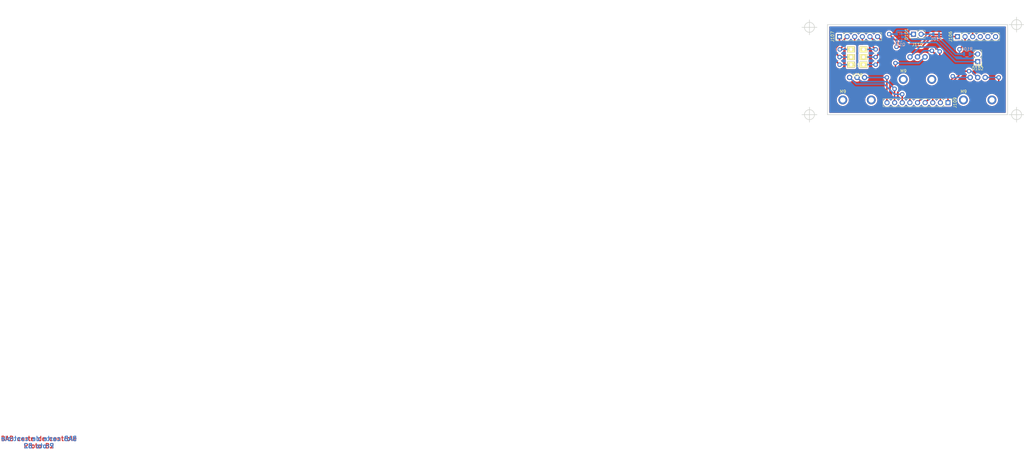
<source format=kicad_pcb>
(kicad_pcb (version 20171130) (host pcbnew "(5.1.4)-1")

  (general
    (thickness 1.6)
    (drawings 123)
    (tracks 144)
    (zones 0)
    (modules 12)
    (nets 22)
  )

  (page A4)
  (layers
    (0 F.Cu signal)
    (31 B.Cu signal)
    (32 B.Adhes user hide)
    (33 F.Adhes user hide)
    (34 B.Paste user hide)
    (35 F.Paste user hide)
    (36 B.SilkS user hide)
    (37 F.SilkS user hide)
    (38 B.Mask user hide)
    (39 F.Mask user hide)
    (40 Dwgs.User user)
    (41 Cmts.User user hide)
    (42 Eco1.User user)
    (43 Eco2.User user hide)
    (44 Edge.Cuts user)
    (45 Margin user)
    (46 B.CrtYd user)
    (47 F.CrtYd user)
    (48 B.Fab user hide)
    (49 F.Fab user)
  )

  (setup
    (last_trace_width 0.5)
    (trace_clearance 0.25)
    (zone_clearance 0.254)
    (zone_45_only yes)
    (trace_min 0.2)
    (via_size 1.5)
    (via_drill 0.8)
    (via_min_size 0.4)
    (via_min_drill 0.3)
    (uvia_size 0.3)
    (uvia_drill 0.1)
    (uvias_allowed no)
    (uvia_min_size 0.2)
    (uvia_min_drill 0.1)
    (edge_width 0.2)
    (segment_width 0.2)
    (pcb_text_width 0.3)
    (pcb_text_size 1.5 1.5)
    (mod_edge_width 0.15)
    (mod_text_size 1 1)
    (mod_text_width 0.15)
    (pad_size 0.5 0.5)
    (pad_drill 0)
    (pad_to_mask_clearance 0.2)
    (aux_axis_origin 0 0)
    (visible_elements 7FFFEFFF)
    (pcbplotparams
      (layerselection 0x31fc0_ffffffff)
      (usegerberextensions false)
      (usegerberattributes false)
      (usegerberadvancedattributes false)
      (creategerberjobfile false)
      (excludeedgelayer false)
      (linewidth 0.100000)
      (plotframeref false)
      (viasonmask true)
      (mode 1)
      (useauxorigin false)
      (hpglpennumber 1)
      (hpglpenspeed 20)
      (hpglpendiameter 15.000000)
      (psnegative false)
      (psa4output false)
      (plotreference false)
      (plotvalue false)
      (plotinvisibletext false)
      (padsonsilk false)
      (subtractmaskfromsilk false)
      (outputformat 1)
      (mirror false)
      (drillshape 0)
      (scaleselection 1)
      (outputdirectory "../export/"))
  )

  (net 0 "")
  (net 1 "Net-(D101-Pad2)")
  (net 2 "Net-(J106-Pad1)")
  (net 3 "Net-(J106-Pad2)")
  (net 4 "Net-(J107-Pad1)")
  (net 5 "Net-(J107-Pad2)")
  (net 6 "Net-(J107-Pad3)")
  (net 7 "Net-(D101-Pad1)")
  (net 8 "Net-(D102-Pad1)")
  (net 9 "Net-(D102-Pad2)")
  (net 10 "Net-(J107-Pad4)")
  (net 11 "Net-(J107-Pad5)")
  (net 12 "Net-(J107-Pad6)")
  (net 13 "Net-(J109-Pad1)")
  (net 14 "Net-(J109-Pad2)")
  (net 15 "Net-(J109-Pad3)")
  (net 16 "Net-(J109-Pad4)")
  (net 17 "Net-(J109-Pad5)")
  (net 18 "Net-(J109-Pad6)")
  (net 19 "Net-(J109-Pad9)")
  (net 20 "Net-(J109-Pad8)")
  (net 21 "Net-(J109-Pad7)")

  (net_class Default "Ceci est la Netclass par défaut"
    (clearance 0.25)
    (trace_width 0.5)
    (via_dia 1.5)
    (via_drill 0.8)
    (uvia_dia 0.3)
    (uvia_drill 0.1)
    (add_net "Net-(D101-Pad1)")
    (add_net "Net-(D101-Pad2)")
    (add_net "Net-(D102-Pad1)")
    (add_net "Net-(D102-Pad2)")
    (add_net "Net-(J106-Pad1)")
    (add_net "Net-(J106-Pad2)")
    (add_net "Net-(J107-Pad1)")
    (add_net "Net-(J107-Pad2)")
    (add_net "Net-(J107-Pad3)")
    (add_net "Net-(J107-Pad4)")
    (add_net "Net-(J107-Pad5)")
    (add_net "Net-(J107-Pad6)")
    (add_net "Net-(J109-Pad1)")
    (add_net "Net-(J109-Pad2)")
    (add_net "Net-(J109-Pad3)")
    (add_net "Net-(J109-Pad4)")
    (add_net "Net-(J109-Pad5)")
    (add_net "Net-(J109-Pad6)")
    (add_net "Net-(J109-Pad7)")
    (add_net "Net-(J109-Pad8)")
    (add_net "Net-(J109-Pad9)")
  )

  (net_class POWER_MOTOR ""
    (clearance 0.25)
    (trace_width 0.5)
    (via_dia 1.5)
    (via_drill 0.8)
    (uvia_dia 0.3)
    (uvia_drill 0.1)
  )

  (module Pin_Headers:Pin_Header_Straight_1x09_Pitch2.54mm locked (layer F.Cu) (tedit 59650532) (tstamp 5AC2A2BE)
    (at 215.16 76 270)
    (descr "Through hole straight pin header, 1x09, 2.54mm pitch, single row")
    (tags "Through hole pin header THT 1x09 2.54mm single row")
    (path /5AC31D53)
    (fp_text reference J109 (at 0 -2.33 270) (layer F.SilkS)
      (effects (font (size 1 1) (thickness 0.15)))
    )
    (fp_text value CONN_01X09 (at 0 22.65 270) (layer F.Fab)
      (effects (font (size 1 1) (thickness 0.15)))
    )
    (fp_line (start -0.635 -1.27) (end 1.27 -1.27) (layer F.Fab) (width 0.1))
    (fp_line (start 1.27 -1.27) (end 1.27 21.59) (layer F.Fab) (width 0.1))
    (fp_line (start 1.27 21.59) (end -1.27 21.59) (layer F.Fab) (width 0.1))
    (fp_line (start -1.27 21.59) (end -1.27 -0.635) (layer F.Fab) (width 0.1))
    (fp_line (start -1.27 -0.635) (end -0.635 -1.27) (layer F.Fab) (width 0.1))
    (fp_line (start -1.33 21.65) (end 1.33 21.65) (layer F.SilkS) (width 0.12))
    (fp_line (start -1.33 1.27) (end -1.33 21.65) (layer F.SilkS) (width 0.12))
    (fp_line (start 1.33 1.27) (end 1.33 21.65) (layer F.SilkS) (width 0.12))
    (fp_line (start -1.33 1.27) (end 1.33 1.27) (layer F.SilkS) (width 0.12))
    (fp_line (start -1.33 0) (end -1.33 -1.33) (layer F.SilkS) (width 0.12))
    (fp_line (start -1.33 -1.33) (end 0 -1.33) (layer F.SilkS) (width 0.12))
    (fp_line (start -1.8 -1.8) (end -1.8 22.1) (layer F.CrtYd) (width 0.05))
    (fp_line (start -1.8 22.1) (end 1.8 22.1) (layer F.CrtYd) (width 0.05))
    (fp_line (start 1.8 22.1) (end 1.8 -1.8) (layer F.CrtYd) (width 0.05))
    (fp_line (start 1.8 -1.8) (end -1.8 -1.8) (layer F.CrtYd) (width 0.05))
    (fp_text user %R (at 0 10.16) (layer F.Fab)
      (effects (font (size 1 1) (thickness 0.15)))
    )
    (pad 1 thru_hole rect (at 0 0 270) (size 1.7 1.7) (drill 1) (layers *.Cu *.Mask)
      (net 13 "Net-(J109-Pad1)"))
    (pad 2 thru_hole oval (at 0 2.54 270) (size 1.7 1.7) (drill 1) (layers *.Cu *.Mask)
      (net 14 "Net-(J109-Pad2)"))
    (pad 3 thru_hole oval (at 0 5.08 270) (size 1.7 1.7) (drill 1) (layers *.Cu *.Mask)
      (net 15 "Net-(J109-Pad3)"))
    (pad 4 thru_hole oval (at 0 7.62 270) (size 1.7 1.7) (drill 1) (layers *.Cu *.Mask)
      (net 16 "Net-(J109-Pad4)"))
    (pad 5 thru_hole oval (at 0 10.16 270) (size 1.7 1.7) (drill 1) (layers *.Cu *.Mask)
      (net 17 "Net-(J109-Pad5)"))
    (pad 6 thru_hole oval (at 0 12.7 270) (size 1.7 1.7) (drill 1) (layers *.Cu *.Mask)
      (net 18 "Net-(J109-Pad6)"))
    (pad 7 thru_hole oval (at 0 15.24 270) (size 1.7 1.7) (drill 1) (layers *.Cu *.Mask)
      (net 21 "Net-(J109-Pad7)"))
    (pad 8 thru_hole oval (at 0 17.78 270) (size 1.7 1.7) (drill 1) (layers *.Cu *.Mask)
      (net 20 "Net-(J109-Pad8)"))
    (pad 9 thru_hole oval (at 0 20.32 270) (size 1.7 1.7) (drill 1) (layers *.Cu *.Mask)
      (net 19 "Net-(J109-Pad9)"))
    (model ${KISYS3DMOD}/Pin_Headers.3dshapes/Pin_Header_Straight_1x09_Pitch2.54mm.wrl
      (at (xyz 0 0 0))
      (scale (xyz 1 1 1))
      (rotate (xyz 0 0 0))
    )
  )

  (module flax_lib:ALPS_RK09L (layer F.Cu) (tedit 59A2A543) (tstamp 5AC29EC6)
    (at 184.85 67.6 180)
    (path /5AC346FF)
    (fp_text reference J115 (at 0 4.1 180) (layer F.SilkS)
      (effects (font (size 1 1) (thickness 0.15)))
    )
    (fp_text value "MIN POT" (at 0 2.3 180) (layer F.Fab)
      (effects (font (size 1 1) (thickness 0.15)))
    )
    (fp_line (start 2 -4) (end -2 -3) (layer F.CrtYd) (width 0.1))
    (fp_line (start -2 -4) (end 2 -3) (layer F.CrtYd) (width 0.1))
    (fp_line (start -2 -3) (end -2 -4) (layer F.CrtYd) (width 0.1))
    (fp_line (start 2 -3) (end -2 -3) (layer F.CrtYd) (width 0.1))
    (fp_line (start 2 -4) (end 2 -3) (layer F.CrtYd) (width 0.1))
    (fp_line (start -2 -4) (end 2 -4) (layer F.CrtYd) (width 0.1))
    (fp_line (start -2 -12) (end 2 -11) (layer F.CrtYd) (width 0.1))
    (fp_line (start -2 -11) (end 2 -12) (layer F.CrtYd) (width 0.1))
    (fp_line (start -2 -12) (end -2 -11.5) (layer F.CrtYd) (width 0.1))
    (fp_line (start 2 -12) (end -2 -12) (layer F.CrtYd) (width 0.1))
    (fp_line (start 2 -11) (end 2 -12) (layer F.CrtYd) (width 0.1))
    (fp_line (start -2 -11) (end 2 -11) (layer F.CrtYd) (width 0.1))
    (fp_line (start -2 -11.5) (end -2 -11) (layer F.CrtYd) (width 0.1))
    (fp_text user M9 (at 4.7 -4.7 180) (layer F.SilkS)
      (effects (font (size 1 1) (thickness 0.15)))
    )
    (fp_circle (center 0 -7.5) (end 0 -4.5) (layer F.Fab) (width 0.1))
    (fp_line (start -2 -7.5) (end 2 -7.5) (layer F.Fab) (width 0.1))
    (fp_line (start 0 -10) (end 0 -5) (layer F.Fab) (width 0.1))
    (fp_line (start -6.05 -11.5) (end -6.05 1) (layer F.CrtYd) (width 0.1))
    (fp_line (start 6.05 -11.5) (end -6.05 -11.5) (layer F.CrtYd) (width 0.1))
    (fp_line (start 6.05 1) (end 6.05 -11.5) (layer F.CrtYd) (width 0.1))
    (fp_line (start -6.05 1) (end 6.05 1) (layer F.CrtYd) (width 0.1))
    (pad 1 thru_hole circle (at -2.5 0 180) (size 1.8 1.8) (drill 1) (layers *.Cu *.Mask)
      (net 19 "Net-(J109-Pad9)"))
    (pad 2 thru_hole circle (at 0 0 180) (size 1.8 1.8) (drill 1) (layers *.Cu *.Mask)
      (net 20 "Net-(J109-Pad8)"))
    (pad 3 thru_hole circle (at 2.5 0 180) (size 1.8 1.8) (drill 1) (layers *.Cu *.Mask)
      (net 21 "Net-(J109-Pad7)"))
    (pad "" np_thru_hole circle (at -4.75 -7.5 180) (size 3 3) (drill 1.8) (layers *.Cu *.Mask))
    (pad "" np_thru_hole circle (at 4.75 -7.5 180) (size 3 3) (drill 1.8) (layers *.Cu *.Mask))
  )

  (module flax_lib:Multicomp_sub-miniature_DPDT (layer F.Cu) (tedit 59D2A864) (tstamp 59D2B2DE)
    (at 184.92 60.8 180)
    (descr "DPDT switch Multicomp sub-miniature")
    (tags "switch dpdt")
    (path /59ADE7E0)
    (fp_text reference J108 (at 0 -6 180) (layer F.SilkS)
      (effects (font (size 1 1) (thickness 0.15)))
    )
    (fp_text value "PAD CONNB" (at 0 -5 180) (layer F.Fab)
      (effects (font (size 1 1) (thickness 0.15)))
    )
    (fp_line (start -4.57 -4.1) (end -4.57 4.1) (layer F.CrtYd) (width 0.05))
    (fp_line (start 4.57 -4.1) (end 4.57 4.1) (layer F.CrtYd) (width 0.05))
    (fp_line (start -4.57 -4.1) (end 4.57 -4.1) (layer F.CrtYd) (width 0.05))
    (fp_line (start -4.57 4.1) (end 4.57 4.1) (layer F.CrtYd) (width 0.05))
    (pad 1 thru_hole rect (at -2.08 -2.54 180) (size 2.5 2) (drill 1) (layers *.Cu *.Mask F.SilkS)
      (net 12 "Net-(J107-Pad6)"))
    (pad 2 thru_hole rect (at 2.08 -2.54 180) (size 2.5 2) (drill 1) (layers *.Cu *.Mask F.SilkS)
      (net 4 "Net-(J107-Pad1)"))
    (pad 3 thru_hole rect (at -2.08 0 270) (size 2 2.5) (drill 1) (layers *.Cu *.Mask F.SilkS)
      (net 11 "Net-(J107-Pad5)"))
    (pad 4 thru_hole rect (at 2.08 0 180) (size 2.5 2) (drill 1) (layers *.Cu *.Mask F.SilkS)
      (net 5 "Net-(J107-Pad2)"))
    (pad 5 thru_hole rect (at -2.08 2.54 180) (size 2.5 2) (drill 1) (layers *.Cu *.Mask F.SilkS)
      (net 10 "Net-(J107-Pad4)"))
    (pad 6 thru_hole rect (at 2.08 2.54 180) (size 2.5 2) (drill 1) (layers *.Cu *.Mask F.SilkS)
      (net 6 "Net-(J107-Pad3)"))
    (model Pin_Headers.3dshapes/Pin_Header_Straight_2x03.wrl
      (offset (xyz 1.269999980926514 -2.539999961853027 0))
      (scale (xyz 1 1 1))
      (rotate (xyz 0 0 90))
    )
  )

  (module Resistors_SMD:R_0805 (layer B.Cu) (tedit 58E0A804) (tstamp 59BD83DE)
    (at 221.45 59.8 180)
    (descr "Resistor SMD 0805, reflow soldering, Vishay (see dcrcw.pdf)")
    (tags "resistor 0805")
    (path /59BD9FB1)
    (attr smd)
    (fp_text reference R106 (at 0 1.65 180) (layer B.SilkS)
      (effects (font (size 1 1) (thickness 0.15)) (justify mirror))
    )
    (fp_text value 330 (at 0 -1.75 180) (layer B.Fab)
      (effects (font (size 1 1) (thickness 0.15)) (justify mirror))
    )
    (fp_text user %R (at 0 0 180) (layer B.Fab)
      (effects (font (size 0.5 0.5) (thickness 0.075)) (justify mirror))
    )
    (fp_line (start -1 -0.62) (end -1 0.62) (layer B.Fab) (width 0.1))
    (fp_line (start 1 -0.62) (end -1 -0.62) (layer B.Fab) (width 0.1))
    (fp_line (start 1 0.62) (end 1 -0.62) (layer B.Fab) (width 0.1))
    (fp_line (start -1 0.62) (end 1 0.62) (layer B.Fab) (width 0.1))
    (fp_line (start 0.6 -0.88) (end -0.6 -0.88) (layer B.SilkS) (width 0.12))
    (fp_line (start -0.6 0.88) (end 0.6 0.88) (layer B.SilkS) (width 0.12))
    (fp_line (start -1.55 0.9) (end 1.55 0.9) (layer B.CrtYd) (width 0.05))
    (fp_line (start -1.55 0.9) (end -1.55 -0.9) (layer B.CrtYd) (width 0.05))
    (fp_line (start 1.55 -0.9) (end 1.55 0.9) (layer B.CrtYd) (width 0.05))
    (fp_line (start 1.55 -0.9) (end -1.55 -0.9) (layer B.CrtYd) (width 0.05))
    (pad 1 smd rect (at -0.95 0 180) (size 0.7 1.3) (layers B.Cu B.Paste B.Mask)
      (net 9 "Net-(D102-Pad2)"))
    (pad 2 smd rect (at 0.95 0 180) (size 0.7 1.3) (layers B.Cu B.Paste B.Mask)
      (net 3 "Net-(J106-Pad2)"))
    (model ${KISYS3DMOD}/Resistors_SMD.3dshapes/R_0805.wrl
      (at (xyz 0 0 0))
      (scale (xyz 1 1 1))
      (rotate (xyz 0 0 0))
    )
  )

  (module TO_SOT_Packages_SMD:SOT-23 (layer B.Cu) (tedit 58CE4E7E) (tstamp 59BD83D1)
    (at 199 54.15)
    (descr "SOT-23, Standard")
    (tags SOT-23)
    (path /59BD9EB8)
    (attr smd)
    (fp_text reference Q101 (at 0 2.5) (layer B.SilkS)
      (effects (font (size 1 1) (thickness 0.15)) (justify mirror))
    )
    (fp_text value PDTA123YT (at 0 -2.5) (layer B.Fab)
      (effects (font (size 1 1) (thickness 0.15)) (justify mirror))
    )
    (fp_text user %R (at 0 0 270) (layer B.Fab)
      (effects (font (size 0.5 0.5) (thickness 0.075)) (justify mirror))
    )
    (fp_line (start -0.7 0.95) (end -0.7 -1.5) (layer B.Fab) (width 0.1))
    (fp_line (start -0.15 1.52) (end 0.7 1.52) (layer B.Fab) (width 0.1))
    (fp_line (start -0.7 0.95) (end -0.15 1.52) (layer B.Fab) (width 0.1))
    (fp_line (start 0.7 1.52) (end 0.7 -1.52) (layer B.Fab) (width 0.1))
    (fp_line (start -0.7 -1.52) (end 0.7 -1.52) (layer B.Fab) (width 0.1))
    (fp_line (start 0.76 -1.58) (end 0.76 -0.65) (layer B.SilkS) (width 0.12))
    (fp_line (start 0.76 1.58) (end 0.76 0.65) (layer B.SilkS) (width 0.12))
    (fp_line (start -1.7 1.75) (end 1.7 1.75) (layer B.CrtYd) (width 0.05))
    (fp_line (start 1.7 1.75) (end 1.7 -1.75) (layer B.CrtYd) (width 0.05))
    (fp_line (start 1.7 -1.75) (end -1.7 -1.75) (layer B.CrtYd) (width 0.05))
    (fp_line (start -1.7 -1.75) (end -1.7 1.75) (layer B.CrtYd) (width 0.05))
    (fp_line (start 0.76 1.58) (end -1.4 1.58) (layer B.SilkS) (width 0.12))
    (fp_line (start 0.76 -1.58) (end -0.7 -1.58) (layer B.SilkS) (width 0.12))
    (pad 1 smd rect (at -1 0.95) (size 0.9 0.8) (layers B.Cu B.Paste B.Mask)
      (net 2 "Net-(J106-Pad1)"))
    (pad 2 smd rect (at -1 -0.95) (size 0.9 0.8) (layers B.Cu B.Paste B.Mask)
      (net 7 "Net-(D101-Pad1)"))
    (pad 3 smd rect (at 1 0) (size 0.9 0.8) (layers B.Cu B.Paste B.Mask)
      (net 8 "Net-(D102-Pad1)"))
    (model ${KISYS3DMOD}/TO_SOT_Packages_SMD.3dshapes/SOT-23.wrl
      (at (xyz 0 0 0))
      (scale (xyz 1 1 1))
      (rotate (xyz 0 0 0))
    )
  )

  (module flax_lib:ALPS_RK09L (layer F.Cu) (tedit 59A2A543) (tstamp 59BD83B0)
    (at 225.05 67.6 180)
    (path /59AE0720)
    (fp_text reference J111 (at 0 4.1 180) (layer F.SilkS)
      (effects (font (size 1 1) (thickness 0.15)))
    )
    (fp_text value "THRESHOLD POT" (at 0 2.3 180) (layer F.Fab)
      (effects (font (size 1 1) (thickness 0.15)))
    )
    (fp_line (start 2 -4) (end -2 -3) (layer F.CrtYd) (width 0.1))
    (fp_line (start -2 -4) (end 2 -3) (layer F.CrtYd) (width 0.1))
    (fp_line (start -2 -3) (end -2 -4) (layer F.CrtYd) (width 0.1))
    (fp_line (start 2 -3) (end -2 -3) (layer F.CrtYd) (width 0.1))
    (fp_line (start 2 -4) (end 2 -3) (layer F.CrtYd) (width 0.1))
    (fp_line (start -2 -4) (end 2 -4) (layer F.CrtYd) (width 0.1))
    (fp_line (start -2 -12) (end 2 -11) (layer F.CrtYd) (width 0.1))
    (fp_line (start -2 -11) (end 2 -12) (layer F.CrtYd) (width 0.1))
    (fp_line (start -2 -12) (end -2 -11.5) (layer F.CrtYd) (width 0.1))
    (fp_line (start 2 -12) (end -2 -12) (layer F.CrtYd) (width 0.1))
    (fp_line (start 2 -11) (end 2 -12) (layer F.CrtYd) (width 0.1))
    (fp_line (start -2 -11) (end 2 -11) (layer F.CrtYd) (width 0.1))
    (fp_line (start -2 -11.5) (end -2 -11) (layer F.CrtYd) (width 0.1))
    (fp_text user M9 (at 4.7 -4.7 180) (layer F.SilkS)
      (effects (font (size 1 1) (thickness 0.15)))
    )
    (fp_circle (center 0 -7.5) (end 0 -4.5) (layer F.Fab) (width 0.1))
    (fp_line (start -2 -7.5) (end 2 -7.5) (layer F.Fab) (width 0.1))
    (fp_line (start 0 -10) (end 0 -5) (layer F.Fab) (width 0.1))
    (fp_line (start -6.05 -11.5) (end -6.05 1) (layer F.CrtYd) (width 0.1))
    (fp_line (start 6.05 -11.5) (end -6.05 -11.5) (layer F.CrtYd) (width 0.1))
    (fp_line (start 6.05 1) (end 6.05 -11.5) (layer F.CrtYd) (width 0.1))
    (fp_line (start -6.05 1) (end 6.05 1) (layer F.CrtYd) (width 0.1))
    (pad 1 thru_hole circle (at -2.5 0 180) (size 1.8 1.8) (drill 1) (layers *.Cu *.Mask)
      (net 13 "Net-(J109-Pad1)"))
    (pad 2 thru_hole circle (at 0 0 180) (size 1.8 1.8) (drill 1) (layers *.Cu *.Mask)
      (net 14 "Net-(J109-Pad2)"))
    (pad 3 thru_hole circle (at 2.5 0 180) (size 1.8 1.8) (drill 1) (layers *.Cu *.Mask)
      (net 15 "Net-(J109-Pad3)"))
    (pad "" np_thru_hole circle (at -4.75 -7.5 180) (size 3 3) (drill 1.8) (layers *.Cu *.Mask))
    (pad "" np_thru_hole circle (at 4.75 -7.5 180) (size 3 3) (drill 1.8) (layers *.Cu *.Mask))
  )

  (module flax_lib:ALPS_RK09L (layer F.Cu) (tedit 59A2A543) (tstamp 59BD83A8)
    (at 205 60.75 180)
    (path /59AE009C)
    (fp_text reference J110 (at 0 4.1 180) (layer F.SilkS)
      (effects (font (size 1 1) (thickness 0.15)))
    )
    (fp_text value "GAIN POT" (at 0 2.3 180) (layer F.Fab)
      (effects (font (size 1 1) (thickness 0.15)))
    )
    (fp_line (start 2 -4) (end -2 -3) (layer F.CrtYd) (width 0.1))
    (fp_line (start -2 -4) (end 2 -3) (layer F.CrtYd) (width 0.1))
    (fp_line (start -2 -3) (end -2 -4) (layer F.CrtYd) (width 0.1))
    (fp_line (start 2 -3) (end -2 -3) (layer F.CrtYd) (width 0.1))
    (fp_line (start 2 -4) (end 2 -3) (layer F.CrtYd) (width 0.1))
    (fp_line (start -2 -4) (end 2 -4) (layer F.CrtYd) (width 0.1))
    (fp_line (start -2 -12) (end 2 -11) (layer F.CrtYd) (width 0.1))
    (fp_line (start -2 -11) (end 2 -12) (layer F.CrtYd) (width 0.1))
    (fp_line (start -2 -12) (end -2 -11.5) (layer F.CrtYd) (width 0.1))
    (fp_line (start 2 -12) (end -2 -12) (layer F.CrtYd) (width 0.1))
    (fp_line (start 2 -11) (end 2 -12) (layer F.CrtYd) (width 0.1))
    (fp_line (start -2 -11) (end 2 -11) (layer F.CrtYd) (width 0.1))
    (fp_line (start -2 -11.5) (end -2 -11) (layer F.CrtYd) (width 0.1))
    (fp_text user M9 (at 4.7 -4.7 180) (layer F.SilkS)
      (effects (font (size 1 1) (thickness 0.15)))
    )
    (fp_circle (center 0 -7.5) (end 0 -4.5) (layer F.Fab) (width 0.1))
    (fp_line (start -2 -7.5) (end 2 -7.5) (layer F.Fab) (width 0.1))
    (fp_line (start 0 -10) (end 0 -5) (layer F.Fab) (width 0.1))
    (fp_line (start -6.05 -11.5) (end -6.05 1) (layer F.CrtYd) (width 0.1))
    (fp_line (start 6.05 -11.5) (end -6.05 -11.5) (layer F.CrtYd) (width 0.1))
    (fp_line (start 6.05 1) (end 6.05 -11.5) (layer F.CrtYd) (width 0.1))
    (fp_line (start -6.05 1) (end 6.05 1) (layer F.CrtYd) (width 0.1))
    (pad 1 thru_hole circle (at -2.5 0 180) (size 1.8 1.8) (drill 1) (layers *.Cu *.Mask)
      (net 18 "Net-(J109-Pad6)"))
    (pad 2 thru_hole circle (at 0 0 180) (size 1.8 1.8) (drill 1) (layers *.Cu *.Mask)
      (net 17 "Net-(J109-Pad5)"))
    (pad 3 thru_hole circle (at 2.5 0 180) (size 1.8 1.8) (drill 1) (layers *.Cu *.Mask)
      (net 16 "Net-(J109-Pad4)"))
    (pad "" np_thru_hole circle (at -4.75 -7.5 180) (size 3 3) (drill 1.8) (layers *.Cu *.Mask))
    (pad "" np_thru_hole circle (at 4.75 -7.5 180) (size 3 3) (drill 1.8) (layers *.Cu *.Mask))
  )

  (module Pin_Headers:Pin_Header_Straight_1x06_Pitch2.54mm locked (layer F.Cu) (tedit 59650532) (tstamp 59BD838D)
    (at 179 54 90)
    (descr "Through hole straight pin header, 1x06, 2.54mm pitch, single row")
    (tags "Through hole pin header THT 1x06 2.54mm single row")
    (path /59BDEF52)
    (fp_text reference J107 (at 0 -2.33 90) (layer F.SilkS)
      (effects (font (size 1 1) (thickness 0.15)))
    )
    (fp_text value CONN_SW_B (at 0 15.03 90) (layer F.Fab)
      (effects (font (size 1 1) (thickness 0.15)))
    )
    (fp_line (start -0.635 -1.27) (end 1.27 -1.27) (layer F.Fab) (width 0.1))
    (fp_line (start 1.27 -1.27) (end 1.27 13.97) (layer F.Fab) (width 0.1))
    (fp_line (start 1.27 13.97) (end -1.27 13.97) (layer F.Fab) (width 0.1))
    (fp_line (start -1.27 13.97) (end -1.27 -0.635) (layer F.Fab) (width 0.1))
    (fp_line (start -1.27 -0.635) (end -0.635 -1.27) (layer F.Fab) (width 0.1))
    (fp_line (start -1.33 14.03) (end 1.33 14.03) (layer F.SilkS) (width 0.12))
    (fp_line (start -1.33 1.27) (end -1.33 14.03) (layer F.SilkS) (width 0.12))
    (fp_line (start 1.33 1.27) (end 1.33 14.03) (layer F.SilkS) (width 0.12))
    (fp_line (start -1.33 1.27) (end 1.33 1.27) (layer F.SilkS) (width 0.12))
    (fp_line (start -1.33 0) (end -1.33 -1.33) (layer F.SilkS) (width 0.12))
    (fp_line (start -1.33 -1.33) (end 0 -1.33) (layer F.SilkS) (width 0.12))
    (fp_line (start -1.8 -1.8) (end -1.8 14.5) (layer F.CrtYd) (width 0.05))
    (fp_line (start -1.8 14.5) (end 1.8 14.5) (layer F.CrtYd) (width 0.05))
    (fp_line (start 1.8 14.5) (end 1.8 -1.8) (layer F.CrtYd) (width 0.05))
    (fp_line (start 1.8 -1.8) (end -1.8 -1.8) (layer F.CrtYd) (width 0.05))
    (fp_text user %R (at 0 6.35 180) (layer F.Fab)
      (effects (font (size 1 1) (thickness 0.15)))
    )
    (pad 1 thru_hole rect (at 0 0 90) (size 1.7 1.7) (drill 1) (layers *.Cu *.Mask)
      (net 4 "Net-(J107-Pad1)"))
    (pad 2 thru_hole oval (at 0 2.54 90) (size 1.7 1.7) (drill 1) (layers *.Cu *.Mask)
      (net 5 "Net-(J107-Pad2)"))
    (pad 3 thru_hole oval (at 0 5.08 90) (size 1.7 1.7) (drill 1) (layers *.Cu *.Mask)
      (net 6 "Net-(J107-Pad3)"))
    (pad 4 thru_hole oval (at 0 7.62 90) (size 1.7 1.7) (drill 1) (layers *.Cu *.Mask)
      (net 10 "Net-(J107-Pad4)"))
    (pad 5 thru_hole oval (at 0 10.16 90) (size 1.7 1.7) (drill 1) (layers *.Cu *.Mask)
      (net 11 "Net-(J107-Pad5)"))
    (pad 6 thru_hole oval (at 0 12.7 90) (size 1.7 1.7) (drill 1) (layers *.Cu *.Mask)
      (net 12 "Net-(J107-Pad6)"))
    (model ${KISYS3DMOD}/Pin_Headers.3dshapes/Pin_Header_Straight_1x06_Pitch2.54mm.wrl
      (at (xyz 0 0 0))
      (scale (xyz 1 1 1))
      (rotate (xyz 0 0 0))
    )
  )

  (module Pin_Headers:Pin_Header_Straight_1x06_Pitch2.54mm locked (layer F.Cu) (tedit 59650532) (tstamp 59BD8384)
    (at 218.3 54 90)
    (descr "Through hole straight pin header, 1x06, 2.54mm pitch, single row")
    (tags "Through hole pin header THT 1x06 2.54mm single row")
    (path /59BDBFA3)
    (fp_text reference J106 (at 0 -2.33 90) (layer F.SilkS)
      (effects (font (size 1 1) (thickness 0.15)))
    )
    (fp_text value CONN_LEDS_B (at 0 15.03 90) (layer F.Fab)
      (effects (font (size 1 1) (thickness 0.15)))
    )
    (fp_line (start -0.635 -1.27) (end 1.27 -1.27) (layer F.Fab) (width 0.1))
    (fp_line (start 1.27 -1.27) (end 1.27 13.97) (layer F.Fab) (width 0.1))
    (fp_line (start 1.27 13.97) (end -1.27 13.97) (layer F.Fab) (width 0.1))
    (fp_line (start -1.27 13.97) (end -1.27 -0.635) (layer F.Fab) (width 0.1))
    (fp_line (start -1.27 -0.635) (end -0.635 -1.27) (layer F.Fab) (width 0.1))
    (fp_line (start -1.33 14.03) (end 1.33 14.03) (layer F.SilkS) (width 0.12))
    (fp_line (start -1.33 1.27) (end -1.33 14.03) (layer F.SilkS) (width 0.12))
    (fp_line (start 1.33 1.27) (end 1.33 14.03) (layer F.SilkS) (width 0.12))
    (fp_line (start -1.33 1.27) (end 1.33 1.27) (layer F.SilkS) (width 0.12))
    (fp_line (start -1.33 0) (end -1.33 -1.33) (layer F.SilkS) (width 0.12))
    (fp_line (start -1.33 -1.33) (end 0 -1.33) (layer F.SilkS) (width 0.12))
    (fp_line (start -1.8 -1.8) (end -1.8 14.5) (layer F.CrtYd) (width 0.05))
    (fp_line (start -1.8 14.5) (end 1.8 14.5) (layer F.CrtYd) (width 0.05))
    (fp_line (start 1.8 14.5) (end 1.8 -1.8) (layer F.CrtYd) (width 0.05))
    (fp_line (start 1.8 -1.8) (end -1.8 -1.8) (layer F.CrtYd) (width 0.05))
    (fp_text user %R (at 0 6.35 180) (layer F.Fab)
      (effects (font (size 1 1) (thickness 0.15)))
    )
    (pad 1 thru_hole rect (at 0 0 90) (size 1.7 1.7) (drill 1) (layers *.Cu *.Mask)
      (net 2 "Net-(J106-Pad1)"))
    (pad 2 thru_hole oval (at 0 2.54 90) (size 1.7 1.7) (drill 1) (layers *.Cu *.Mask)
      (net 3 "Net-(J106-Pad2)"))
    (pad 3 thru_hole oval (at 0 5.08 90) (size 1.7 1.7) (drill 1) (layers *.Cu *.Mask)
      (net 7 "Net-(D101-Pad1)"))
    (pad 4 thru_hole oval (at 0 7.62 90) (size 1.7 1.7) (drill 1) (layers *.Cu *.Mask))
    (pad 5 thru_hole oval (at 0 10.16 90) (size 1.7 1.7) (drill 1) (layers *.Cu *.Mask))
    (pad 6 thru_hole oval (at 0 12.7 90) (size 1.7 1.7) (drill 1) (layers *.Cu *.Mask))
    (model ${KISYS3DMOD}/Pin_Headers.3dshapes/Pin_Header_Straight_1x06_Pitch2.54mm.wrl
      (at (xyz 0 0 0))
      (scale (xyz 1 1 1))
      (rotate (xyz 0 0 0))
    )
  )

  (module Pin_Headers:Pin_Header_Straight_1x02_Pitch2.54mm (layer F.Cu) (tedit 59650532) (tstamp 59BD837D)
    (at 225.05 62.34 180)
    (descr "Through hole straight pin header, 1x02, 2.54mm pitch, single row")
    (tags "Through hole pin header THT 1x02 2.54mm single row")
    (path /59BD9DEC)
    (fp_text reference D102 (at 0 -2.33 180) (layer F.SilkS)
      (effects (font (size 1 1) (thickness 0.15)))
    )
    (fp_text value LED_SIGNAL (at 0 4.87 180) (layer F.Fab)
      (effects (font (size 1 1) (thickness 0.15)))
    )
    (fp_line (start -0.635 -1.27) (end 1.27 -1.27) (layer F.Fab) (width 0.1))
    (fp_line (start 1.27 -1.27) (end 1.27 3.81) (layer F.Fab) (width 0.1))
    (fp_line (start 1.27 3.81) (end -1.27 3.81) (layer F.Fab) (width 0.1))
    (fp_line (start -1.27 3.81) (end -1.27 -0.635) (layer F.Fab) (width 0.1))
    (fp_line (start -1.27 -0.635) (end -0.635 -1.27) (layer F.Fab) (width 0.1))
    (fp_line (start -1.33 3.87) (end 1.33 3.87) (layer F.SilkS) (width 0.12))
    (fp_line (start -1.33 1.27) (end -1.33 3.87) (layer F.SilkS) (width 0.12))
    (fp_line (start 1.33 1.27) (end 1.33 3.87) (layer F.SilkS) (width 0.12))
    (fp_line (start -1.33 1.27) (end 1.33 1.27) (layer F.SilkS) (width 0.12))
    (fp_line (start -1.33 0) (end -1.33 -1.33) (layer F.SilkS) (width 0.12))
    (fp_line (start -1.33 -1.33) (end 0 -1.33) (layer F.SilkS) (width 0.12))
    (fp_line (start -1.8 -1.8) (end -1.8 4.35) (layer F.CrtYd) (width 0.05))
    (fp_line (start -1.8 4.35) (end 1.8 4.35) (layer F.CrtYd) (width 0.05))
    (fp_line (start 1.8 4.35) (end 1.8 -1.8) (layer F.CrtYd) (width 0.05))
    (fp_line (start 1.8 -1.8) (end -1.8 -1.8) (layer F.CrtYd) (width 0.05))
    (fp_text user %R (at 0 1.27 270) (layer F.Fab)
      (effects (font (size 1 1) (thickness 0.15)))
    )
    (pad 1 thru_hole rect (at 0 0 180) (size 1.7 1.7) (drill 1) (layers *.Cu *.Mask)
      (net 8 "Net-(D102-Pad1)"))
    (pad 2 thru_hole oval (at 0 2.54 180) (size 1.7 1.7) (drill 1) (layers *.Cu *.Mask)
      (net 9 "Net-(D102-Pad2)"))
    (model ${KISYS3DMOD}/Pin_Headers.3dshapes/Pin_Header_Straight_1x02_Pitch2.54mm.wrl
      (at (xyz 0 0 0))
      (scale (xyz 1 1 1))
      (rotate (xyz 0 0 0))
    )
  )

  (module Resistors_SMD:R_0805 (layer B.Cu) (tedit 58E0A804) (tstamp 59B99F95)
    (at 211.25 53.2)
    (descr "Resistor SMD 0805, reflow soldering, Vishay (see dcrcw.pdf)")
    (tags "resistor 0805")
    (path /5993F53F)
    (attr smd)
    (fp_text reference R101 (at 0 1.65) (layer B.SilkS)
      (effects (font (size 1 1) (thickness 0.15)) (justify mirror))
    )
    (fp_text value 330 (at 0 -1.75) (layer B.Fab)
      (effects (font (size 1 1) (thickness 0.15)) (justify mirror))
    )
    (fp_text user %R (at 0 0) (layer B.Fab)
      (effects (font (size 0.5 0.5) (thickness 0.075)) (justify mirror))
    )
    (fp_line (start -1 -0.62) (end -1 0.62) (layer B.Fab) (width 0.1))
    (fp_line (start 1 -0.62) (end -1 -0.62) (layer B.Fab) (width 0.1))
    (fp_line (start 1 0.62) (end 1 -0.62) (layer B.Fab) (width 0.1))
    (fp_line (start -1 0.62) (end 1 0.62) (layer B.Fab) (width 0.1))
    (fp_line (start 0.6 -0.88) (end -0.6 -0.88) (layer B.SilkS) (width 0.12))
    (fp_line (start -0.6 0.88) (end 0.6 0.88) (layer B.SilkS) (width 0.12))
    (fp_line (start -1.55 0.9) (end 1.55 0.9) (layer B.CrtYd) (width 0.05))
    (fp_line (start -1.55 0.9) (end -1.55 -0.9) (layer B.CrtYd) (width 0.05))
    (fp_line (start 1.55 -0.9) (end 1.55 0.9) (layer B.CrtYd) (width 0.05))
    (fp_line (start 1.55 -0.9) (end -1.55 -0.9) (layer B.CrtYd) (width 0.05))
    (pad 1 smd rect (at -0.95 0) (size 0.7 1.3) (layers B.Cu B.Paste B.Mask)
      (net 1 "Net-(D101-Pad2)"))
    (pad 2 smd rect (at 0.95 0) (size 0.7 1.3) (layers B.Cu B.Paste B.Mask)
      (net 3 "Net-(J106-Pad2)"))
    (model ${KISYS3DMOD}/Resistors_SMD.3dshapes/R_0805.wrl
      (at (xyz 0 0 0))
      (scale (xyz 1 1 1))
      (rotate (xyz 0 0 0))
    )
  )

  (module Pin_Headers:Pin_Header_Straight_1x02_Pitch2.54mm (layer F.Cu) (tedit 59650532) (tstamp 59AD6C3A)
    (at 203.66 53.2 90)
    (descr "Through hole straight pin header, 1x02, 2.54mm pitch, single row")
    (tags "Through hole pin header THT 1x02 2.54mm single row")
    (path /5993EE54)
    (fp_text reference D101 (at 0 -2.33 90) (layer F.SilkS)
      (effects (font (size 1 1) (thickness 0.15)))
    )
    (fp_text value LED_POWER (at 0 4.87 90) (layer F.Fab)
      (effects (font (size 1 1) (thickness 0.15)))
    )
    (fp_line (start -0.635 -1.27) (end 1.27 -1.27) (layer F.Fab) (width 0.1))
    (fp_line (start 1.27 -1.27) (end 1.27 3.81) (layer F.Fab) (width 0.1))
    (fp_line (start 1.27 3.81) (end -1.27 3.81) (layer F.Fab) (width 0.1))
    (fp_line (start -1.27 3.81) (end -1.27 -0.635) (layer F.Fab) (width 0.1))
    (fp_line (start -1.27 -0.635) (end -0.635 -1.27) (layer F.Fab) (width 0.1))
    (fp_line (start -1.33 3.87) (end 1.33 3.87) (layer F.SilkS) (width 0.12))
    (fp_line (start -1.33 1.27) (end -1.33 3.87) (layer F.SilkS) (width 0.12))
    (fp_line (start 1.33 1.27) (end 1.33 3.87) (layer F.SilkS) (width 0.12))
    (fp_line (start -1.33 1.27) (end 1.33 1.27) (layer F.SilkS) (width 0.12))
    (fp_line (start -1.33 0) (end -1.33 -1.33) (layer F.SilkS) (width 0.12))
    (fp_line (start -1.33 -1.33) (end 0 -1.33) (layer F.SilkS) (width 0.12))
    (fp_line (start -1.8 -1.8) (end -1.8 4.35) (layer F.CrtYd) (width 0.05))
    (fp_line (start -1.8 4.35) (end 1.8 4.35) (layer F.CrtYd) (width 0.05))
    (fp_line (start 1.8 4.35) (end 1.8 -1.8) (layer F.CrtYd) (width 0.05))
    (fp_line (start 1.8 -1.8) (end -1.8 -1.8) (layer F.CrtYd) (width 0.05))
    (fp_text user %R (at 0 1.27 180) (layer F.Fab)
      (effects (font (size 1 1) (thickness 0.15)))
    )
    (pad 1 thru_hole rect (at 0 0 90) (size 1.7 1.7) (drill 1) (layers *.Cu *.Mask)
      (net 7 "Net-(D101-Pad1)"))
    (pad 2 thru_hole oval (at 0 2.54 90) (size 1.7 1.7) (drill 1) (layers *.Cu *.Mask)
      (net 1 "Net-(D101-Pad2)"))
    (model ${KISYS3DMOD}/Pin_Headers.3dshapes/Pin_Header_Straight_1x02_Pitch2.54mm.wrl
      (at (xyz 0 0 0))
      (scale (xyz 1 1 1))
      (rotate (xyz 0 0 0))
    )
  )

  (dimension 10 (width 0.1) (layer Eco2.User) (tstamp 5D18B4D6)
    (gr_text "10.000 mm" (at 98.743743 97.412816 270) (layer Eco2.User) (tstamp 5D18B4D6)
      (effects (font (size 0.5 0.5) (thickness 0.1)))
    )
    (feature1 (pts (xy 108.043743 102.412816) (xy 100.257322 102.412816)))
    (feature2 (pts (xy 108.043743 92.412816) (xy 100.257322 92.412816)))
    (crossbar (pts (xy 100.843743 92.412816) (xy 100.843743 102.412816)))
    (arrow1a (pts (xy 100.843743 102.412816) (xy 100.257322 101.286312)))
    (arrow1b (pts (xy 100.843743 102.412816) (xy 101.430164 101.286312)))
    (arrow2a (pts (xy 100.843743 92.412816) (xy 100.257322 93.53932)))
    (arrow2b (pts (xy 100.843743 92.412816) (xy 101.430164 93.53932)))
  )
  (dimension 10 (width 0.1) (layer Eco2.User) (tstamp 5D18B4CA)
    (gr_text "10.000 mm" (at 58.543245 97.412318 270) (layer Eco2.User) (tstamp 5D18B4CA)
      (effects (font (size 0.5 0.5) (thickness 0.1)))
    )
    (feature1 (pts (xy 67.843245 102.412318) (xy 60.056824 102.412318)))
    (feature2 (pts (xy 67.843245 92.412318) (xy 60.056824 92.412318)))
    (crossbar (pts (xy 60.643245 92.412318) (xy 60.643245 102.412318)))
    (arrow1a (pts (xy 60.643245 102.412318) (xy 60.056824 101.285814)))
    (arrow1b (pts (xy 60.643245 102.412318) (xy 61.229666 101.285814)))
    (arrow2a (pts (xy 60.643245 92.412318) (xy 60.056824 93.538822)))
    (arrow2b (pts (xy 60.643245 92.412318) (xy 61.229666 93.538822)))
  )
  (dimension 3.25 (width 0.1) (layer Eco2.User) (tstamp 5D18B4B6)
    (gr_text "3.250 mm" (at 93.176554 94.02838 90) (layer Eco2.User) (tstamp 5D18B4B6)
      (effects (font (size 0.5 0.5) (thickness 0.1)))
    )
    (feature1 (pts (xy 87.976554 92.40338) (xy 91.662975 92.40338)))
    (feature2 (pts (xy 87.976554 95.65338) (xy 91.662975 95.65338)))
    (crossbar (pts (xy 91.076554 95.65338) (xy 91.076554 92.40338)))
    (arrow1a (pts (xy 91.076554 92.40338) (xy 91.662975 93.529884)))
    (arrow1b (pts (xy 91.076554 92.40338) (xy 90.490133 93.529884)))
    (arrow2a (pts (xy 91.076554 95.65338) (xy 91.662975 94.526876)))
    (arrow2b (pts (xy 91.076554 95.65338) (xy 90.490133 94.526876)))
  )
  (dimension 3.25 (width 0.1) (layer Eco2.User)
    (gr_text "3.250 mm" (at 210.2 66.625 90) (layer Eco2.User)
      (effects (font (size 0.5 0.5) (thickness 0.1)))
    )
    (feature1 (pts (xy 205 65) (xy 208.686421 65)))
    (feature2 (pts (xy 205 68.25) (xy 208.686421 68.25)))
    (crossbar (pts (xy 208.1 68.25) (xy 208.1 65)))
    (arrow1a (pts (xy 208.1 65) (xy 208.686421 66.126504)))
    (arrow1b (pts (xy 208.1 65) (xy 207.513579 66.126504)))
    (arrow2a (pts (xy 208.1 68.25) (xy 208.686421 67.123496)))
    (arrow2b (pts (xy 208.1 68.25) (xy 207.513579 67.123496)))
  )
  (dimension 10 (width 0.1) (layer Eco2.User)
    (gr_text "10.000 mm" (at 175.55 70 270) (layer Eco2.User)
      (effects (font (size 0.5 0.5) (thickness 0.1)))
    )
    (feature1 (pts (xy 184.85 75) (xy 177.063579 75)))
    (feature2 (pts (xy 184.85 65) (xy 177.063579 65)))
    (crossbar (pts (xy 177.65 65) (xy 177.65 75)))
    (arrow1a (pts (xy 177.65 75) (xy 177.063579 73.873496)))
    (arrow1b (pts (xy 177.65 75) (xy 178.236421 73.873496)))
    (arrow2a (pts (xy 177.65 65) (xy 177.063579 66.126504)))
    (arrow2b (pts (xy 177.65 65) (xy 178.236421 66.126504)))
  )
  (gr_line (start 184.85 67.6) (end 229.3 67.6) (layer Eco2.User) (width 0.2))
  (gr_text "dia 3.2" (at 80.15 51.95) (layer Eco2.User) (tstamp 5D18B01E)
    (effects (font (size 0.5 0.5) (thickness 0.1)))
  )
  (gr_text "dia 3.2" (at 66.4 30.4) (layer Eco2.User) (tstamp 5D18B01C)
    (effects (font (size 0.5 0.5) (thickness 0.1)))
  )
  (gr_circle (center 83.2 51.1) (end 84.8 51.1) (layer Eco2.User) (width 0.2))
  (gr_circle (center 63.4 31.3) (end 65 31.3) (layer Eco2.User) (width 0.2))
  (dimension 9.9 (width 0.1) (layer Eco2.User)
    (gr_text "9.900 mm" (at 78.25 56.05) (layer Eco2.User)
      (effects (font (size 0.5 0.5) (thickness 0.1)))
    )
    (feature1 (pts (xy 83.2 41.2) (xy 83.2 54.536421)))
    (feature2 (pts (xy 73.3 41.2) (xy 73.3 54.536421)))
    (crossbar (pts (xy 73.3 53.95) (xy 83.2 53.95)))
    (arrow1a (pts (xy 83.2 53.95) (xy 82.073496 54.536421)))
    (arrow1b (pts (xy 83.2 53.95) (xy 82.073496 53.363579)))
    (arrow2a (pts (xy 73.3 53.95) (xy 74.426504 54.536421)))
    (arrow2b (pts (xy 73.3 53.95) (xy 74.426504 53.363579)))
  )
  (dimension 9.9 (width 0.1) (layer Eco2.User)
    (gr_text "9.900 mm" (at 68.35 24.25) (layer Eco2.User)
      (effects (font (size 0.5 0.5) (thickness 0.1)))
    )
    (feature1 (pts (xy 63.4 41.2) (xy 63.4 25.763579)))
    (feature2 (pts (xy 73.3 41.2) (xy 73.3 25.763579)))
    (crossbar (pts (xy 73.3 26.35) (xy 63.4 26.35)))
    (arrow1a (pts (xy 63.4 26.35) (xy 64.526504 25.763579)))
    (arrow1b (pts (xy 63.4 26.35) (xy 64.526504 26.936421)))
    (arrow2a (pts (xy 73.3 26.35) (xy 72.173496 25.763579)))
    (arrow2b (pts (xy 73.3 26.35) (xy 72.173496 26.936421)))
  )
  (dimension 9.9 (width 0.1) (layer Eco2.User)
    (gr_text "9.900 mm" (at 87.1 46.15 270) (layer Eco2.User)
      (effects (font (size 0.5 0.5) (thickness 0.1)))
    )
    (feature1 (pts (xy 73.3 51.1) (xy 85.586421 51.1)))
    (feature2 (pts (xy 73.3 41.2) (xy 85.586421 41.2)))
    (crossbar (pts (xy 85 41.2) (xy 85 51.1)))
    (arrow1a (pts (xy 85 51.1) (xy 84.413579 49.973496)))
    (arrow1b (pts (xy 85 51.1) (xy 85.586421 49.973496)))
    (arrow2a (pts (xy 85 41.2) (xy 84.413579 42.326504)))
    (arrow2b (pts (xy 85 41.2) (xy 85.586421 42.326504)))
  )
  (dimension 9.9 (width 0.1) (layer Eco2.User)
    (gr_text "9.900 mm" (at 57.9 36.25 90) (layer Eco2.User)
      (effects (font (size 0.5 0.5) (thickness 0.1)))
    )
    (feature1 (pts (xy 73.3 31.3) (xy 59.413579 31.3)))
    (feature2 (pts (xy 73.3 41.2) (xy 59.413579 41.2)))
    (crossbar (pts (xy 60 41.2) (xy 60 31.3)))
    (arrow1a (pts (xy 60 31.3) (xy 60.586421 32.426504)))
    (arrow1b (pts (xy 60 31.3) (xy 59.413579 32.426504)))
    (arrow2a (pts (xy 60 41.2) (xy 60.586421 40.073496)))
    (arrow2b (pts (xy 60 41.2) (xy 59.413579 40.073496)))
  )
  (gr_text "dia 22" (at 78.75 34.25) (layer Eco2.User) (tstamp 5D18AF2C)
    (effects (font (size 0.5 0.5) (thickness 0.1)))
  )
  (gr_circle (center 73.3 41.2) (end 84.3 41.2) (layer Eco2.User) (width 0.2))
  (gr_text "dia 6.35" (at 96 33.95) (layer Eco2.User) (tstamp 5D18AEED)
    (effects (font (size 0.5 0.5) (thickness 0.1)))
  )
  (gr_circle (center 93.7 37.6) (end 96.86 37.6) (layer Eco2.User) (width 0.2))
  (gr_text "dia 3.2" (at 60.95 67.8) (layer Eco2.User) (tstamp 5D18AE1F)
    (effects (font (size 0.5 0.5) (thickness 0.1)))
  )
  (gr_circle (center 59 66) (end 60.6 66) (layer Eco2.User) (width 0.2))
  (dimension 11.5 (width 0.1) (layer Eco2.User)
    (gr_text "11.500 mm" (at 53.25 70.05) (layer Eco2.User)
      (effects (font (size 0.5 0.5) (thickness 0.1)))
    )
    (feature1 (pts (xy 59 54.5) (xy 59 68.536421)))
    (feature2 (pts (xy 47.5 54.5) (xy 47.5 68.536421)))
    (crossbar (pts (xy 47.5 67.95) (xy 59 67.95)))
    (arrow1a (pts (xy 59 67.95) (xy 57.873496 68.536421)))
    (arrow1b (pts (xy 59 67.95) (xy 57.873496 67.363579)))
    (arrow2a (pts (xy 47.5 67.95) (xy 48.626504 68.536421)))
    (arrow2b (pts (xy 47.5 67.95) (xy 48.626504 67.363579)))
  )
  (dimension 11.5 (width 0.1) (layer Eco2.User)
    (gr_text "11.500 mm" (at 65.3 60.25 270) (layer Eco2.User)
      (effects (font (size 0.5 0.5) (thickness 0.1)))
    )
    (feature1 (pts (xy 47.5 66) (xy 63.786421 66)))
    (feature2 (pts (xy 47.5 54.5) (xy 63.786421 54.5)))
    (crossbar (pts (xy 63.2 54.5) (xy 63.2 66)))
    (arrow1a (pts (xy 63.2 66) (xy 62.613579 64.873496)))
    (arrow1b (pts (xy 63.2 66) (xy 63.786421 64.873496)))
    (arrow2a (pts (xy 63.2 54.5) (xy 62.613579 55.626504)))
    (arrow2b (pts (xy 63.2 54.5) (xy 63.786421 55.626504)))
  )
  (gr_text "dia 3.2" (at 36.05 40.55) (layer Eco2.User) (tstamp 5D18ADD7)
    (effects (font (size 0.5 0.5) (thickness 0.1)))
  )
  (gr_circle (center 36 43) (end 37.6 43) (layer Eco2.User) (width 0.2))
  (dimension 11.5 (width 0.1) (layer Eco2.User)
    (gr_text "11.500 mm" (at 41.75 40.15) (layer Eco2.User)
      (effects (font (size 0.5 0.5) (thickness 0.1)))
    )
    (feature1 (pts (xy 36 54.5) (xy 36 41.663579)))
    (feature2 (pts (xy 47.5 54.5) (xy 47.5 41.663579)))
    (crossbar (pts (xy 47.5 42.25) (xy 36 42.25)))
    (arrow1a (pts (xy 36 42.25) (xy 37.126504 41.663579)))
    (arrow1b (pts (xy 36 42.25) (xy 37.126504 42.836421)))
    (arrow2a (pts (xy 47.5 42.25) (xy 46.373496 41.663579)))
    (arrow2b (pts (xy 47.5 42.25) (xy 46.373496 42.836421)))
  )
  (dimension 11.5 (width 0.1) (layer Eco2.User)
    (gr_text "11.500 mm" (at 26.25 48.75 90) (layer Eco2.User)
      (effects (font (size 0.5 0.5) (thickness 0.1)))
    )
    (feature1 (pts (xy 47.5 43) (xy 27.763579 43)))
    (feature2 (pts (xy 47.5 54.5) (xy 27.763579 54.5)))
    (crossbar (pts (xy 28.35 54.5) (xy 28.35 43)))
    (arrow1a (pts (xy 28.35 43) (xy 28.936421 44.126504)))
    (arrow1b (pts (xy 28.35 43) (xy 27.763579 44.126504)))
    (arrow2a (pts (xy 28.35 54.5) (xy 28.936421 53.373496)))
    (arrow2b (pts (xy 28.35 54.5) (xy 27.763579 53.373496)))
  )
  (gr_text "dia 24" (at 43 46.05) (layer Eco2.User)
    (effects (font (size 0.5 0.5) (thickness 0.1)))
  )
  (gr_circle (center 47.5 54.5) (end 59.5 54.5) (layer Eco2.User) (width 0.2))
  (gr_text M9 (at 107.1 101) (layer Eco2.User) (tstamp 5D18ACD2)
    (effects (font (size 0.5 0.5) (thickness 0.1)))
  )
  (gr_circle (center 108.05 102.4) (end 112.55 102.4) (layer Eco2.User) (width 0.2))
  (gr_text M9 (at 89.45 87.1) (layer Eco2.User) (tstamp 5D18ACBB)
    (effects (font (size 0.5 0.5) (thickness 0.1)))
  )
  (gr_circle (center 88 95.65) (end 92.5 95.65) (layer Eco2.User) (width 0.2))
  (gr_text M9 (at 70 95.5) (layer Eco2.User) (tstamp 5D18AC9C)
    (effects (font (size 0.5 0.5) (thickness 0.1)))
  )
  (gr_circle (center 67.85 102.4) (end 72.35 102.4) (layer Eco2.User) (width 0.2))
  (gr_line (start 108.05 92.4) (end 108.05 103.300458) (layer Eco2.User) (width 0.2))
  (gr_line (start 67.85 92.4) (end 67.85 103.350114) (layer Eco2.User) (width 0.2))
  (gr_text "dia 6mm" (at 68.2 86.25) (layer Eco2.User) (tstamp 5D18AC2C)
    (effects (font (size 0.5 0.5) (thickness 0.1)))
  )
  (gr_circle (center 67.85 87.95) (end 70.85 87.95) (layer Eco2.User) (width 0.2))
  (gr_text "dia 6mm" (at 88.4 79.05) (layer Eco2.User) (tstamp 5D18AC16)
    (effects (font (size 0.5 0.5) (thickness 0.1)))
  )
  (gr_text "dia 6mm" (at 108.45 86.6) (layer Eco2.User)
    (effects (font (size 0.5 0.5) (thickness 0.1)))
  )
  (gr_circle (center 88 80.6) (end 91 80.6) (layer Eco2.User) (width 0.2))
  (gr_circle (center 108.05 88.4) (end 111.05 88.4) (layer Eco2.User) (width 0.2))
  (dimension 5 (width 0.1) (layer Eco2.User) (tstamp 5D18AB7B)
    (gr_text "5.000 mm" (at 117.17656 94.87656 90) (layer Eco2.User) (tstamp 5D18AB7B)
      (effects (font (size 0.5 0.5) (thickness 0.1)))
    )
    (feature1 (pts (xy 108.07656 92.37656) (xy 115.662981 92.37656)))
    (feature2 (pts (xy 108.07656 97.37656) (xy 115.662981 97.37656)))
    (crossbar (pts (xy 115.07656 97.37656) (xy 115.07656 92.37656)))
    (arrow1a (pts (xy 115.07656 92.37656) (xy 115.662981 93.503064)))
    (arrow1b (pts (xy 115.07656 92.37656) (xy 114.490139 93.503064)))
    (arrow2a (pts (xy 115.07656 97.37656) (xy 115.662981 96.250056)))
    (arrow2b (pts (xy 115.07656 97.37656) (xy 114.490139 96.250056)))
  )
  (dimension 3.95 (width 0.1) (layer Eco2.User) (tstamp 5D18AB6E)
    (gr_text "3.950 mm" (at 112.650734 90.400356 270) (layer Eco2.User) (tstamp 5D18AB6E)
      (effects (font (size 0.5 0.5) (thickness 0.1)))
    )
    (feature1 (pts (xy 108.050734 92.375356) (xy 111.137155 92.375356)))
    (feature2 (pts (xy 108.050734 88.425356) (xy 111.137155 88.425356)))
    (crossbar (pts (xy 110.550734 88.425356) (xy 110.550734 92.375356)))
    (arrow1a (pts (xy 110.550734 92.375356) (xy 109.964313 91.248852)))
    (arrow1b (pts (xy 110.550734 92.375356) (xy 111.137155 91.248852)))
    (arrow2a (pts (xy 110.550734 88.425356) (xy 109.964313 89.55186)))
    (arrow2b (pts (xy 110.550734 88.425356) (xy 111.137155 89.55186)))
  )
  (dimension 20.05 (width 0.1) (layer Eco2.User) (tstamp 5D18AB5A)
    (gr_text "20.050 mm" (at 98.037497 82.858054) (layer Eco2.User) (tstamp 5D18AB5A)
      (effects (font (size 0.5 0.5) (thickness 0.1)))
    )
    (feature1 (pts (xy 108.062497 92.408054) (xy 108.062497 84.371633)))
    (feature2 (pts (xy 88.012497 92.408054) (xy 88.012497 84.371633)))
    (crossbar (pts (xy 88.012497 84.958054) (xy 108.062497 84.958054)))
    (arrow1a (pts (xy 108.062497 84.958054) (xy 106.935993 85.544475)))
    (arrow1b (pts (xy 108.062497 84.958054) (xy 106.935993 84.371633)))
    (arrow2a (pts (xy 88.012497 84.958054) (xy 89.139001 85.544475)))
    (arrow2b (pts (xy 88.012497 84.958054) (xy 89.139001 84.371633)))
  )
  (dimension 11.8 (width 0.1) (layer Eco2.User) (tstamp 5D18AB4C)
    (gr_text "11.800 mm" (at 93.194447 86.488876 270) (layer Eco2.User) (tstamp 5D18AB4C)
      (effects (font (size 0.5 0.5) (thickness 0.1)))
    )
    (feature1 (pts (xy 87.994447 92.388876) (xy 91.680868 92.388876)))
    (feature2 (pts (xy 87.994447 80.588876) (xy 91.680868 80.588876)))
    (crossbar (pts (xy 91.094447 80.588876) (xy 91.094447 92.388876)))
    (arrow1a (pts (xy 91.094447 92.388876) (xy 90.508026 91.262372)))
    (arrow1b (pts (xy 91.094447 92.388876) (xy 91.680868 91.262372)))
    (arrow2a (pts (xy 91.094447 80.588876) (xy 90.508026 81.71538)))
    (arrow2b (pts (xy 91.094447 80.588876) (xy 91.680868 81.71538)))
  )
  (dimension 5 (width 0.1) (layer Eco2.User) (tstamp 5D18AB2B)
    (gr_text "5.000 mm" (at 75.55 94.9 90) (layer Eco2.User) (tstamp 5D18AB2B)
      (effects (font (size 0.5 0.5) (thickness 0.1)))
    )
    (feature1 (pts (xy 67.85 92.4) (xy 75.436421 92.4)))
    (feature2 (pts (xy 67.85 97.4) (xy 75.436421 97.4)))
    (crossbar (pts (xy 74.85 97.4) (xy 74.85 92.4)))
    (arrow1a (pts (xy 74.85 92.4) (xy 75.436421 93.526504)))
    (arrow1b (pts (xy 74.85 92.4) (xy 74.263579 93.526504)))
    (arrow2a (pts (xy 74.85 97.4) (xy 75.436421 96.273496)))
    (arrow2b (pts (xy 74.85 97.4) (xy 74.263579 96.273496)))
  )
  (dimension 4.2 (width 0.1) (layer Eco2.User) (tstamp 5D18AB04)
    (gr_text "4.200 mm" (at 63 90.3 270) (layer Eco2.User) (tstamp 5D18AB04)
      (effects (font (size 0.5 0.5) (thickness 0.1)))
    )
    (feature1 (pts (xy 67.85 92.4) (xy 63.113579 92.4)))
    (feature2 (pts (xy 67.85 88.2) (xy 63.113579 88.2)))
    (crossbar (pts (xy 63.7 88.2) (xy 63.7 92.4)))
    (arrow1a (pts (xy 63.7 92.4) (xy 63.113579 91.273496)))
    (arrow1b (pts (xy 63.7 92.4) (xy 64.286421 91.273496)))
    (arrow2a (pts (xy 63.7 88.2) (xy 63.113579 89.326504)))
    (arrow2b (pts (xy 63.7 88.2) (xy 64.286421 89.326504)))
  )
  (dimension 20.15 (width 0.1) (layer Eco2.User) (tstamp 5D18AAF4)
    (gr_text "20.150 mm" (at 77.925 87.250001) (layer Eco2.User) (tstamp 5D18AAF4)
      (effects (font (size 0.5 0.5) (thickness 0.1)))
    )
    (feature1 (pts (xy 67.85 92.4) (xy 67.85 87.36358)))
    (feature2 (pts (xy 88 92.4) (xy 88 87.36358)))
    (crossbar (pts (xy 88 87.950001) (xy 67.85 87.950001)))
    (arrow1a (pts (xy 67.85 87.950001) (xy 68.976504 87.36358)))
    (arrow1b (pts (xy 67.85 87.950001) (xy 68.976504 88.536422)))
    (arrow2a (pts (xy 88 87.950001) (xy 86.873496 87.36358)))
    (arrow2b (pts (xy 88 87.950001) (xy 86.873496 88.536422)))
  )
  (dimension 2.5 (width 0.1) (layer Eco2.User)
    (gr_text "2.500 mm" (at 195.7 63.75 270) (layer Eco2.User)
      (effects (font (size 0.5 0.5) (thickness 0.1)))
    )
    (feature1 (pts (xy 205 65) (xy 197.213579 65)))
    (feature2 (pts (xy 205 62.5) (xy 197.213579 62.5)))
    (crossbar (pts (xy 197.8 62.5) (xy 197.8 65)))
    (arrow1a (pts (xy 197.8 65) (xy 197.213579 63.873496)))
    (arrow1b (pts (xy 197.8 65) (xy 198.386421 63.873496)))
    (arrow2a (pts (xy 197.8 62.5) (xy 197.213579 63.626504)))
    (arrow2b (pts (xy 197.8 62.5) (xy 198.386421 63.626504)))
  )
  (dimension 11.8 (width 0.1) (layer Eco2.User)
    (gr_text "11.800 mm" (at 210.2 59.1 270) (layer Eco2.User)
      (effects (font (size 0.5 0.5) (thickness 0.1)))
    )
    (feature1 (pts (xy 205 65) (xy 208.686421 65)))
    (feature2 (pts (xy 205 53.2) (xy 208.686421 53.2)))
    (crossbar (pts (xy 208.1 53.2) (xy 208.1 65)))
    (arrow1a (pts (xy 208.1 65) (xy 207.513579 63.873496)))
    (arrow1b (pts (xy 208.1 65) (xy 208.686421 63.873496)))
    (arrow2a (pts (xy 208.1 53.2) (xy 207.513579 54.326504)))
    (arrow2b (pts (xy 208.1 53.2) (xy 208.686421 54.326504)))
  )
  (dimension 20.05 (width 0.1) (layer Eco2.User)
    (gr_text "20.050 mm" (at 215.025 55.45) (layer Eco2.User)
      (effects (font (size 0.5 0.5) (thickness 0.1)))
    )
    (feature1 (pts (xy 225.05 65) (xy 225.05 56.963579)))
    (feature2 (pts (xy 205 65) (xy 205 56.963579)))
    (crossbar (pts (xy 205 57.55) (xy 225.05 57.55)))
    (arrow1a (pts (xy 225.05 57.55) (xy 223.923496 58.136421)))
    (arrow1b (pts (xy 225.05 57.55) (xy 223.923496 56.963579)))
    (arrow2a (pts (xy 205 57.55) (xy 206.126504 58.136421)))
    (arrow2b (pts (xy 205 57.55) (xy 206.126504 56.963579)))
  )
  (dimension 3.95 (width 0.1) (layer Eco2.User)
    (gr_text "3.950 mm" (at 229.65 63.025 270) (layer Eco2.User)
      (effects (font (size 0.5 0.5) (thickness 0.1)))
    )
    (feature1 (pts (xy 225.05 65) (xy 228.136421 65)))
    (feature2 (pts (xy 225.05 61.05) (xy 228.136421 61.05)))
    (crossbar (pts (xy 227.55 61.05) (xy 227.55 65)))
    (arrow1a (pts (xy 227.55 65) (xy 226.963579 63.873496)))
    (arrow1b (pts (xy 227.55 65) (xy 228.136421 63.873496)))
    (arrow2a (pts (xy 227.55 61.05) (xy 226.963579 62.176504)))
    (arrow2b (pts (xy 227.55 61.05) (xy 228.136421 62.176504)))
  )
  (dimension 4.2 (width 0.1) (layer Eco2.User)
    (gr_text "4.200 mm" (at 178.6 62.9 270) (layer Eco2.User)
      (effects (font (size 0.5 0.5) (thickness 0.1)))
    )
    (feature1 (pts (xy 184.85 65) (xy 180.113579 65)))
    (feature2 (pts (xy 184.85 60.8) (xy 180.113579 60.8)))
    (crossbar (pts (xy 180.7 60.8) (xy 180.7 65)))
    (arrow1a (pts (xy 180.7 65) (xy 180.113579 63.873496)))
    (arrow1b (pts (xy 180.7 65) (xy 181.286421 63.873496)))
    (arrow2a (pts (xy 180.7 60.8) (xy 180.113579 61.926504)))
    (arrow2b (pts (xy 180.7 60.8) (xy 181.286421 61.926504)))
  )
  (gr_line (start 182.85 60.8) (end 187 60.8) (layer Eco2.User) (width 0.2))
  (dimension 20.15 (width 0.1) (layer Eco2.User)
    (gr_text "20.150 mm" (at 194.925 58.450001) (layer Eco2.User)
      (effects (font (size 0.5 0.5) (thickness 0.1)))
    )
    (feature1 (pts (xy 184.85 65) (xy 184.85 59.96358)))
    (feature2 (pts (xy 205 65) (xy 205 59.96358)))
    (crossbar (pts (xy 205 60.550001) (xy 184.85 60.550001)))
    (arrow1a (pts (xy 184.85 60.550001) (xy 185.976504 59.96358)))
    (arrow1b (pts (xy 184.85 60.550001) (xy 185.976504 61.136422)))
    (arrow2a (pts (xy 205 60.550001) (xy 203.873496 59.96358)))
    (arrow2b (pts (xy 205 60.550001) (xy 203.873496 61.136422)))
  )
  (dimension 2.6 (width 0.1) (layer Eco2.User)
    (gr_text "2.600 mm" (at 192.55 66.3 90) (layer Eco2.User)
      (effects (font (size 0.5 0.5) (thickness 0.1)))
    )
    (feature1 (pts (xy 184.85 65) (xy 192.436421 65)))
    (feature2 (pts (xy 184.85 67.6) (xy 192.436421 67.6)))
    (crossbar (pts (xy 191.85 67.6) (xy 191.85 65)))
    (arrow1a (pts (xy 191.85 65) (xy 192.436421 66.126504)))
    (arrow1b (pts (xy 191.85 65) (xy 191.263579 66.126504)))
    (arrow2a (pts (xy 191.85 67.6) (xy 192.436421 66.473496)))
    (arrow2b (pts (xy 191.85 67.6) (xy 191.263579 66.473496)))
  )
  (gr_line (start 225.05 59.85) (end 225.05 73.95) (layer Eco2.User) (width 0.2))
  (gr_line (start 184.85 65) (end 184.85 74) (layer Eco2.User) (width 0.2))
  (gr_line (start 62 92.4) (end 114 92.4) (layer Eco2.User) (width 0.2))
  (dimension 11 (width 0.1) (layer Eco2.User)
    (gr_text "11.000 mm" (at 57.6 86.9 270) (layer Eco2.User)
      (effects (font (size 0.5 0.5) (thickness 0.1)))
    )
    (feature1 (pts (xy 62 92.4) (xy 59.113579 92.4)))
    (feature2 (pts (xy 62 81.4) (xy 59.113579 81.4)))
    (crossbar (pts (xy 59.7 81.4) (xy 59.7 92.4)))
    (arrow1a (pts (xy 59.7 92.4) (xy 59.113579 91.273496)))
    (arrow1b (pts (xy 59.7 92.4) (xy 60.286421 91.273496)))
    (arrow2a (pts (xy 59.7 81.4) (xy 59.113579 82.526504)))
    (arrow2b (pts (xy 59.7 81.4) (xy 60.286421 82.526504)))
  )
  (gr_line (start 175 65) (end 235 65) (layer Eco2.User) (width 0.2))
  (dimension 15 (width 0.1) (layer Eco2.User)
    (gr_text "15.000 mm" (at 161.900001 57.5 270) (layer Eco2.User)
      (effects (font (size 0.5 0.5) (thickness 0.1)))
    )
    (feature1 (pts (xy 175 65) (xy 163.41358 65)))
    (feature2 (pts (xy 175 50) (xy 163.41358 50)))
    (crossbar (pts (xy 164.000001 50) (xy 164.000001 65)))
    (arrow1a (pts (xy 164.000001 65) (xy 163.41358 63.873496)))
    (arrow1b (pts (xy 164.000001 65) (xy 164.586422 63.873496)))
    (arrow2a (pts (xy 164.000001 50) (xy 163.41358 51.126504)))
    (arrow2b (pts (xy 164.000001 50) (xy 164.586422 51.126504)))
  )
  (dimension 37.7 (width 0.1) (layer Eco2.User)
    (gr_text "37.700 mm" (at 106.85 17.5) (layer Eco2.User)
      (effects (font (size 0.5 0.5) (thickness 0.1)))
    )
    (feature1 (pts (xy 125.7 28.4) (xy 125.7 19.013579)))
    (feature2 (pts (xy 88 28.4) (xy 88 19.013579)))
    (crossbar (pts (xy 88 19.6) (xy 125.7 19.6)))
    (arrow1a (pts (xy 125.7 19.6) (xy 124.573496 20.186421)))
    (arrow1b (pts (xy 125.7 19.6) (xy 124.573496 19.013579)))
    (arrow2a (pts (xy 88 19.6) (xy 89.126504 20.186421)))
    (arrow2b (pts (xy 88 19.6) (xy 89.126504 19.013579)))
  )
  (dimension 20.9 (width 0.1) (layer Eco2.User)
    (gr_text "20.900 mm" (at 98.45 20.600001) (layer Eco2.User)
      (effects (font (size 0.5 0.5) (thickness 0.1)))
    )
    (feature1 (pts (xy 88 28.4) (xy 88 22.11358)))
    (feature2 (pts (xy 108.9 28.4) (xy 108.9 22.11358)))
    (crossbar (pts (xy 108.9 22.700001) (xy 88 22.700001)))
    (arrow1a (pts (xy 88 22.700001) (xy 89.126504 22.11358)))
    (arrow1b (pts (xy 88 22.700001) (xy 89.126504 23.286422)))
    (arrow2a (pts (xy 108.9 22.700001) (xy 107.773496 22.11358)))
    (arrow2b (pts (xy 108.9 22.700001) (xy 107.773496 23.286422)))
  )
  (dimension 5.4 (width 0.1) (layer Eco2.User)
    (gr_text "5.400 mm" (at 123 25.6) (layer Eco2.User)
      (effects (font (size 0.5 0.5) (thickness 0.1)))
    )
    (feature1 (pts (xy 125.7 28.4) (xy 125.7 27.113579)))
    (feature2 (pts (xy 120.3 28.4) (xy 120.3 27.113579)))
    (crossbar (pts (xy 120.3 27.7) (xy 125.7 27.7)))
    (arrow1a (pts (xy 125.7 27.7) (xy 124.573496 28.286421)))
    (arrow1b (pts (xy 125.7 27.7) (xy 124.573496 27.113579)))
    (arrow2a (pts (xy 120.3 27.7) (xy 121.426504 28.286421)))
    (arrow2b (pts (xy 120.3 27.7) (xy 121.426504 27.113579)))
  )
  (dimension 5.4 (width 0.1) (layer Eco2.User)
    (gr_text "5.400 mm" (at 106.2 25.6) (layer Eco2.User)
      (effects (font (size 0.5 0.5) (thickness 0.1)))
    )
    (feature1 (pts (xy 108.9 28.4) (xy 108.9 27.113579)))
    (feature2 (pts (xy 103.5 28.4) (xy 103.5 27.113579)))
    (crossbar (pts (xy 103.5 27.7) (xy 108.9 27.7)))
    (arrow1a (pts (xy 108.9 27.7) (xy 107.773496 28.286421)))
    (arrow1b (pts (xy 108.9 27.7) (xy 107.773496 27.113579)))
    (arrow2a (pts (xy 103.5 27.7) (xy 104.626504 28.286421)))
    (arrow2b (pts (xy 103.5 27.7) (xy 104.626504 27.113579)))
  )
  (dimension 10.9 (width 0.1) (layer Eco2.User)
    (gr_text "10.900 mm" (at 125.75 24.9) (layer Eco2.User)
      (effects (font (size 0.5 0.5) (thickness 0.1)))
    )
    (feature1 (pts (xy 131.2 28.4) (xy 131.2 26.413579)))
    (feature2 (pts (xy 120.3 28.4) (xy 120.3 26.413579)))
    (crossbar (pts (xy 120.3 27) (xy 131.2 27)))
    (arrow1a (pts (xy 131.2 27) (xy 130.073496 27.586421)))
    (arrow1b (pts (xy 131.2 27) (xy 130.073496 26.413579)))
    (arrow2a (pts (xy 120.3 27) (xy 121.426504 27.586421)))
    (arrow2b (pts (xy 120.3 27) (xy 121.426504 26.413579)))
  )
  (dimension 10.9 (width 0.1) (layer Eco2.User)
    (gr_text "10.900 mm" (at 108.95 24.9) (layer Eco2.User)
      (effects (font (size 0.5 0.5) (thickness 0.1)))
    )
    (feature1 (pts (xy 114.4 28.4) (xy 114.4 26.413579)))
    (feature2 (pts (xy 103.5 28.4) (xy 103.5 26.413579)))
    (crossbar (pts (xy 103.5 27) (xy 114.4 27)))
    (arrow1a (pts (xy 114.4 27) (xy 113.273496 27.586421)))
    (arrow1b (pts (xy 114.4 27) (xy 113.273496 26.413579)))
    (arrow2a (pts (xy 103.5 27) (xy 104.626504 27.586421)))
    (arrow2b (pts (xy 103.5 27) (xy 104.626504 26.413579)))
  )
  (dimension 33.2 (width 0.1) (layer Eco2.User)
    (gr_text "33.200 mm" (at 13.9 54.2 90) (layer Eco2.User)
      (effects (font (size 0.5 0.5) (thickness 0.1)))
    )
    (feature1 (pts (xy 33 37.6) (xy 15.413579 37.6)))
    (feature2 (pts (xy 33 70.8) (xy 15.413579 70.8)))
    (crossbar (pts (xy 16 70.8) (xy 16 37.6)))
    (arrow1a (pts (xy 16 37.6) (xy 16.586421 38.726504)))
    (arrow1b (pts (xy 16 37.6) (xy 15.413579 38.726504)))
    (arrow2a (pts (xy 16 70.8) (xy 16.586421 69.673496)))
    (arrow2b (pts (xy 16 70.8) (xy 15.413579 69.673496)))
  )
  (dimension 29.6 (width 0.1) (layer Eco2.User)
    (gr_text "29.600 mm" (at 17.7 56 90) (layer Eco2.User)
      (effects (font (size 0.5 0.5) (thickness 0.1)))
    )
    (feature1 (pts (xy 33 41.2) (xy 19.213579 41.2)))
    (feature2 (pts (xy 33 70.8) (xy 19.213579 70.8)))
    (crossbar (pts (xy 19.8 70.8) (xy 19.8 41.2)))
    (arrow1a (pts (xy 19.8 41.2) (xy 20.386421 42.326504)))
    (arrow1b (pts (xy 19.8 41.2) (xy 19.213579 42.326504)))
    (arrow2a (pts (xy 19.8 70.8) (xy 20.386421 69.673496)))
    (arrow2b (pts (xy 19.8 70.8) (xy 19.213579 69.673496)))
  )
  (dimension 16.3 (width 0.1) (layer Eco2.User)
    (gr_text "16.300 mm" (at 21.6 62.65 90) (layer Eco2.User)
      (effects (font (size 0.5 0.5) (thickness 0.1)))
    )
    (feature1 (pts (xy 33 54.5) (xy 23.113579 54.5)))
    (feature2 (pts (xy 33 70.8) (xy 23.113579 70.8)))
    (crossbar (pts (xy 23.7 70.8) (xy 23.7 54.5)))
    (arrow1a (pts (xy 23.7 54.5) (xy 24.286421 55.626504)))
    (arrow1b (pts (xy 23.7 54.5) (xy 23.113579 55.626504)))
    (arrow2a (pts (xy 23.7 70.8) (xy 24.286421 69.673496)))
    (arrow2b (pts (xy 23.7 70.8) (xy 23.113579 69.673496)))
  )
  (gr_line (start 93.7 37.6) (end 33 37.6) (layer Eco2.User) (width 0.2))
  (gr_line (start 73.3 41.2) (end 33 41.2) (layer Eco2.User) (width 0.2))
  (gr_line (start 47.5 54.5) (end 33 54.5) (layer Eco2.User) (width 0.2))
  (dimension 40.5 (width 0.1) (layer Eco2.User)
    (gr_text "40.500 mm" (at 67.75 20.600001) (layer Eco2.User)
      (effects (font (size 0.5 0.5) (thickness 0.1)))
    )
    (feature1 (pts (xy 47.5 28.4) (xy 47.5 22.11358)))
    (feature2 (pts (xy 88 28.4) (xy 88 22.11358)))
    (crossbar (pts (xy 88 22.700001) (xy 47.5 22.700001)))
    (arrow1a (pts (xy 47.5 22.700001) (xy 48.626504 22.11358)))
    (arrow1b (pts (xy 47.5 22.700001) (xy 48.626504 23.286422)))
    (arrow2a (pts (xy 88 22.700001) (xy 86.873496 22.11358)))
    (arrow2b (pts (xy 88 22.700001) (xy 86.873496 23.286422)))
  )
  (dimension 14.7 (width 0.1) (layer Eco2.User)
    (gr_text "14.700 mm" (at 80.65 24.2) (layer Eco2.User)
      (effects (font (size 0.5 0.5) (thickness 0.1)))
    )
    (feature1 (pts (xy 73.3 28.4) (xy 73.3 25.713579)))
    (feature2 (pts (xy 88 28.4) (xy 88 25.713579)))
    (crossbar (pts (xy 88 26.3) (xy 73.3 26.3)))
    (arrow1a (pts (xy 73.3 26.3) (xy 74.426504 25.713579)))
    (arrow1b (pts (xy 73.3 26.3) (xy 74.426504 26.886421)))
    (arrow2a (pts (xy 88 26.3) (xy 86.873496 25.713579)))
    (arrow2b (pts (xy 88 26.3) (xy 86.873496 26.886421)))
  )
  (dimension 5.7 (width 0.1) (layer Eco2.User)
    (gr_text "5.700 mm" (at 90.85 24.2) (layer Eco2.User)
      (effects (font (size 0.5 0.5) (thickness 0.1)))
    )
    (feature1 (pts (xy 93.7 28.4) (xy 93.7 25.713579)))
    (feature2 (pts (xy 88 28.4) (xy 88 25.713579)))
    (crossbar (pts (xy 88 26.3) (xy 93.7 26.3)))
    (arrow1a (pts (xy 93.7 26.3) (xy 92.573496 26.886421)))
    (arrow1b (pts (xy 93.7 26.3) (xy 92.573496 25.713579)))
    (arrow2a (pts (xy 88 26.3) (xy 89.126504 26.886421)))
    (arrow2b (pts (xy 88 26.3) (xy 89.126504 25.713579)))
  )
  (gr_line (start 47.5 54.5) (end 47.5 28.4) (layer Eco2.User) (width 0.2))
  (gr_line (start 73.3 41.2) (end 73.3 28.4) (layer Eco2.User) (width 0.2))
  (gr_line (start 93.7 37.6) (end 93.7 28.4) (layer Eco2.User) (width 0.2))
  (gr_line (start 33 70.8) (end 143 70.8) (layer Eco2.User) (width 0.2))
  (dimension 42.5 (width 0.3) (layer Eco2.User)
    (gr_text "42.500 mm" (at 21.6 92.05 90) (layer Eco2.User)
      (effects (font (size 1.5 1.5) (thickness 0.3)))
    )
    (feature1 (pts (xy 33 70.8) (xy 23.113579 70.8)))
    (feature2 (pts (xy 33 113.3) (xy 23.113579 113.3)))
    (crossbar (pts (xy 23.7 113.3) (xy 23.7 70.8)))
    (arrow1a (pts (xy 23.7 70.8) (xy 24.286421 71.926504)))
    (arrow1b (pts (xy 23.7 70.8) (xy 23.113579 71.926504)))
    (arrow2a (pts (xy 23.7 113.3) (xy 24.286421 112.173496)))
    (arrow2b (pts (xy 23.7 113.3) (xy 23.113579 112.173496)))
  )
  (gr_line (start 88 81.35) (end 62 81.35) (layer Eco2.User) (width 0.2))
  (gr_line (start 88 81.35) (end 114 81.35) (layer Eco2.User) (width 0.2))
  (gr_line (start 114 103.35) (end 114 81.35) (layer Eco2.User) (width 0.2))
  (gr_line (start 62 103.35) (end 62 81.35) (layer Eco2.User) (width 0.2))
  (gr_line (start 62 103.35) (end 114 103.35) (layer Eco2.User) (width 0.2))
  (dimension 26 (width 0.3) (layer Eco2.User)
    (gr_text "26,000 mm" (at 75 110.25) (layer Eco2.User)
      (effects (font (size 1.5 1.5) (thickness 0.3)))
    )
    (feature1 (pts (xy 62 103.35) (xy 62 108.736421)))
    (feature2 (pts (xy 88 103.35) (xy 88 108.736421)))
    (crossbar (pts (xy 88 108.15) (xy 62 108.15)))
    (arrow1a (pts (xy 62 108.15) (xy 63.126504 107.563579)))
    (arrow1b (pts (xy 62 108.15) (xy 63.126504 108.736421)))
    (arrow2a (pts (xy 88 108.15) (xy 86.873496 107.563579)))
    (arrow2b (pts (xy 88 108.15) (xy 86.873496 108.736421)))
  )
  (dimension 26 (width 0.3) (layer Eco2.User)
    (gr_text "26,000 mm" (at 101 110.25) (layer Eco2.User)
      (effects (font (size 1.5 1.5) (thickness 0.3)))
    )
    (feature1 (pts (xy 114 103.35) (xy 114 108.736421)))
    (feature2 (pts (xy 88 103.35) (xy 88 108.736421)))
    (crossbar (pts (xy 88 108.15) (xy 114 108.15)))
    (arrow1a (pts (xy 114 108.15) (xy 112.873496 108.736421)))
    (arrow1b (pts (xy 114 108.15) (xy 112.873496 107.563579)))
    (arrow2a (pts (xy 88 108.15) (xy 89.126504 108.736421)))
    (arrow2b (pts (xy 88 108.15) (xy 89.126504 107.563579)))
  )
  (dimension 22 (width 0.3) (layer Eco2.User)
    (gr_text "22,000 mm" (at 94.950782 92.35 90) (layer Eco2.User)
      (effects (font (size 1.5 1.5) (thickness 0.3)))
    )
    (feature1 (pts (xy 88 81.35) (xy 93.437203 81.35)))
    (feature2 (pts (xy 88 103.35) (xy 93.437203 103.35)))
    (crossbar (pts (xy 92.850782 103.35) (xy 92.850782 81.35)))
    (arrow1a (pts (xy 92.850782 81.35) (xy 93.437203 82.476504)))
    (arrow1b (pts (xy 92.850782 81.35) (xy 92.264361 82.476504)))
    (arrow2a (pts (xy 92.850782 103.35) (xy 93.437203 102.223496)))
    (arrow2b (pts (xy 92.850782 103.35) (xy 92.264361 102.223496)))
  )
  (dimension 10 (width 0.3) (layer Eco2.User)
    (gr_text "10,000 mm" (at 94.95 108.35 90) (layer Eco2.User)
      (effects (font (size 1.5 1.5) (thickness 0.3)))
    )
    (feature1 (pts (xy 88 103.35) (xy 93.436421 103.35)))
    (feature2 (pts (xy 88 113.35) (xy 93.436421 113.35)))
    (crossbar (pts (xy 92.85 113.35) (xy 92.85 103.35)))
    (arrow1a (pts (xy 92.85 103.35) (xy 93.436421 104.476504)))
    (arrow1b (pts (xy 92.85 103.35) (xy 92.263579 104.476504)))
    (arrow2a (pts (xy 92.85 113.35) (xy 93.436421 112.223496)))
    (arrow2b (pts (xy 92.85 113.35) (xy 92.263579 112.223496)))
  )
  (dimension 52 (width 0.3) (layer Eco2.User)
    (gr_text "52,000 mm" (at 205 46.3) (layer Eco2.User)
      (effects (font (size 1.5 1.5) (thickness 0.3)))
    )
    (feature1 (pts (xy 231 54) (xy 231 47.813579)))
    (feature2 (pts (xy 179 54) (xy 179 47.813579)))
    (crossbar (pts (xy 179 48.4) (xy 231 48.4)))
    (arrow1a (pts (xy 231 48.4) (xy 229.873496 48.986421)))
    (arrow1b (pts (xy 231 48.4) (xy 229.873496 47.813579)))
    (arrow2a (pts (xy 179 48.4) (xy 180.126504 48.986421)))
    (arrow2b (pts (xy 179 48.4) (xy 180.126504 47.813579)))
  )
  (gr_line (start 88 113.35) (end 88 28.4) (layer Eco2.User) (width 0.2))
  (dimension 55 (width 0.3) (layer Eco2.User)
    (gr_text "55,000 mm" (at 60.5 122.55) (layer Eco2.User)
      (effects (font (size 1.5 1.5) (thickness 0.3)))
    )
    (feature1 (pts (xy 88 113.35) (xy 88 121.036421)))
    (feature2 (pts (xy 33 113.35) (xy 33 121.036421)))
    (crossbar (pts (xy 33 120.45) (xy 88 120.45)))
    (arrow1a (pts (xy 88 120.45) (xy 86.873496 121.036421)))
    (arrow1b (pts (xy 88 120.45) (xy 86.873496 119.863579)))
    (arrow2a (pts (xy 33 120.45) (xy 34.126504 121.036421)))
    (arrow2b (pts (xy 33 120.45) (xy 34.126504 119.863579)))
  )
  (dimension 22 (width 0.3) (layer Eco2.User)
    (gr_text "22,000 mm" (at 171.500001 65 270) (layer Eco2.User)
      (effects (font (size 1.5 1.5) (thickness 0.3)))
    )
    (feature1 (pts (xy 175 76) (xy 173.01358 76)))
    (feature2 (pts (xy 175 54) (xy 173.01358 54)))
    (crossbar (pts (xy 173.600001 54) (xy 173.600001 76)))
    (arrow1a (pts (xy 173.600001 76) (xy 173.01358 74.873496)))
    (arrow1b (pts (xy 173.600001 76) (xy 174.186422 74.873496)))
    (arrow2a (pts (xy 173.600001 54) (xy 173.01358 55.126504)))
    (arrow2b (pts (xy 173.600001 54) (xy 174.186422 55.126504)))
  )
  (dimension 30 (width 0.3) (layer Eco2.User)
    (gr_text "30,000 mm" (at 190 89.15) (layer Eco2.User)
      (effects (font (size 1.5 1.5) (thickness 0.3)))
    )
    (feature1 (pts (xy 175 80) (xy 175 87.636421)))
    (feature2 (pts (xy 205 80) (xy 205 87.636421)))
    (crossbar (pts (xy 205 87.05) (xy 175 87.05)))
    (arrow1a (pts (xy 175 87.05) (xy 176.126504 86.463579)))
    (arrow1b (pts (xy 175 87.05) (xy 176.126504 87.636421)))
    (arrow2a (pts (xy 205 87.05) (xy 203.873496 86.463579)))
    (arrow2b (pts (xy 205 87.05) (xy 203.873496 87.636421)))
  )
  (target plus (at 238 50) (size 5) (width 0.2) (layer Edge.Cuts) (tstamp 5AD50577))
  (target plus (at 169 50.9) (size 5) (width 0.2) (layer Edge.Cuts) (tstamp 5AD5056F))
  (target plus (at 169 80) (size 5) (width 0.2) (layer Edge.Cuts) (tstamp 5AD5056A))
  (target plus (at 238 80) (size 5) (width 0.2) (layer Edge.Cuts))
  (gr_text "BAB carte de controle\nProto B2" (at -87.75 189.15) (layer B.Cu) (tstamp 5C141AB2)
    (effects (font (size 1.5 1.5) (thickness 0.3)) (justify mirror))
  )
  (gr_text "BAB carte de controle\nProto B2" (at -87.75 189.15) (layer F.Cu) (tstamp 5C141AB5)
    (effects (font (size 1.5 1.5) (thickness 0.3)))
  )
  (gr_text "Connectors : solder on bottom" (at 147.1 80.6 270) (layer Eco2.User)
    (effects (font (size 1.5 1.5) (thickness 0.3)))
  )
  (gr_text "Connectors : solder on top\nPots : solder on botom" (at 218.4 83.8) (layer Eco2.User)
    (effects (font (size 1.5 1.5) (thickness 0.3)))
  )
  (dimension 4 (width 0.3) (layer Eco2.User)
    (gr_text "4.000 mm" (at 166.65 52 270) (layer Eco2.User)
      (effects (font (size 1.5 1.5) (thickness 0.3)))
    )
    (feature1 (pts (xy 175 54) (xy 165.3 54)))
    (feature2 (pts (xy 175 50) (xy 165.3 50)))
    (crossbar (pts (xy 168 50) (xy 168 54)))
    (arrow1a (pts (xy 168 54) (xy 167.413579 52.873496)))
    (arrow1b (pts (xy 168 54) (xy 168.586421 52.873496)))
    (arrow2a (pts (xy 168 50) (xy 167.413579 51.126504)))
    (arrow2b (pts (xy 168 50) (xy 168.586421 51.126504)))
  )
  (dimension 4 (width 0.3) (layer Eco2.User)
    (gr_text "4.000 mm" (at 171.65 78 90) (layer Eco2.User)
      (effects (font (size 1.5 1.5) (thickness 0.3)))
    )
    (feature1 (pts (xy 175 76) (xy 170.3 76)))
    (feature2 (pts (xy 175 80) (xy 170.3 80)))
    (crossbar (pts (xy 173 80) (xy 173 76)))
    (arrow1a (pts (xy 173 76) (xy 173.586421 77.126504)))
    (arrow1b (pts (xy 173 76) (xy 172.413579 77.126504)))
    (arrow2a (pts (xy 173 80) (xy 173.586421 78.873496)))
    (arrow2b (pts (xy 173 80) (xy 172.413579 78.873496)))
  )
  (gr_line (start 175 76) (end 235 76) (layer Eco2.User) (width 0.2))
  (gr_line (start 179 50) (end 179 55) (layer Eco2.User) (width 0.2))
  (gr_line (start 231 49.9) (end 231 55) (layer Eco2.User) (width 0.2))
  (gr_line (start 175 54) (end 235 54) (layer Eco2.User) (width 0.2))
  (dimension 56 (width 0.3) (layer Eco2.User)
    (gr_text "56.000 mm" (at 203 36.748948) (layer Eco2.User)
      (effects (font (size 1.5 1.5) (thickness 0.3)))
    )
    (feature1 (pts (xy 231 50) (xy 231 35.398948)))
    (feature2 (pts (xy 175 50) (xy 175 35.398948)))
    (crossbar (pts (xy 175 38.098948) (xy 231 38.098948)))
    (arrow1a (pts (xy 231 38.098948) (xy 229.873496 38.685369)))
    (arrow1b (pts (xy 231 38.098948) (xy 229.873496 37.512527)))
    (arrow2a (pts (xy 175 38.098948) (xy 176.126504 38.685369)))
    (arrow2b (pts (xy 175 38.098948) (xy 176.126504 37.512527)))
  )
  (dimension 4 (width 0.3) (layer Eco2.User)
    (gr_text "4.000 mm" (at 177 39.85) (layer Eco2.User)
      (effects (font (size 1.5 1.5) (thickness 0.3)))
    )
    (feature1 (pts (xy 179 50) (xy 179 38.5)))
    (feature2 (pts (xy 175 50) (xy 175 38.5)))
    (crossbar (pts (xy 175 41.2) (xy 179 41.2)))
    (arrow1a (pts (xy 179 41.2) (xy 177.873496 41.786421)))
    (arrow1b (pts (xy 179 41.2) (xy 177.873496 40.613579)))
    (arrow2a (pts (xy 175 41.2) (xy 176.126504 41.786421)))
    (arrow2b (pts (xy 175 41.2) (xy 176.126504 40.613579)))
  )
  (dimension 10 (width 0.3) (layer Eco1.User)
    (gr_text "10.000 mm" (at 230 83.35) (layer Eco1.User)
      (effects (font (size 1.5 1.5) (thickness 0.3)))
    )
    (feature1 (pts (xy 225 80) (xy 225 84.7)))
    (feature2 (pts (xy 235 80) (xy 235 84.7)))
    (crossbar (pts (xy 235 82) (xy 225 82)))
    (arrow1a (pts (xy 225 82) (xy 226.126504 81.413579)))
    (arrow1b (pts (xy 225 82) (xy 226.126504 82.586421)))
    (arrow2a (pts (xy 235 82) (xy 233.873496 81.413579)))
    (arrow2b (pts (xy 235 82) (xy 233.873496 82.586421)))
  )
  (dimension 10 (width 0.3) (layer Eco1.User)
    (gr_text "10.000 mm" (at 180 83.35) (layer Eco1.User)
      (effects (font (size 1.5 1.5) (thickness 0.3)))
    )
    (feature1 (pts (xy 185 80) (xy 185 84.7)))
    (feature2 (pts (xy 175 80) (xy 175 84.7)))
    (crossbar (pts (xy 175 82) (xy 185 82)))
    (arrow1a (pts (xy 185 82) (xy 183.873496 82.586421)))
    (arrow1b (pts (xy 185 82) (xy 183.873496 81.413579)))
    (arrow2a (pts (xy 175 82) (xy 176.126504 82.586421)))
    (arrow2b (pts (xy 175 82) (xy 176.126504 81.413579)))
  )
  (gr_line (start 205 50) (end 205 80) (layer Eco2.User) (width 0.2))
  (dimension 30 (width 0.3) (layer Eco1.User)
    (gr_text "30,000 mm" (at 190 46.15) (layer Eco1.User)
      (effects (font (size 1.5 1.5) (thickness 0.3)))
    )
    (feature1 (pts (xy 205 50) (xy 205 44.8)))
    (feature2 (pts (xy 175 50) (xy 175 44.8)))
    (crossbar (pts (xy 175 47.5) (xy 205 47.5)))
    (arrow1a (pts (xy 205 47.5) (xy 203.873496 48.086421)))
    (arrow1b (pts (xy 205 47.5) (xy 203.873496 46.913579)))
    (arrow2a (pts (xy 175 47.5) (xy 176.126504 48.086421)))
    (arrow2b (pts (xy 175 47.5) (xy 176.126504 46.913579)))
  )
  (gr_line (start 235 50) (end 175 50) (layer Edge.Cuts) (width 0.2))
  (gr_line (start 235 80) (end 235 50) (layer Edge.Cuts) (width 0.2))
  (gr_line (start 175 80) (end 235 80) (layer Edge.Cuts) (width 0.2))
  (gr_line (start 175 50) (end 175 80) (layer Edge.Cuts) (width 0.2))
  (dimension 60 (width 0.3) (layer Eco1.User)
    (gr_text "60,000 mm" (at 205 43.65) (layer Eco1.User)
      (effects (font (size 1.5 1.5) (thickness 0.3)))
    )
    (feature1 (pts (xy 235 50) (xy 235 42.3)))
    (feature2 (pts (xy 175 50) (xy 175 42.3)))
    (crossbar (pts (xy 175 45) (xy 235 45)))
    (arrow1a (pts (xy 235 45) (xy 233.873496 45.586421)))
    (arrow1b (pts (xy 235 45) (xy 233.873496 44.413579)))
    (arrow2a (pts (xy 175 45) (xy 176.126504 45.586421)))
    (arrow2b (pts (xy 175 45) (xy 176.126504 44.413579)))
  )
  (dimension 30 (width 0.3) (layer Eco1.User)
    (gr_text "30,000 mm" (at 168.65 65 270) (layer Eco1.User)
      (effects (font (size 1.5 1.5) (thickness 0.3)))
    )
    (feature1 (pts (xy 175 80) (xy 167.3 80)))
    (feature2 (pts (xy 175 50) (xy 167.3 50)))
    (crossbar (pts (xy 170 50) (xy 170 80)))
    (arrow1a (pts (xy 170 80) (xy 169.413579 78.873496)))
    (arrow1b (pts (xy 170 80) (xy 170.586421 78.873496)))
    (arrow2a (pts (xy 170 50) (xy 169.413579 51.126504)))
    (arrow2b (pts (xy 170 50) (xy 170.586421 51.126504)))
  )

  (segment (start 206.2 53.2) (end 210.3 53.2) (width 0.5) (layer B.Cu) (net 1) (status 30))
  (segment (start 218.3 54) (end 209.8 54) (width 0.5) (layer F.Cu) (net 2) (status 10))
  (segment (start 206.4 57.4) (end 198 57.4) (width 0.5) (layer F.Cu) (net 2))
  (segment (start 209.8 54) (end 206.4 57.4) (width 0.5) (layer F.Cu) (net 2))
  (segment (start 198 57.4) (end 198 55.1) (width 0.5) (layer B.Cu) (net 2) (status 20))
  (via (at 198 57.4) (size 1.5) (drill 0.8) (layers F.Cu B.Cu) (net 2))
  (segment (start 219 58.2) (end 220.84 56.36) (width 0.5) (layer F.Cu) (net 3))
  (segment (start 220.84 56.36) (end 220.84 54) (width 0.5) (layer F.Cu) (net 3) (status 20))
  (segment (start 219 59.8) (end 219.65 59.8) (width 0.5) (layer B.Cu) (net 3))
  (segment (start 217.65 59.8) (end 219 59.8) (width 0.5) (layer B.Cu) (net 3))
  (segment (start 219 59.8) (end 219 58.2) (width 0.5) (layer B.Cu) (net 3))
  (via (at 219 58.2) (size 1.5) (drill 0.8) (layers F.Cu B.Cu) (net 3))
  (segment (start 212.2 53.2) (end 212.2 54.35) (width 0.5) (layer B.Cu) (net 3) (status 10))
  (segment (start 212.2 54.35) (end 217.65 59.8) (width 0.5) (layer B.Cu) (net 3))
  (segment (start 219.65 59.8) (end 220.5 59.8) (width 0.5) (layer B.Cu) (net 3) (status 20))
  (via (at 179.05 63.35) (size 1.5) (drill 0.8) (layers F.Cu B.Cu) (net 4))
  (segment (start 178.300001 62.600001) (end 179.05 63.35) (width 0.5) (layer F.Cu) (net 4))
  (segment (start 179 55.35) (end 177.050001 57.299999) (width 0.5) (layer F.Cu) (net 4))
  (segment (start 179 54) (end 179 55.35) (width 0.5) (layer F.Cu) (net 4) (status 10))
  (segment (start 182.84 63.34) (end 179.06 63.34) (width 0.5) (layer B.Cu) (net 4) (status 10))
  (segment (start 179.06 63.34) (end 179.05 63.35) (width 0.5) (layer B.Cu) (net 4))
  (segment (start 177.050001 61.350001) (end 178.300001 62.600001) (width 0.5) (layer F.Cu) (net 4))
  (segment (start 177.050001 57.299999) (end 177.050001 61.350001) (width 0.5) (layer F.Cu) (net 4))
  (via (at 179.049994 60.8) (size 1.5) (drill 0.8) (layers F.Cu B.Cu) (net 5))
  (segment (start 182.84 60.8) (end 179.049994 60.8) (width 0.5) (layer B.Cu) (net 5) (status 10))
  (segment (start 181.54 54) (end 177.800001 57.739999) (width 0.5) (layer F.Cu) (net 5) (status 10))
  (segment (start 177.800001 57.739999) (end 177.800001 59.550007) (width 0.5) (layer F.Cu) (net 5))
  (segment (start 177.800001 59.550007) (end 178.299995 60.050001) (width 0.5) (layer F.Cu) (net 5))
  (segment (start 178.299995 60.050001) (end 179.049994 60.8) (width 0.5) (layer F.Cu) (net 5))
  (segment (start 184.08 55.202081) (end 183.082081 56.2) (width 0.5) (layer F.Cu) (net 6))
  (segment (start 184.08 54) (end 184.08 55.202081) (width 0.5) (layer F.Cu) (net 6) (status 10))
  (via (at 179.1 58.25) (size 1.5) (drill 0.8) (layers F.Cu B.Cu) (net 6))
  (segment (start 183.082081 56.2) (end 181.15 56.2) (width 0.5) (layer F.Cu) (net 6))
  (segment (start 181.15 56.2) (end 179.1 58.25) (width 0.5) (layer F.Cu) (net 6))
  (segment (start 182.83 58.25) (end 182.84 58.26) (width 0.5) (layer B.Cu) (net 6) (status 30))
  (segment (start 179.1 58.25) (end 182.83 58.25) (width 0.5) (layer B.Cu) (net 6) (status 20))
  (via (at 195.55 53.15) (size 1.5) (drill 0.8) (layers F.Cu B.Cu) (net 7))
  (segment (start 197.95 53.15) (end 198 53.2) (width 0.5) (layer B.Cu) (net 7))
  (segment (start 195.55 53.15) (end 197.95 53.15) (width 0.5) (layer B.Cu) (net 7))
  (segment (start 202.31 53.2) (end 203.66 53.2) (width 0.5) (layer B.Cu) (net 7))
  (segment (start 201.11 52) (end 202.31 53.2) (width 0.5) (layer B.Cu) (net 7))
  (segment (start 198.3 52) (end 201.11 52) (width 0.5) (layer B.Cu) (net 7))
  (segment (start 198 53.2) (end 198 52.3) (width 0.5) (layer B.Cu) (net 7))
  (segment (start 198 52.3) (end 198.3 52) (width 0.5) (layer B.Cu) (net 7))
  (segment (start 196.299999 53.899999) (end 195.55 53.15) (width 0.5) (layer F.Cu) (net 7))
  (segment (start 198.95 56.55) (end 196.299999 53.899999) (width 0.5) (layer F.Cu) (net 7))
  (segment (start 223.38 52.797919) (end 222.932081 52.35) (width 0.5) (layer F.Cu) (net 7))
  (segment (start 223.38 54) (end 223.38 52.797919) (width 0.5) (layer F.Cu) (net 7))
  (segment (start 222.932081 52.35) (end 217.25 52.35) (width 0.5) (layer F.Cu) (net 7))
  (segment (start 217.25 52.35) (end 216.350009 53.249991) (width 0.5) (layer F.Cu) (net 7))
  (segment (start 216.350009 53.249991) (end 209.489335 53.249991) (width 0.5) (layer F.Cu) (net 7))
  (segment (start 206.189326 56.55) (end 198.95 56.55) (width 0.5) (layer F.Cu) (net 7))
  (segment (start 209.489335 53.249991) (end 206.189326 56.55) (width 0.5) (layer F.Cu) (net 7))
  (segment (start 217.640002 62.34) (end 225.05 62.34) (width 0.5) (layer B.Cu) (net 8) (status 20))
  (segment (start 211.250002 55.95) (end 217.640002 62.34) (width 0.5) (layer B.Cu) (net 8))
  (segment (start 202.75 55.95) (end 211.250002 55.95) (width 0.5) (layer B.Cu) (net 8))
  (segment (start 200 54.15) (end 200.95 54.15) (width 0.5) (layer B.Cu) (net 8) (status 10))
  (segment (start 200.95 54.15) (end 202.75 55.95) (width 0.5) (layer B.Cu) (net 8))
  (segment (start 222.4 59.8) (end 225.05 59.8) (width 0.5) (layer B.Cu) (net 9) (status 30))
  (segment (start 186.62 55.202081) (end 187.717919 56.3) (width 0.5) (layer F.Cu) (net 10))
  (segment (start 186.62 54) (end 186.62 55.202081) (width 0.5) (layer F.Cu) (net 10) (status 10))
  (via (at 191.05 58.25) (size 1.5) (drill 0.8) (layers F.Cu B.Cu) (net 10))
  (segment (start 187.717919 56.3) (end 189.1 56.3) (width 0.5) (layer F.Cu) (net 10))
  (segment (start 189.1 56.3) (end 191.05 58.25) (width 0.5) (layer F.Cu) (net 10))
  (segment (start 187.01 58.25) (end 187 58.26) (width 0.5) (layer B.Cu) (net 10) (status 30))
  (segment (start 191.05 58.25) (end 187.01 58.25) (width 0.5) (layer B.Cu) (net 10) (status 20))
  (segment (start 187 60.8) (end 191.050008 60.8) (width 0.5) (layer B.Cu) (net 11) (status 10))
  (segment (start 192.349999 59.500009) (end 191.800007 60.050001) (width 0.5) (layer F.Cu) (net 11))
  (segment (start 191.800007 60.050001) (end 191.050008 60.8) (width 0.5) (layer F.Cu) (net 11))
  (via (at 191.050008 60.8) (size 1.5) (drill 0.8) (layers F.Cu B.Cu) (net 11))
  (segment (start 192.349999 57.189999) (end 192.349999 59.500009) (width 0.5) (layer F.Cu) (net 11))
  (segment (start 189.16 54) (end 192.349999 57.189999) (width 0.5) (layer F.Cu) (net 11) (status 10))
  (via (at 191.05 63.349996) (size 1.5) (drill 0.8) (layers F.Cu B.Cu) (net 12))
  (segment (start 191.799999 62.599997) (end 191.05 63.349996) (width 0.5) (layer F.Cu) (net 12))
  (segment (start 191.040004 63.34) (end 191.05 63.349996) (width 0.5) (layer B.Cu) (net 12))
  (segment (start 193.099999 61.299997) (end 191.799999 62.599997) (width 0.5) (layer F.Cu) (net 12))
  (segment (start 187 63.34) (end 191.040004 63.34) (width 0.5) (layer B.Cu) (net 12) (status 10))
  (segment (start 193.099999 55.399999) (end 193.099999 61.299997) (width 0.5) (layer F.Cu) (net 12))
  (segment (start 191.7 54) (end 193.099999 55.399999) (width 0.5) (layer F.Cu) (net 12) (status 10))
  (via (at 232.05 67.6) (size 1.5) (drill 0.8) (layers F.Cu B.Cu) (net 13))
  (segment (start 227.55 67.6) (end 232.05 67.6) (width 0.5) (layer B.Cu) (net 13) (status 10))
  (segment (start 232.05 70.3) (end 232.05 67.6) (width 0.5) (layer F.Cu) (net 13))
  (segment (start 229.8 72.55) (end 232.05 70.3) (width 0.5) (layer F.Cu) (net 13))
  (segment (start 216.5 72.55) (end 229.8 72.55) (width 0.5) (layer F.Cu) (net 13))
  (segment (start 215.16 76) (end 215.16 73.89) (width 0.5) (layer F.Cu) (net 13) (status 10))
  (segment (start 215.16 73.89) (end 216.5 72.55) (width 0.5) (layer F.Cu) (net 13))
  (segment (start 212.62 73.08) (end 220.199998 65.500002) (width 0.5) (layer F.Cu) (net 14))
  (segment (start 221.08934 65.500002) (end 222.15 65.500002) (width 0.5) (layer F.Cu) (net 14))
  (segment (start 222.950002 65.500002) (end 222.15 65.500002) (width 0.5) (layer B.Cu) (net 14))
  (segment (start 220.199998 65.500002) (end 221.08934 65.500002) (width 0.5) (layer F.Cu) (net 14))
  (segment (start 225.05 67.6) (end 222.950002 65.500002) (width 0.5) (layer B.Cu) (net 14) (status 10))
  (via (at 222.15 65.500002) (size 1.5) (drill 0.8) (layers F.Cu B.Cu) (net 14))
  (segment (start 212.62 76) (end 212.62 73.08) (width 0.5) (layer F.Cu) (net 14) (status 10))
  (segment (start 222.55 67.6) (end 217.149998 67.6) (width 0.5) (layer B.Cu) (net 15) (status 10))
  (segment (start 217.149998 67.6) (end 216.741108 67.19111) (width 0.5) (layer B.Cu) (net 15))
  (via (at 216.741108 67.19111) (size 1.5) (drill 0.8) (layers F.Cu B.Cu) (net 15))
  (segment (start 216.75 67.200002) (end 216.741108 67.19111) (width 0.5) (layer F.Cu) (net 15))
  (segment (start 216.75 67.882218) (end 216.75 67.200002) (width 0.5) (layer F.Cu) (net 15))
  (segment (start 210.08 76) (end 210.08 74.552218) (width 0.5) (layer F.Cu) (net 15) (status 10))
  (segment (start 210.08 74.552218) (end 216.75 67.882218) (width 0.5) (layer F.Cu) (net 15))
  (via (at 212.4 58.95) (size 1.5) (drill 0.8) (layers F.Cu B.Cu) (net 16))
  (segment (start 203.399999 59.850001) (end 202.5 60.75) (width 0.5) (layer B.Cu) (net 16) (status 20))
  (segment (start 205.8 57.45) (end 203.399999 59.850001) (width 0.5) (layer B.Cu) (net 16))
  (segment (start 212.4 58.95) (end 210.9 57.45) (width 0.5) (layer B.Cu) (net 16))
  (segment (start 210.9 57.45) (end 205.8 57.45) (width 0.5) (layer B.Cu) (net 16))
  (segment (start 208.389999 75.150001) (end 207.54 76) (width 0.5) (layer F.Cu) (net 16) (status 20))
  (segment (start 208.410674 75.150001) (end 208.389999 75.150001) (width 0.5) (layer F.Cu) (net 16))
  (segment (start 212.95 70.610675) (end 208.410674 75.150001) (width 0.5) (layer F.Cu) (net 16))
  (segment (start 212.95 60.56066) (end 212.95 70.610675) (width 0.5) (layer F.Cu) (net 16))
  (segment (start 212.4 60.01066) (end 212.95 60.56066) (width 0.5) (layer F.Cu) (net 16))
  (segment (start 212.4 58.95) (end 212.4 60.01066) (width 0.5) (layer F.Cu) (net 16))
  (via (at 209.8 58.7) (size 1.5) (drill 0.8) (layers F.Cu B.Cu) (net 17))
  (segment (start 207.05 58.7) (end 205 60.75) (width 0.5) (layer B.Cu) (net 17) (status 20))
  (segment (start 209.8 58.7) (end 207.05 58.7) (width 0.5) (layer B.Cu) (net 17))
  (segment (start 210.549999 59.449999) (end 209.8 58.7) (width 0.5) (layer F.Cu) (net 17))
  (segment (start 212.199989 61.099989) (end 210.549999 59.449999) (width 0.5) (layer F.Cu) (net 17))
  (segment (start 212.199989 70.200011) (end 212.199989 61.099989) (width 0.5) (layer F.Cu) (net 17))
  (segment (start 208.1 74.3) (end 212.199989 70.200011) (width 0.5) (layer F.Cu) (net 17))
  (segment (start 205 76) (end 206.7 74.3) (width 0.5) (layer F.Cu) (net 17) (status 10))
  (segment (start 206.7 74.3) (end 208.1 74.3) (width 0.5) (layer F.Cu) (net 17))
  (via (at 197.65 62.8) (size 1.5) (drill 0.8) (layers F.Cu B.Cu) (net 18))
  (segment (start 205.022002 62.8) (end 197.65 62.8) (width 0.5) (layer B.Cu) (net 18))
  (segment (start 207.5 60.75) (end 205.45 62.8) (width 0.5) (layer B.Cu) (net 18) (status 10))
  (segment (start 205.45 62.8) (end 205.022002 62.8) (width 0.5) (layer B.Cu) (net 18))
  (segment (start 202.46 73.61) (end 202.46 76) (width 0.5) (layer F.Cu) (net 18))
  (segment (start 197.65 62.8) (end 197.65 68.8) (width 0.5) (layer F.Cu) (net 18))
  (segment (start 197.65 68.8) (end 202.46 73.61) (width 0.5) (layer F.Cu) (net 18))
  (via (at 194.8 67.6) (size 1.5) (drill 0.8) (layers F.Cu B.Cu) (net 19))
  (segment (start 187.35 67.6) (end 194.8 67.6) (width 0.5) (layer B.Cu) (net 19) (status 10))
  (segment (start 194.8 75.96) (end 194.84 76) (width 0.5) (layer F.Cu) (net 19) (status 30))
  (segment (start 194.8 67.6) (end 194.8 75.96) (width 0.5) (layer F.Cu) (net 19) (status 20))
  (via (at 197.35 71.4) (size 1.5) (drill 0.8) (layers F.Cu B.Cu) (net 20))
  (segment (start 197.35 75.97) (end 197.38 76) (width 0.5) (layer F.Cu) (net 20) (status 30))
  (segment (start 197.35 71.4) (end 197.35 75.97) (width 0.5) (layer F.Cu) (net 20) (status 20))
  (segment (start 194.950001 69.000001) (end 197.35 71.4) (width 0.5) (layer B.Cu) (net 20))
  (segment (start 184.85 67.6) (end 186.250001 69.000001) (width 0.5) (layer B.Cu) (net 20) (status 10))
  (segment (start 186.250001 69.000001) (end 194.950001 69.000001) (width 0.5) (layer B.Cu) (net 20))
  (via (at 199.9 73.2) (size 1.5) (drill 0.8) (layers F.Cu B.Cu) (net 21))
  (segment (start 199.9 75.98) (end 199.92 76) (width 0.5) (layer F.Cu) (net 21) (status 30))
  (segment (start 199.9 73.2) (end 199.9 75.98) (width 0.5) (layer F.Cu) (net 21) (status 20))
  (segment (start 197.3 73.2) (end 199.9 73.2) (width 0.5) (layer B.Cu) (net 21))
  (segment (start 193.9 69.8) (end 197.3 73.2) (width 0.5) (layer B.Cu) (net 21))
  (segment (start 182.35 67.6) (end 184.55 69.8) (width 0.5) (layer B.Cu) (net 21) (status 10))
  (segment (start 184.55 69.8) (end 193.9 69.8) (width 0.5) (layer B.Cu) (net 21))

  (zone (net 0) (net_name "") (layer B.Cu) (tstamp 5DE834F1) (hatch edge 0.508)
    (connect_pads (clearance 0.508))
    (min_thickness 0.254)
    (fill yes (arc_segments 16) (thermal_gap 0.508) (thermal_bridge_width 0.508))
    (polygon
      (pts
        (xy 175 50) (xy 235 50) (xy 235 80) (xy 175 80)
      )
    )
    (filled_polygon
      (pts
        (xy 234.265 79.265) (xy 175.735 79.265) (xy 175.735 74.889721) (xy 177.965 74.889721) (xy 177.965 75.310279)
        (xy 178.047047 75.722756) (xy 178.207988 76.111302) (xy 178.441637 76.460983) (xy 178.739017 76.758363) (xy 179.088698 76.992012)
        (xy 179.477244 77.152953) (xy 179.889721 77.235) (xy 180.310279 77.235) (xy 180.722756 77.152953) (xy 181.111302 76.992012)
        (xy 181.460983 76.758363) (xy 181.758363 76.460983) (xy 181.992012 76.111302) (xy 182.152953 75.722756) (xy 182.235 75.310279)
        (xy 182.235 74.889721) (xy 187.465 74.889721) (xy 187.465 75.310279) (xy 187.547047 75.722756) (xy 187.707988 76.111302)
        (xy 187.941637 76.460983) (xy 188.239017 76.758363) (xy 188.588698 76.992012) (xy 188.977244 77.152953) (xy 189.389721 77.235)
        (xy 189.810279 77.235) (xy 190.222756 77.152953) (xy 190.611302 76.992012) (xy 190.960983 76.758363) (xy 191.258363 76.460983)
        (xy 191.492012 76.111302) (xy 191.652953 75.722756) (xy 191.735 75.310279) (xy 191.735 74.889721) (xy 191.652953 74.477244)
        (xy 191.492012 74.088698) (xy 191.258363 73.739017) (xy 190.960983 73.441637) (xy 190.611302 73.207988) (xy 190.222756 73.047047)
        (xy 189.810279 72.965) (xy 189.389721 72.965) (xy 188.977244 73.047047) (xy 188.588698 73.207988) (xy 188.239017 73.441637)
        (xy 187.941637 73.739017) (xy 187.707988 74.088698) (xy 187.547047 74.477244) (xy 187.465 74.889721) (xy 182.235 74.889721)
        (xy 182.152953 74.477244) (xy 181.992012 74.088698) (xy 181.758363 73.739017) (xy 181.460983 73.441637) (xy 181.111302 73.207988)
        (xy 180.722756 73.047047) (xy 180.310279 72.965) (xy 179.889721 72.965) (xy 179.477244 73.047047) (xy 179.088698 73.207988)
        (xy 178.739017 73.441637) (xy 178.441637 73.739017) (xy 178.207988 74.088698) (xy 178.047047 74.477244) (xy 177.965 74.889721)
        (xy 175.735 74.889721) (xy 175.735 67.448816) (xy 180.815 67.448816) (xy 180.815 67.751184) (xy 180.873989 68.047743)
        (xy 180.989701 68.327095) (xy 181.157688 68.578505) (xy 181.371495 68.792312) (xy 181.622905 68.960299) (xy 181.902257 69.076011)
        (xy 182.198816 69.135) (xy 182.501184 69.135) (xy 182.611482 69.11306) (xy 183.89347 70.395049) (xy 183.921183 70.428817)
        (xy 183.954951 70.45653) (xy 183.954953 70.456532) (xy 184.028772 70.517114) (xy 184.055941 70.539411) (xy 184.209687 70.621589)
        (xy 184.37651 70.672195) (xy 184.506523 70.685) (xy 184.506531 70.685) (xy 184.55 70.689281) (xy 184.593469 70.685)
        (xy 193.533422 70.685) (xy 196.64347 73.795049) (xy 196.671183 73.828817) (xy 196.704951 73.85653) (xy 196.704953 73.856532)
        (xy 196.776452 73.91521) (xy 196.805941 73.939411) (xy 196.959687 74.021589) (xy 197.12651 74.072195) (xy 197.256523 74.085)
        (xy 197.256533 74.085) (xy 197.299999 74.089281) (xy 197.343465 74.085) (xy 198.826315 74.085) (xy 199.017114 74.275799)
        (xy 199.243957 74.427371) (xy 199.496011 74.531775) (xy 199.585646 74.549605) (xy 199.348966 74.621401) (xy 199.090986 74.759294)
        (xy 198.864866 74.944866) (xy 198.679294 75.170986) (xy 198.65 75.225791) (xy 198.620706 75.170986) (xy 198.435134 74.944866)
        (xy 198.209014 74.759294) (xy 197.951034 74.621401) (xy 197.671111 74.536487) (xy 197.45295 74.515) (xy 197.30705 74.515)
        (xy 197.088889 74.536487) (xy 196.808966 74.621401) (xy 196.550986 74.759294) (xy 196.324866 74.944866) (xy 196.139294 75.170986)
        (xy 196.11 75.225791) (xy 196.080706 75.170986) (xy 195.895134 74.944866) (xy 195.669014 74.759294) (xy 195.411034 74.621401)
        (xy 195.131111 74.536487) (xy 194.91295 74.515) (xy 194.76705 74.515) (xy 194.548889 74.536487) (xy 194.268966 74.621401)
        (xy 194.010986 74.759294) (xy 193.784866 74.944866) (xy 193.599294 75.170986) (xy 193.461401 75.428966) (xy 193.376487 75.708889)
        (xy 193.347815 76) (xy 193.376487 76.291111) (xy 193.461401 76.571034) (xy 193.599294 76.829014) (xy 193.784866 77.055134)
        (xy 194.010986 77.240706) (xy 194.268966 77.378599) (xy 194.548889 77.463513) (xy 194.76705 77.485) (xy 194.91295 77.485)
        (xy 195.131111 77.463513) (xy 195.411034 77.378599) (xy 195.669014 77.240706) (xy 195.895134 77.055134) (xy 196.080706 76.829014)
        (xy 196.11 76.774209) (xy 196.139294 76.829014) (xy 196.324866 77.055134) (xy 196.550986 77.240706) (xy 196.808966 77.378599)
        (xy 197.088889 77.463513) (xy 197.30705 77.485) (xy 197.45295 77.485) (xy 197.671111 77.463513) (xy 197.951034 77.378599)
        (xy 198.209014 77.240706) (xy 198.435134 77.055134) (xy 198.620706 76.829014) (xy 198.65 76.774209) (xy 198.679294 76.829014)
        (xy 198.864866 77.055134) (xy 199.090986 77.240706) (xy 199.348966 77.378599) (xy 199.628889 77.463513) (xy 199.84705 77.485)
        (xy 199.99295 77.485) (xy 200.211111 77.463513) (xy 200.491034 77.378599) (xy 200.749014 77.240706) (xy 200.975134 77.055134)
        (xy 201.160706 76.829014) (xy 201.19 76.774209) (xy 201.219294 76.829014) (xy 201.404866 77.055134) (xy 201.630986 77.240706)
        (xy 201.888966 77.378599) (xy 202.168889 77.463513) (xy 202.38705 77.485) (xy 202.53295 77.485) (xy 202.751111 77.463513)
        (xy 203.031034 77.378599) (xy 203.289014 77.240706) (xy 203.515134 77.055134) (xy 203.700706 76.829014) (xy 203.73 76.774209)
        (xy 203.759294 76.829014) (xy 203.944866 77.055134) (xy 204.170986 77.240706) (xy 204.428966 77.378599) (xy 204.708889 77.463513)
        (xy 204.92705 77.485) (xy 205.07295 77.485) (xy 205.291111 77.463513) (xy 205.571034 77.378599) (xy 205.829014 77.240706)
        (xy 206.055134 77.055134) (xy 206.240706 76.829014) (xy 206.27 76.774209) (xy 206.299294 76.829014) (xy 206.484866 77.055134)
        (xy 206.710986 77.240706) (xy 206.968966 77.378599) (xy 207.248889 77.463513) (xy 207.46705 77.485) (xy 207.61295 77.485)
        (xy 207.831111 77.463513) (xy 208.111034 77.378599) (xy 208.369014 77.240706) (xy 208.595134 77.055134) (xy 208.780706 76.829014)
        (xy 208.81 76.774209) (xy 208.839294 76.829014) (xy 209.024866 77.055134) (xy 209.250986 77.240706) (xy 209.508966 77.378599)
        (xy 209.788889 77.463513) (xy 210.00705 77.485) (xy 210.15295 77.485) (xy 210.371111 77.463513) (xy 210.651034 77.378599)
        (xy 210.909014 77.240706) (xy 211.135134 77.055134) (xy 211.320706 76.829014) (xy 211.35 76.774209) (xy 211.379294 76.829014)
        (xy 211.564866 77.055134) (xy 211.790986 77.240706) (xy 212.048966 77.378599) (xy 212.328889 77.463513) (xy 212.54705 77.485)
        (xy 212.69295 77.485) (xy 212.911111 77.463513) (xy 213.191034 77.378599) (xy 213.449014 77.240706) (xy 213.675134 77.055134)
        (xy 213.699607 77.025313) (xy 213.720498 77.09418) (xy 213.779463 77.204494) (xy 213.858815 77.301185) (xy 213.955506 77.380537)
        (xy 214.06582 77.439502) (xy 214.185518 77.475812) (xy 214.31 77.488072) (xy 216.01 77.488072) (xy 216.134482 77.475812)
        (xy 216.25418 77.439502) (xy 216.364494 77.380537) (xy 216.461185 77.301185) (xy 216.540537 77.204494) (xy 216.599502 77.09418)
        (xy 216.635812 76.974482) (xy 216.648072 76.85) (xy 216.648072 75.15) (xy 216.635812 75.025518) (xy 216.599502 74.90582)
        (xy 216.590897 74.889721) (xy 218.165 74.889721) (xy 218.165 75.310279) (xy 218.247047 75.722756) (xy 218.407988 76.111302)
        (xy 218.641637 76.460983) (xy 218.939017 76.758363) (xy 219.288698 76.992012) (xy 219.677244 77.152953) (xy 220.089721 77.235)
        (xy 220.510279 77.235) (xy 220.922756 77.152953) (xy 221.311302 76.992012) (xy 221.660983 76.758363) (xy 221.958363 76.460983)
        (xy 222.192012 76.111302) (xy 222.352953 75.722756) (xy 222.435 75.310279) (xy 222.435 74.889721) (xy 227.665 74.889721)
        (xy 227.665 75.310279) (xy 227.747047 75.722756) (xy 227.907988 76.111302) (xy 228.141637 76.460983) (xy 228.439017 76.758363)
        (xy 228.788698 76.992012) (xy 229.177244 77.152953) (xy 229.589721 77.235) (xy 230.010279 77.235) (xy 230.422756 77.152953)
        (xy 230.811302 76.992012) (xy 231.160983 76.758363) (xy 231.458363 76.460983) (xy 231.692012 76.111302) (xy 231.852953 75.722756)
        (xy 231.935 75.310279) (xy 231.935 74.889721) (xy 231.852953 74.477244) (xy 231.692012 74.088698) (xy 231.458363 73.739017)
        (xy 231.160983 73.441637) (xy 230.811302 73.207988) (xy 230.422756 73.047047) (xy 230.010279 72.965) (xy 229.589721 72.965)
        (xy 229.177244 73.047047) (xy 228.788698 73.207988) (xy 228.439017 73.441637) (xy 228.141637 73.739017) (xy 227.907988 74.088698)
        (xy 227.747047 74.477244) (xy 227.665 74.889721) (xy 222.435 74.889721) (xy 222.352953 74.477244) (xy 222.192012 74.088698)
        (xy 221.958363 73.739017) (xy 221.660983 73.441637) (xy 221.311302 73.207988) (xy 220.922756 73.047047) (xy 220.510279 72.965)
        (xy 220.089721 72.965) (xy 219.677244 73.047047) (xy 219.288698 73.207988) (xy 218.939017 73.441637) (xy 218.641637 73.739017)
        (xy 218.407988 74.088698) (xy 218.247047 74.477244) (xy 218.165 74.889721) (xy 216.590897 74.889721) (xy 216.540537 74.795506)
        (xy 216.461185 74.698815) (xy 216.364494 74.619463) (xy 216.25418 74.560498) (xy 216.134482 74.524188) (xy 216.01 74.511928)
        (xy 214.31 74.511928) (xy 214.185518 74.524188) (xy 214.06582 74.560498) (xy 213.955506 74.619463) (xy 213.858815 74.698815)
        (xy 213.779463 74.795506) (xy 213.720498 74.90582) (xy 213.699607 74.974687) (xy 213.675134 74.944866) (xy 213.449014 74.759294)
        (xy 213.191034 74.621401) (xy 212.911111 74.536487) (xy 212.69295 74.515) (xy 212.54705 74.515) (xy 212.328889 74.536487)
        (xy 212.048966 74.621401) (xy 211.790986 74.759294) (xy 211.564866 74.944866) (xy 211.379294 75.170986) (xy 211.35 75.225791)
        (xy 211.320706 75.170986) (xy 211.135134 74.944866) (xy 210.909014 74.759294) (xy 210.651034 74.621401) (xy 210.371111 74.536487)
        (xy 210.15295 74.515) (xy 210.00705 74.515) (xy 209.788889 74.536487) (xy 209.508966 74.621401) (xy 209.250986 74.759294)
        (xy 209.024866 74.944866) (xy 208.839294 75.170986) (xy 208.81 75.225791) (xy 208.780706 75.170986) (xy 208.595134 74.944866)
        (xy 208.369014 74.759294) (xy 208.111034 74.621401) (xy 207.831111 74.536487) (xy 207.61295 74.515) (xy 207.46705 74.515)
        (xy 207.248889 74.536487) (xy 206.968966 74.621401) (xy 206.710986 74.759294) (xy 206.484866 74.944866) (xy 206.299294 75.170986)
        (xy 206.27 75.225791) (xy 206.240706 75.170986) (xy 206.055134 74.944866) (xy 205.829014 74.759294) (xy 205.571034 74.621401)
        (xy 205.291111 74.536487) (xy 205.07295 74.515) (xy 204.92705 74.515) (xy 204.708889 74.536487) (xy 204.428966 74.621401)
        (xy 204.170986 74.759294) (xy 203.944866 74.944866) (xy 203.759294 75.170986) (xy 203.73 75.225791) (xy 203.700706 75.170986)
        (xy 203.515134 74.944866) (xy 203.289014 74.759294) (xy 203.031034 74.621401) (xy 202.751111 74.536487) (xy 202.53295 74.515)
        (xy 202.38705 74.515) (xy 202.168889 74.536487) (xy 201.888966 74.621401) (xy 201.630986 74.759294) (xy 201.404866 74.944866)
        (xy 201.219294 75.170986) (xy 201.19 75.225791) (xy 201.160706 75.170986) (xy 200.975134 74.944866) (xy 200.749014 74.759294)
        (xy 200.491034 74.621401) (xy 200.238513 74.544799) (xy 200.303989 74.531775) (xy 200.556043 74.427371) (xy 200.782886 74.275799)
        (xy 200.975799 74.082886) (xy 201.127371 73.856043) (xy 201.231775 73.603989) (xy 201.285 73.336411) (xy 201.285 73.063589)
        (xy 201.231775 72.796011) (xy 201.127371 72.543957) (xy 200.975799 72.317114) (xy 200.782886 72.124201) (xy 200.556043 71.972629)
        (xy 200.303989 71.868225) (xy 200.036411 71.815) (xy 199.763589 71.815) (xy 199.496011 71.868225) (xy 199.243957 71.972629)
        (xy 199.017114 72.124201) (xy 198.826315 72.315) (xy 198.393685 72.315) (xy 198.425799 72.282886) (xy 198.577371 72.056043)
        (xy 198.681775 71.803989) (xy 198.735 71.536411) (xy 198.735 71.263589) (xy 198.681775 70.996011) (xy 198.577371 70.743957)
        (xy 198.425799 70.517114) (xy 198.232886 70.324201) (xy 198.006043 70.172629) (xy 197.753989 70.068225) (xy 197.486411 70.015)
        (xy 197.216579 70.015) (xy 195.780132 68.578553) (xy 195.875799 68.482886) (xy 196.027371 68.256043) (xy 196.116974 68.039721)
        (xy 198.115 68.039721) (xy 198.115 68.460279) (xy 198.197047 68.872756) (xy 198.357988 69.261302) (xy 198.591637 69.610983)
        (xy 198.889017 69.908363) (xy 199.238698 70.142012) (xy 199.627244 70.302953) (xy 200.039721 70.385) (xy 200.460279 70.385)
        (xy 200.872756 70.302953) (xy 201.261302 70.142012) (xy 201.610983 69.908363) (xy 201.908363 69.610983) (xy 202.142012 69.261302)
        (xy 202.302953 68.872756) (xy 202.385 68.460279) (xy 202.385 68.039721) (xy 207.615 68.039721) (xy 207.615 68.460279)
        (xy 207.697047 68.872756) (xy 207.857988 69.261302) (xy 208.091637 69.610983) (xy 208.389017 69.908363) (xy 208.738698 70.142012)
        (xy 209.127244 70.302953) (xy 209.539721 70.385) (xy 209.960279 70.385) (xy 210.372756 70.302953) (xy 210.761302 70.142012)
        (xy 211.110983 69.908363) (xy 211.408363 69.610983) (xy 211.642012 69.261302) (xy 211.802953 68.872756) (xy 211.885 68.460279)
        (xy 211.885 68.039721) (xy 211.802953 67.627244) (xy 211.642012 67.238698) (xy 211.519068 67.054699) (xy 215.356108 67.054699)
        (xy 215.356108 67.327521) (xy 215.409333 67.595099) (xy 215.513737 67.847153) (xy 215.665309 68.073996) (xy 215.858222 68.266909)
        (xy 216.085065 68.418481) (xy 216.337119 68.522885) (xy 216.604697 68.57611) (xy 216.877519 68.57611) (xy 217.145097 68.522885)
        (xy 217.23656 68.485) (xy 221.29521 68.485) (xy 221.357688 68.578505) (xy 221.571495 68.792312) (xy 221.822905 68.960299)
        (xy 222.102257 69.076011) (xy 222.398816 69.135) (xy 222.701184 69.135) (xy 222.997743 69.076011) (xy 223.277095 68.960299)
        (xy 223.528505 68.792312) (xy 223.742312 68.578505) (xy 223.8 68.492169) (xy 223.857688 68.578505) (xy 224.071495 68.792312)
        (xy 224.322905 68.960299) (xy 224.602257 69.076011) (xy 224.898816 69.135) (xy 225.201184 69.135) (xy 225.497743 69.076011)
        (xy 225.777095 68.960299) (xy 226.028505 68.792312) (xy 226.242312 68.578505) (xy 226.3 68.492169) (xy 226.357688 68.578505)
        (xy 226.571495 68.792312) (xy 226.822905 68.960299) (xy 227.102257 69.076011) (xy 227.398816 69.135) (xy 227.701184 69.135)
        (xy 227.997743 69.076011) (xy 228.277095 68.960299) (xy 228.528505 68.792312) (xy 228.742312 68.578505) (xy 228.80479 68.485)
        (xy 230.976315 68.485) (xy 231.167114 68.675799) (xy 231.393957 68.827371) (xy 231.646011 68.931775) (xy 231.913589 68.985)
        (xy 232.186411 68.985) (xy 232.453989 68.931775) (xy 232.706043 68.827371) (xy 232.932886 68.675799) (xy 233.125799 68.482886)
        (xy 233.277371 68.256043) (xy 233.381775 68.003989) (xy 233.435 67.736411) (xy 233.435 67.463589) (xy 233.381775 67.196011)
        (xy 233.277371 66.943957) (xy 233.125799 66.717114) (xy 232.932886 66.524201) (xy 232.706043 66.372629) (xy 232.453989 66.268225)
        (xy 232.186411 66.215) (xy 231.913589 66.215) (xy 231.646011 66.268225) (xy 231.393957 66.372629) (xy 231.167114 66.524201)
        (xy 230.976315 66.715) (xy 228.80479 66.715) (xy 228.742312 66.621495) (xy 228.528505 66.407688) (xy 228.277095 66.239701)
        (xy 227.997743 66.123989) (xy 227.701184 66.065) (xy 227.398816 66.065) (xy 227.102257 66.123989) (xy 226.822905 66.239701)
        (xy 226.571495 66.407688) (xy 226.357688 66.621495) (xy 226.3 66.707831) (xy 226.242312 66.621495) (xy 226.028505 66.407688)
        (xy 225.777095 66.239701) (xy 225.497743 66.123989) (xy 225.201184 66.065) (xy 224.898816 66.065) (xy 224.788518 66.08694)
        (xy 223.606536 64.904958) (xy 223.578819 64.871185) (xy 223.444061 64.760591) (xy 223.290315 64.678413) (xy 223.260767 64.66945)
        (xy 223.225799 64.617116) (xy 223.032886 64.424203) (xy 222.806043 64.272631) (xy 222.553989 64.168227) (xy 222.286411 64.115002)
        (xy 222.013589 64.115002) (xy 221.746011 64.168227) (xy 221.493957 64.272631) (xy 221.267114 64.424203) (xy 221.074201 64.617116)
        (xy 220.922629 64.843959) (xy 220.818225 65.096013) (xy 220.765 65.363591) (xy 220.765 65.636413) (xy 220.818225 65.903991)
        (xy 220.922629 66.156045) (xy 221.074201 66.382888) (xy 221.267114 66.575801) (xy 221.350839 66.631745) (xy 221.29521 66.715)
        (xy 218.04301 66.715) (xy 217.968479 66.535067) (xy 217.816907 66.308224) (xy 217.623994 66.115311) (xy 217.397151 65.963739)
        (xy 217.145097 65.859335) (xy 216.877519 65.80611) (xy 216.604697 65.80611) (xy 216.337119 65.859335) (xy 216.085065 65.963739)
        (xy 215.858222 66.115311) (xy 215.665309 66.308224) (xy 215.513737 66.535067) (xy 215.409333 66.787121) (xy 215.356108 67.054699)
        (xy 211.519068 67.054699) (xy 211.408363 66.889017) (xy 211.110983 66.591637) (xy 210.761302 66.357988) (xy 210.372756 66.197047)
        (xy 209.960279 66.115) (xy 209.539721 66.115) (xy 209.127244 66.197047) (xy 208.738698 66.357988) (xy 208.389017 66.591637)
        (xy 208.091637 66.889017) (xy 207.857988 67.238698) (xy 207.697047 67.627244) (xy 207.615 68.039721) (xy 202.385 68.039721)
        (xy 202.302953 67.627244) (xy 202.142012 67.238698) (xy 201.908363 66.889017) (xy 201.610983 66.591637) (xy 201.261302 66.357988)
        (xy 200.872756 66.197047) (xy 200.460279 66.115) (xy 200.039721 66.115) (xy 199.627244 66.197047) (xy 199.238698 66.357988)
        (xy 198.889017 66.591637) (xy 198.591637 66.889017) (xy 198.357988 67.238698) (xy 198.197047 67.627244) (xy 198.115 68.039721)
        (xy 196.116974 68.039721) (xy 196.131775 68.003989) (xy 196.185 67.736411) (xy 196.185 67.463589) (xy 196.131775 67.196011)
        (xy 196.027371 66.943957) (xy 195.875799 66.717114) (xy 195.682886 66.524201) (xy 195.456043 66.372629) (xy 195.203989 66.268225)
        (xy 194.936411 66.215) (xy 194.663589 66.215) (xy 194.396011 66.268225) (xy 194.143957 66.372629) (xy 193.917114 66.524201)
        (xy 193.726315 66.715) (xy 188.60479 66.715) (xy 188.542312 66.621495) (xy 188.328505 66.407688) (xy 188.077095 66.239701)
        (xy 187.797743 66.123989) (xy 187.501184 66.065) (xy 187.198816 66.065) (xy 186.902257 66.123989) (xy 186.622905 66.239701)
        (xy 186.371495 66.407688) (xy 186.157688 66.621495) (xy 186.1 66.707831) (xy 186.042312 66.621495) (xy 185.828505 66.407688)
        (xy 185.577095 66.239701) (xy 185.297743 66.123989) (xy 185.001184 66.065) (xy 184.698816 66.065) (xy 184.402257 66.123989)
        (xy 184.122905 66.239701) (xy 183.871495 66.407688) (xy 183.657688 66.621495) (xy 183.6 66.707831) (xy 183.542312 66.621495)
        (xy 183.328505 66.407688) (xy 183.077095 66.239701) (xy 182.797743 66.123989) (xy 182.501184 66.065) (xy 182.198816 66.065)
        (xy 181.902257 66.123989) (xy 181.622905 66.239701) (xy 181.371495 66.407688) (xy 181.157688 66.621495) (xy 180.989701 66.872905)
        (xy 180.873989 67.152257) (xy 180.815 67.448816) (xy 175.735 67.448816) (xy 175.735 60.663589) (xy 177.664994 60.663589)
        (xy 177.664994 60.936411) (xy 177.718219 61.203989) (xy 177.822623 61.456043) (xy 177.974195 61.682886) (xy 178.167108 61.875799)
        (xy 178.393951 62.027371) (xy 178.508941 62.075001) (xy 178.393957 62.122629) (xy 178.167114 62.274201) (xy 177.974201 62.467114)
        (xy 177.822629 62.693957) (xy 177.718225 62.946011) (xy 177.665 63.213589) (xy 177.665 63.486411) (xy 177.718225 63.753989)
        (xy 177.822629 64.006043) (xy 177.974201 64.232886) (xy 178.167114 64.425799) (xy 178.393957 64.577371) (xy 178.646011 64.681775)
        (xy 178.913589 64.735) (xy 179.186411 64.735) (xy 179.453989 64.681775) (xy 179.706043 64.577371) (xy 179.932886 64.425799)
        (xy 180.125799 64.232886) (xy 180.131068 64.225) (xy 180.951928 64.225) (xy 180.951928 64.34) (xy 180.964188 64.464482)
        (xy 181.000498 64.58418) (xy 181.059463 64.694494) (xy 181.138815 64.791185) (xy 181.235506 64.870537) (xy 181.34582 64.929502)
        (xy 181.465518 64.965812) (xy 181.59 64.978072) (xy 184.09 64.978072) (xy 184.214482 64.965812) (xy 184.33418 64.929502)
        (xy 184.444494 64.870537) (xy 184.541185 64.791185) (xy 184.620537 64.694494) (xy 184.679502 64.58418) (xy 184.715812 64.464482)
        (xy 184.728072 64.34) (xy 184.728072 62.34) (xy 184.715812 62.215518) (xy 184.679502 62.09582) (xy 184.665701 62.07)
        (xy 184.679502 62.04418) (xy 184.715812 61.924482) (xy 184.728072 61.8) (xy 184.728072 59.8) (xy 184.715812 59.675518)
        (xy 184.679502 59.55582) (xy 184.665701 59.53) (xy 184.679502 59.50418) (xy 184.715812 59.384482) (xy 184.728072 59.26)
        (xy 184.728072 57.26) (xy 185.111928 57.26) (xy 185.111928 59.26) (xy 185.124188 59.384482) (xy 185.160498 59.50418)
        (xy 185.174299 59.53) (xy 185.160498 59.55582) (xy 185.124188 59.675518) (xy 185.111928 59.8) (xy 185.111928 61.8)
        (xy 185.124188 61.924482) (xy 185.160498 62.04418) (xy 185.174299 62.07) (xy 185.160498 62.09582) (xy 185.124188 62.215518)
        (xy 185.111928 62.34) (xy 185.111928 64.34) (xy 185.124188 64.464482) (xy 185.160498 64.58418) (xy 185.219463 64.694494)
        (xy 185.298815 64.791185) (xy 185.395506 64.870537) (xy 185.50582 64.929502) (xy 185.625518 64.965812) (xy 185.75 64.978072)
        (xy 188.25 64.978072) (xy 188.374482 64.965812) (xy 188.49418 64.929502) (xy 188.604494 64.870537) (xy 188.701185 64.791185)
        (xy 188.780537 64.694494) (xy 188.839502 64.58418) (xy 188.875812 64.464482) (xy 188.888072 64.34) (xy 188.888072 64.225)
        (xy 189.968934 64.225) (xy 189.974201 64.232882) (xy 190.167114 64.425795) (xy 190.393957 64.577367) (xy 190.646011 64.681771)
        (xy 190.913589 64.734996) (xy 191.186411 64.734996) (xy 191.453989 64.681771) (xy 191.706043 64.577367) (xy 191.932886 64.425795)
        (xy 192.125799 64.232882) (xy 192.277371 64.006039) (xy 192.381775 63.753985) (xy 192.435 63.486407) (xy 192.435 63.213585)
        (xy 192.381775 62.946007) (xy 192.277371 62.693953) (xy 192.125799 62.46711) (xy 191.932886 62.274197) (xy 191.706043 62.122625)
        (xy 191.591065 62.075) (xy 191.706051 62.027371) (xy 191.932894 61.875799) (xy 192.125807 61.682886) (xy 192.277379 61.456043)
        (xy 192.381783 61.203989) (xy 192.435008 60.936411) (xy 192.435008 60.663589) (xy 192.381783 60.396011) (xy 192.277379 60.143957)
        (xy 192.125807 59.917114) (xy 191.932894 59.724201) (xy 191.706051 59.572629) (xy 191.59106 59.524998) (xy 191.706043 59.477371)
        (xy 191.932886 59.325799) (xy 192.125799 59.132886) (xy 192.277371 58.906043) (xy 192.381775 58.653989) (xy 192.435 58.386411)
        (xy 192.435 58.113589) (xy 192.381775 57.846011) (xy 192.277371 57.593957) (xy 192.125799 57.367114) (xy 191.932886 57.174201)
        (xy 191.706043 57.022629) (xy 191.453989 56.918225) (xy 191.186411 56.865) (xy 190.913589 56.865) (xy 190.646011 56.918225)
        (xy 190.393957 57.022629) (xy 190.167114 57.174201) (xy 189.976315 57.365) (xy 188.888072 57.365) (xy 188.888072 57.26)
        (xy 188.875812 57.135518) (xy 188.839502 57.01582) (xy 188.780537 56.905506) (xy 188.701185 56.808815) (xy 188.604494 56.729463)
        (xy 188.49418 56.670498) (xy 188.374482 56.634188) (xy 188.25 56.621928) (xy 185.75 56.621928) (xy 185.625518 56.634188)
        (xy 185.50582 56.670498) (xy 185.395506 56.729463) (xy 185.298815 56.808815) (xy 185.219463 56.905506) (xy 185.160498 57.01582)
        (xy 185.124188 57.135518) (xy 185.111928 57.26) (xy 184.728072 57.26) (xy 184.715812 57.135518) (xy 184.679502 57.01582)
        (xy 184.620537 56.905506) (xy 184.541185 56.808815) (xy 184.444494 56.729463) (xy 184.33418 56.670498) (xy 184.214482 56.634188)
        (xy 184.09 56.621928) (xy 181.59 56.621928) (xy 181.465518 56.634188) (xy 181.34582 56.670498) (xy 181.235506 56.729463)
        (xy 181.138815 56.808815) (xy 181.059463 56.905506) (xy 181.000498 57.01582) (xy 180.964188 57.135518) (xy 180.951928 57.26)
        (xy 180.951928 57.365) (xy 180.173685 57.365) (xy 179.982886 57.174201) (xy 179.756043 57.022629) (xy 179.503989 56.918225)
        (xy 179.236411 56.865) (xy 178.963589 56.865) (xy 178.696011 56.918225) (xy 178.443957 57.022629) (xy 178.217114 57.174201)
        (xy 178.024201 57.367114) (xy 177.872629 57.593957) (xy 177.768225 57.846011) (xy 177.715 58.113589) (xy 177.715 58.386411)
        (xy 177.768225 58.653989) (xy 177.872629 58.906043) (xy 178.024201 59.132886) (xy 178.217114 59.325799) (xy 178.443957 59.477371)
        (xy 178.533941 59.514643) (xy 178.393951 59.572629) (xy 178.167108 59.724201) (xy 177.974195 59.917114) (xy 177.822623 60.143957)
        (xy 177.718219 60.396011) (xy 177.664994 60.663589) (xy 175.735 60.663589) (xy 175.735 53.15) (xy 177.511928 53.15)
        (xy 177.511928 54.85) (xy 177.524188 54.974482) (xy 177.560498 55.09418) (xy 177.619463 55.204494) (xy 177.698815 55.301185)
        (xy 177.795506 55.380537) (xy 177.90582 55.439502) (xy 178.025518 55.475812) (xy 178.15 55.488072) (xy 179.85 55.488072)
        (xy 179.974482 55.475812) (xy 180.09418 55.439502) (xy 180.204494 55.380537) (xy 180.301185 55.301185) (xy 180.380537 55.204494)
        (xy 180.439502 55.09418) (xy 180.460393 55.025313) (xy 180.484866 55.055134) (xy 180.710986 55.240706) (xy 180.968966 55.378599)
        (xy 181.248889 55.463513) (xy 181.46705 55.485) (xy 181.61295 55.485) (xy 181.831111 55.463513) (xy 182.111034 55.378599)
        (xy 182.369014 55.240706) (xy 182.595134 55.055134) (xy 182.780706 54.829014) (xy 182.81 54.774209) (xy 182.839294 54.829014)
        (xy 183.024866 55.055134) (xy 183.250986 55.240706) (xy 183.508966 55.378599) (xy 183.788889 55.463513) (xy 184.00705 55.485)
        (xy 184.15295 55.485) (xy 184.371111 55.463513) (xy 184.651034 55.378599) (xy 184.909014 55.240706) (xy 185.135134 55.055134)
        (xy 185.320706 54.829014) (xy 185.35 54.774209) (xy 185.379294 54.829014) (xy 185.564866 55.055134) (xy 185.790986 55.240706)
        (xy 186.048966 55.378599) (xy 186.328889 55.463513) (xy 186.54705 55.485) (xy 186.69295 55.485) (xy 186.911111 55.463513)
        (xy 187.191034 55.378599) (xy 187.449014 55.240706) (xy 187.675134 55.055134) (xy 187.860706 54.829014) (xy 187.89 54.774209)
        (xy 187.919294 54.829014) (xy 188.104866 55.055134) (xy 188.330986 55.240706) (xy 188.588966 55.378599) (xy 188.868889 55.463513)
        (xy 189.08705 55.485) (xy 189.23295 55.485) (xy 189.451111 55.463513) (xy 189.731034 55.378599) (xy 189.989014 55.240706)
        (xy 190.215134 55.055134) (xy 190.400706 54.829014) (xy 190.43 54.774209) (xy 190.459294 54.829014) (xy 190.644866 55.055134)
        (xy 190.870986 55.240706) (xy 191.128966 55.378599) (xy 191.408889 55.463513) (xy 191.62705 55.485) (xy 191.77295 55.485)
        (xy 191.991111 55.463513) (xy 192.271034 55.378599) (xy 192.529014 55.240706) (xy 192.755134 55.055134) (xy 192.940706 54.829014)
        (xy 193.078599 54.571034) (xy 193.163513 54.291111) (xy 193.192185 54) (xy 193.163513 53.708889) (xy 193.078599 53.428966)
        (xy 192.940706 53.170986) (xy 192.811534 53.013589) (xy 194.165 53.013589) (xy 194.165 53.286411) (xy 194.218225 53.553989)
        (xy 194.322629 53.806043) (xy 194.474201 54.032886) (xy 194.667114 54.225799) (xy 194.893957 54.377371) (xy 195.146011 54.481775)
        (xy 195.413589 54.535) (xy 195.686411 54.535) (xy 195.953989 54.481775) (xy 196.206043 54.377371) (xy 196.432886 54.225799)
        (xy 196.623685 54.035) (xy 197.085532 54.035) (xy 197.098815 54.051185) (xy 197.195506 54.130537) (xy 197.231918 54.15)
        (xy 197.195506 54.169463) (xy 197.098815 54.248815) (xy 197.019463 54.345506) (xy 196.960498 54.45582) (xy 196.924188 54.575518)
        (xy 196.911928 54.7) (xy 196.911928 55.5) (xy 196.924188 55.624482) (xy 196.960498 55.74418) (xy 197.019463 55.854494)
        (xy 197.098815 55.951185) (xy 197.115001 55.964468) (xy 197.115 56.326315) (xy 196.924201 56.517114) (xy 196.772629 56.743957)
        (xy 196.668225 56.996011) (xy 196.615 57.263589) (xy 196.615 57.536411) (xy 196.668225 57.803989) (xy 196.772629 58.056043)
        (xy 196.924201 58.282886) (xy 197.117114 58.475799) (xy 197.343957 58.627371) (xy 197.596011 58.731775) (xy 197.863589 58.785)
        (xy 198.136411 58.785) (xy 198.403989 58.731775) (xy 198.656043 58.627371) (xy 198.882886 58.475799) (xy 199.075799 58.282886)
        (xy 199.227371 58.056043) (xy 199.331775 57.803989) (xy 199.385 57.536411) (xy 199.385 57.263589) (xy 199.331775 56.996011)
        (xy 199.227371 56.743957) (xy 199.075799 56.517114) (xy 198.885 56.326315) (xy 198.885 55.964468) (xy 198.901185 55.951185)
        (xy 198.980537 55.854494) (xy 199.039502 55.74418) (xy 199.075812 55.624482) (xy 199.088072 55.5) (xy 199.088072 54.988095)
        (xy 199.098815 55.001185) (xy 199.195506 55.080537) (xy 199.30582 55.139502) (xy 199.425518 55.175812) (xy 199.55 55.188072)
        (xy 200.45 55.188072) (xy 200.574482 55.175812) (xy 200.68938 55.140958) (xy 202.09347 56.545049) (xy 202.121183 56.578817)
        (xy 202.154951 56.60653) (xy 202.154953 56.606532) (xy 202.173713 56.621928) (xy 202.255941 56.689411) (xy 202.409687 56.771589)
        (xy 202.57651 56.822195) (xy 202.706523 56.835) (xy 202.706533 56.835) (xy 202.749999 56.839281) (xy 202.793465 56.835)
        (xy 205.159844 56.835) (xy 205.14347 56.854951) (xy 202.804957 59.193465) (xy 202.804952 59.193469) (xy 202.761482 59.236939)
        (xy 202.651184 59.215) (xy 202.348816 59.215) (xy 202.052257 59.273989) (xy 201.772905 59.389701) (xy 201.521495 59.557688)
        (xy 201.307688 59.771495) (xy 201.139701 60.022905) (xy 201.023989 60.302257) (xy 200.965 60.598816) (xy 200.965 60.901184)
        (xy 201.023989 61.197743) (xy 201.139701 61.477095) (xy 201.307688 61.728505) (xy 201.494183 61.915) (xy 198.723685 61.915)
        (xy 198.532886 61.724201) (xy 198.306043 61.572629) (xy 198.053989 61.468225) (xy 197.786411 61.415) (xy 197.513589 61.415)
        (xy 197.246011 61.468225) (xy 196.993957 61.572629) (xy 196.767114 61.724201) (xy 196.574201 61.917114) (xy 196.422629 62.143957)
        (xy 196.318225 62.396011) (xy 196.265 62.663589) (xy 196.265 62.936411) (xy 196.318225 63.203989) (xy 196.422629 63.456043)
        (xy 196.574201 63.682886) (xy 196.767114 63.875799) (xy 196.993957 64.027371) (xy 197.246011 64.131775) (xy 197.513589 64.185)
        (xy 197.786411 64.185) (xy 198.053989 64.131775) (xy 198.306043 64.027371) (xy 198.532886 63.875799) (xy 198.723685 63.685)
        (xy 205.406531 63.685) (xy 205.45 63.689281) (xy 205.493469 63.685) (xy 205.493477 63.685) (xy 205.62349 63.672195)
        (xy 205.790313 63.621589) (xy 205.944059 63.539411) (xy 206.078817 63.428817) (xy 206.106534 63.395044) (xy 207.238518 62.26306)
        (xy 207.348816 62.285) (xy 207.651184 62.285) (xy 207.947743 62.226011) (xy 208.227095 62.110299) (xy 208.478505 61.942312)
        (xy 208.692312 61.728505) (xy 208.860299 61.477095) (xy 208.976011 61.197743) (xy 209.035 60.901184) (xy 209.035 60.598816)
        (xy 208.976011 60.302257) (xy 208.860299 60.022905) (xy 208.692312 59.771495) (xy 208.505817 59.585) (xy 208.726315 59.585)
        (xy 208.917114 59.775799) (xy 209.143957 59.927371) (xy 209.396011 60.031775) (xy 209.663589 60.085) (xy 209.936411 60.085)
        (xy 210.203989 60.031775) (xy 210.456043 59.927371) (xy 210.682886 59.775799) (xy 210.875799 59.582886) (xy 211.027371 59.356043)
        (xy 211.055247 59.288744) (xy 211.068225 59.353989) (xy 211.172629 59.606043) (xy 211.324201 59.832886) (xy 211.517114 60.025799)
        (xy 211.743957 60.177371) (xy 211.996011 60.281775) (xy 212.263589 60.335) (xy 212.536411 60.335) (xy 212.803989 60.281775)
        (xy 213.056043 60.177371) (xy 213.282886 60.025799) (xy 213.475799 59.832886) (xy 213.627371 59.606043) (xy 213.635307 59.586884)
        (xy 216.983472 62.935049) (xy 217.011185 62.968817) (xy 217.044953 62.99653) (xy 217.044955 62.996532) (xy 217.145943 63.079411)
        (xy 217.299688 63.161589) (xy 217.393346 63.19) (xy 217.466512 63.212195) (xy 217.596525 63.225) (xy 217.596533 63.225)
        (xy 217.640002 63.229281) (xy 217.683471 63.225) (xy 223.565375 63.225) (xy 223.574188 63.314482) (xy 223.610498 63.43418)
        (xy 223.669463 63.544494) (xy 223.748815 63.641185) (xy 223.845506 63.720537) (xy 223.95582 63.779502) (xy 224.075518 63.815812)
        (xy 224.2 63.828072) (xy 225.9 63.828072) (xy 226.024482 63.815812) (xy 226.14418 63.779502) (xy 226.254494 63.720537)
        (xy 226.351185 63.641185) (xy 226.430537 63.544494) (xy 226.489502 63.43418) (xy 226.525812 63.314482) (xy 226.538072 63.19)
        (xy 226.538072 61.49) (xy 226.525812 61.365518) (xy 226.489502 61.24582) (xy 226.430537 61.135506) (xy 226.351185 61.038815)
        (xy 226.254494 60.959463) (xy 226.14418 60.900498) (xy 226.075313 60.879607) (xy 226.105134 60.855134) (xy 226.290706 60.629014)
        (xy 226.428599 60.371034) (xy 226.513513 60.091111) (xy 226.542185 59.8) (xy 226.513513 59.508889) (xy 226.428599 59.228966)
        (xy 226.290706 58.970986) (xy 226.105134 58.744866) (xy 225.879014 58.559294) (xy 225.621034 58.421401) (xy 225.341111 58.336487)
        (xy 225.12295 58.315) (xy 224.97705 58.315) (xy 224.758889 58.336487) (xy 224.478966 58.421401) (xy 224.220986 58.559294)
        (xy 223.994866 58.744866) (xy 223.855241 58.915) (xy 223.342287 58.915) (xy 223.339502 58.90582) (xy 223.280537 58.795506)
        (xy 223.201185 58.698815) (xy 223.104494 58.619463) (xy 222.99418 58.560498) (xy 222.874482 58.524188) (xy 222.75 58.511928)
        (xy 222.05 58.511928) (xy 221.925518 58.524188) (xy 221.80582 58.560498) (xy 221.695506 58.619463) (xy 221.598815 58.698815)
        (xy 221.519463 58.795506) (xy 221.460498 58.90582) (xy 221.45 58.940427) (xy 221.439502 58.90582) (xy 221.380537 58.795506)
        (xy 221.301185 58.698815) (xy 221.204494 58.619463) (xy 221.09418 58.560498) (xy 220.974482 58.524188) (xy 220.85 58.511928)
        (xy 220.350087 58.511928) (xy 220.385 58.336411) (xy 220.385 58.063589) (xy 220.331775 57.796011) (xy 220.227371 57.543957)
        (xy 220.075799 57.317114) (xy 219.882886 57.124201) (xy 219.656043 56.972629) (xy 219.403989 56.868225) (xy 219.136411 56.815)
        (xy 218.863589 56.815) (xy 218.596011 56.868225) (xy 218.343957 56.972629) (xy 218.117114 57.124201) (xy 217.924201 57.317114)
        (xy 217.772629 57.543957) (xy 217.668225 57.796011) (xy 217.615 58.063589) (xy 217.615 58.336411) (xy 217.658953 58.557374)
        (xy 213.152595 54.051017) (xy 213.175812 53.974482) (xy 213.188072 53.85) (xy 213.188072 53.15) (xy 216.811928 53.15)
        (xy 216.811928 54.85) (xy 216.824188 54.974482) (xy 216.860498 55.09418) (xy 216.919463 55.204494) (xy 216.998815 55.301185)
        (xy 217.095506 55.380537) (xy 217.20582 55.439502) (xy 217.325518 55.475812) (xy 217.45 55.488072) (xy 219.15 55.488072)
        (xy 219.274482 55.475812) (xy 219.39418 55.439502) (xy 219.504494 55.380537) (xy 219.601185 55.301185) (xy 219.680537 55.204494)
        (xy 219.739502 55.09418) (xy 219.760393 55.025313) (xy 219.784866 55.055134) (xy 220.010986 55.240706) (xy 220.268966 55.378599)
        (xy 220.548889 55.463513) (xy 220.76705 55.485) (xy 220.91295 55.485) (xy 221.131111 55.463513) (xy 221.411034 55.378599)
        (xy 221.669014 55.240706) (xy 221.895134 55.055134) (xy 222.080706 54.829014) (xy 222.11 54.774209) (xy 222.139294 54.829014)
        (xy 222.324866 55.055134) (xy 222.550986 55.240706) (xy 222.808966 55.378599) (xy 223.088889 55.463513) (xy 223.30705 55.485)
        (xy 223.45295 55.485) (xy 223.671111 55.463513) (xy 223.951034 55.378599) (xy 224.209014 55.240706) (xy 224.435134 55.055134)
        (xy 224.620706 54.829014) (xy 224.65 54.774209) (xy 224.679294 54.829014) (xy 224.864866 55.055134) (xy 225.090986 55.240706)
        (xy 225.348966 55.378599) (xy 225.628889 55.463513) (xy 225.84705 55.485) (xy 225.99295 55.485) (xy 226.211111 55.463513)
        (xy 226.491034 55.378599) (xy 226.749014 55.240706) (xy 226.975134 55.055134) (xy 227.160706 54.829014) (xy 227.19 54.774209)
        (xy 227.219294 54.829014) (xy 227.404866 55.055134) (xy 227.630986 55.240706) (xy 227.888966 55.378599) (xy 228.168889 55.463513)
        (xy 228.38705 55.485) (xy 228.53295 55.485) (xy 228.751111 55.463513) (xy 229.031034 55.378599) (xy 229.289014 55.240706)
        (xy 229.515134 55.055134) (xy 229.700706 54.829014) (xy 229.73 54.774209) (xy 229.759294 54.829014) (xy 229.944866 55.055134)
        (xy 230.170986 55.240706) (xy 230.428966 55.378599) (xy 230.708889 55.463513) (xy 230.92705 55.485) (xy 231.07295 55.485)
        (xy 231.291111 55.463513) (xy 231.571034 55.378599) (xy 231.829014 55.240706) (xy 232.055134 55.055134) (xy 232.240706 54.829014)
        (xy 232.378599 54.571034) (xy 232.463513 54.291111) (xy 232.492185 54) (xy 232.463513 53.708889) (xy 232.378599 53.428966)
        (xy 232.240706 53.170986) (xy 232.055134 52.944866) (xy 231.829014 52.759294) (xy 231.571034 52.621401) (xy 231.291111 52.536487)
        (xy 231.07295 52.515) (xy 230.92705 52.515) (xy 230.708889 52.536487) (xy 230.428966 52.621401) (xy 230.170986 52.759294)
        (xy 229.944866 52.944866) (xy 229.759294 53.170986) (xy 229.73 53.225791) (xy 229.700706 53.170986) (xy 229.515134 52.944866)
        (xy 229.289014 52.759294) (xy 229.031034 52.621401) (xy 228.751111 52.536487) (xy 228.53295 52.515) (xy 228.38705 52.515)
        (xy 228.168889 52.536487) (xy 227.888966 52.621401) (xy 227.630986 52.759294) (xy 227.404866 52.944866) (xy 227.219294 53.170986)
        (xy 227.19 53.225791) (xy 227.160706 53.170986) (xy 226.975134 52.944866) (xy 226.749014 52.759294) (xy 226.491034 52.621401)
        (xy 226.211111 52.536487) (xy 225.99295 52.515) (xy 225.84705 52.515) (xy 225.628889 52.536487) (xy 225.348966 52.621401)
        (xy 225.090986 52.759294) (xy 224.864866 52.944866) (xy 224.679294 53.170986) (xy 224.65 53.225791) (xy 224.620706 53.170986)
        (xy 224.435134 52.944866) (xy 224.209014 52.759294) (xy 223.951034 52.621401) (xy 223.671111 52.536487) (xy 223.45295 52.515)
        (xy 223.30705 52.515) (xy 223.088889 52.536487) (xy 222.808966 52.621401) (xy 222.550986 52.759294) (xy 222.324866 52.944866)
        (xy 222.139294 53.170986) (xy 222.11 53.225791) (xy 222.080706 53.170986) (xy 221.895134 52.944866) (xy 221.669014 52.759294)
        (xy 221.411034 52.621401) (xy 221.131111 52.536487) (xy 220.91295 52.515) (xy 220.76705 52.515) (xy 220.548889 52.536487)
        (xy 220.268966 52.621401) (xy 220.010986 52.759294) (xy 219.784866 52.944866) (xy 219.760393 52.974687) (xy 219.739502 52.90582)
        (xy 219.680537 52.795506) (xy 219.601185 52.698815) (xy 219.504494 52.619463) (xy 219.39418 52.560498) (xy 219.274482 52.524188)
        (xy 219.15 52.511928) (xy 217.45 52.511928) (xy 217.325518 52.524188) (xy 217.20582 52.560498) (xy 217.095506 52.619463)
        (xy 216.998815 52.698815) (xy 216.919463 52.795506) (xy 216.860498 52.90582) (xy 216.824188 53.025518) (xy 216.811928 53.15)
        (xy 213.188072 53.15) (xy 213.188072 52.55) (xy 213.175812 52.425518) (xy 213.139502 52.30582) (xy 213.080537 52.195506)
        (xy 213.001185 52.098815) (xy 212.904494 52.019463) (xy 212.79418 51.960498) (xy 212.674482 51.924188) (xy 212.55 51.911928)
        (xy 211.85 51.911928) (xy 211.725518 51.924188) (xy 211.60582 51.960498) (xy 211.495506 52.019463) (xy 211.398815 52.098815)
        (xy 211.319463 52.195506) (xy 211.260498 52.30582) (xy 211.25 52.340427) (xy 211.239502 52.30582) (xy 211.180537 52.195506)
        (xy 211.101185 52.098815) (xy 211.004494 52.019463) (xy 210.89418 51.960498) (xy 210.774482 51.924188) (xy 210.65 51.911928)
        (xy 209.95 51.911928) (xy 209.825518 51.924188) (xy 209.70582 51.960498) (xy 209.595506 52.019463) (xy 209.498815 52.098815)
        (xy 209.419463 52.195506) (xy 209.360498 52.30582) (xy 209.357713 52.315) (xy 207.394759 52.315) (xy 207.255134 52.144866)
        (xy 207.029014 51.959294) (xy 206.771034 51.821401) (xy 206.491111 51.736487) (xy 206.27295 51.715) (xy 206.12705 51.715)
        (xy 205.908889 51.736487) (xy 205.628966 51.821401) (xy 205.370986 51.959294) (xy 205.144866 52.144866) (xy 205.120393 52.174687)
        (xy 205.099502 52.10582) (xy 205.040537 51.995506) (xy 204.961185 51.898815) (xy 204.864494 51.819463) (xy 204.75418 51.760498)
        (xy 204.634482 51.724188) (xy 204.51 51.711928) (xy 202.81 51.711928) (xy 202.685518 51.724188) (xy 202.56582 51.760498)
        (xy 202.455506 51.819463) (xy 202.358815 51.898815) (xy 202.314451 51.952873) (xy 201.766534 51.404956) (xy 201.738817 51.371183)
        (xy 201.604059 51.260589) (xy 201.450313 51.178411) (xy 201.28349 51.127805) (xy 201.153477 51.115) (xy 201.153469 51.115)
        (xy 201.11 51.110719) (xy 201.066531 51.115) (xy 198.343466 51.115) (xy 198.299999 51.110719) (xy 198.256533 51.115)
        (xy 198.256523 51.115) (xy 198.12651 51.127805) (xy 197.959687 51.178411) (xy 197.805941 51.260589) (xy 197.671183 51.371183)
        (xy 197.643466 51.404956) (xy 197.404952 51.64347) (xy 197.371184 51.671183) (xy 197.343471 51.704951) (xy 197.343468 51.704954)
        (xy 197.26059 51.805941) (xy 197.178412 51.959687) (xy 197.127805 52.12651) (xy 197.12101 52.195506) (xy 197.115 52.256523)
        (xy 197.115 52.256531) (xy 197.114166 52.265) (xy 196.623685 52.265) (xy 196.432886 52.074201) (xy 196.206043 51.922629)
        (xy 195.953989 51.818225) (xy 195.686411 51.765) (xy 195.413589 51.765) (xy 195.146011 51.818225) (xy 194.893957 51.922629)
        (xy 194.667114 52.074201) (xy 194.474201 52.267114) (xy 194.322629 52.493957) (xy 194.218225 52.746011) (xy 194.165 53.013589)
        (xy 192.811534 53.013589) (xy 192.755134 52.944866) (xy 192.529014 52.759294) (xy 192.271034 52.621401) (xy 191.991111 52.536487)
        (xy 191.77295 52.515) (xy 191.62705 52.515) (xy 191.408889 52.536487) (xy 191.128966 52.621401) (xy 190.870986 52.759294)
        (xy 190.644866 52.944866) (xy 190.459294 53.170986) (xy 190.43 53.225791) (xy 190.400706 53.170986) (xy 190.215134 52.944866)
        (xy 189.989014 52.759294) (xy 189.731034 52.621401) (xy 189.451111 52.536487) (xy 189.23295 52.515) (xy 189.08705 52.515)
        (xy 188.868889 52.536487) (xy 188.588966 52.621401) (xy 188.330986 52.759294) (xy 188.104866 52.944866) (xy 187.919294 53.170986)
        (xy 187.89 53.225791) (xy 187.860706 53.170986) (xy 187.675134 52.944866) (xy 187.449014 52.759294) (xy 187.191034 52.621401)
        (xy 186.911111 52.536487) (xy 186.69295 52.515) (xy 186.54705 52.515) (xy 186.328889 52.536487) (xy 186.048966 52.621401)
        (xy 185.790986 52.759294) (xy 185.564866 52.944866) (xy 185.379294 53.170986) (xy 185.35 53.225791) (xy 185.320706 53.170986)
        (xy 185.135134 52.944866) (xy 184.909014 52.759294) (xy 184.651034 52.621401) (xy 184.371111 52.536487) (xy 184.15295 52.515)
        (xy 184.00705 52.515) (xy 183.788889 52.536487) (xy 183.508966 52.621401) (xy 183.250986 52.759294) (xy 183.024866 52.944866)
        (xy 182.839294 53.170986) (xy 182.81 53.225791) (xy 182.780706 53.170986) (xy 182.595134 52.944866) (xy 182.369014 52.759294)
        (xy 182.111034 52.621401) (xy 181.831111 52.536487) (xy 181.61295 52.515) (xy 181.46705 52.515) (xy 181.248889 52.536487)
        (xy 180.968966 52.621401) (xy 180.710986 52.759294) (xy 180.484866 52.944866) (xy 180.460393 52.974687) (xy 180.439502 52.90582)
        (xy 180.380537 52.795506) (xy 180.301185 52.698815) (xy 180.204494 52.619463) (xy 180.09418 52.560498) (xy 179.974482 52.524188)
        (xy 179.85 52.511928) (xy 178.15 52.511928) (xy 178.025518 52.524188) (xy 177.90582 52.560498) (xy 177.795506 52.619463)
        (xy 177.698815 52.698815) (xy 177.619463 52.795506) (xy 177.560498 52.90582) (xy 177.524188 53.025518) (xy 177.511928 53.15)
        (xy 175.735 53.15) (xy 175.735 50.735) (xy 234.265001 50.735)
      )
    )
    (filled_polygon
      (pts
        (xy 190.167122 61.875799) (xy 190.393965 62.027371) (xy 190.508943 62.074996) (xy 190.393957 62.122625) (xy 190.167114 62.274197)
        (xy 189.986311 62.455) (xy 188.888072 62.455) (xy 188.888072 62.34) (xy 188.875812 62.215518) (xy 188.839502 62.09582)
        (xy 188.825701 62.07) (xy 188.839502 62.04418) (xy 188.875812 61.924482) (xy 188.888072 61.8) (xy 188.888072 61.685)
        (xy 189.976323 61.685)
      )
    )
    (filled_polygon
      (pts
        (xy 190.167114 59.325799) (xy 190.393957 59.477371) (xy 190.508948 59.525002) (xy 190.393965 59.572629) (xy 190.167122 59.724201)
        (xy 189.976323 59.915) (xy 188.888072 59.915) (xy 188.888072 59.8) (xy 188.875812 59.675518) (xy 188.839502 59.55582)
        (xy 188.825701 59.53) (xy 188.839502 59.50418) (xy 188.875812 59.384482) (xy 188.888072 59.26) (xy 188.888072 59.135)
        (xy 189.976315 59.135)
      )
    )
    (filled_polygon
      (pts
        (xy 180.951928 61.8) (xy 180.964188 61.924482) (xy 181.000498 62.04418) (xy 181.014299 62.07) (xy 181.000498 62.09582)
        (xy 180.964188 62.215518) (xy 180.951928 62.34) (xy 180.951928 62.455) (xy 180.113685 62.455) (xy 179.932886 62.274201)
        (xy 179.706043 62.122629) (xy 179.591053 62.074999) (xy 179.706037 62.027371) (xy 179.93288 61.875799) (xy 180.123679 61.685)
        (xy 180.951928 61.685)
      )
    )
    (filled_polygon
      (pts
        (xy 180.951928 59.26) (xy 180.964188 59.384482) (xy 181.000498 59.50418) (xy 181.014299 59.53) (xy 181.000498 59.55582)
        (xy 180.964188 59.675518) (xy 180.951928 59.8) (xy 180.951928 59.915) (xy 180.123679 59.915) (xy 179.93288 59.724201)
        (xy 179.706037 59.572629) (xy 179.616053 59.535357) (xy 179.756043 59.477371) (xy 179.982886 59.325799) (xy 180.173685 59.135)
        (xy 180.951928 59.135)
      )
    )
    (filled_polygon
      (pts
        (xy 203.807688 61.728505) (xy 203.994183 61.915) (xy 203.505817 61.915) (xy 203.692312 61.728505) (xy 203.75 61.642169)
      )
    )
    (filled_polygon
      (pts
        (xy 211.260498 54.09418) (xy 211.315001 54.196146) (xy 211.315001 54.306522) (xy 211.310719 54.35) (xy 211.327805 54.52349)
        (xy 211.378412 54.690313) (xy 211.46059 54.844059) (xy 211.543468 54.945046) (xy 211.543471 54.945049) (xy 211.571184 54.978817)
        (xy 211.604952 55.00653) (xy 216.99347 60.395049) (xy 217.021183 60.428817) (xy 217.054951 60.45653) (xy 217.054953 60.456532)
        (xy 217.115879 60.506533) (xy 217.155941 60.539411) (xy 217.309687 60.621589) (xy 217.425903 60.656843) (xy 217.476509 60.672195)
        (xy 217.491306 60.673652) (xy 217.606523 60.685) (xy 217.606531 60.685) (xy 217.65 60.689281) (xy 217.693469 60.685)
        (xy 218.956523 60.685) (xy 219 60.689282) (xy 219.043476 60.685) (xy 219.557713 60.685) (xy 219.560498 60.69418)
        (xy 219.619463 60.804494) (xy 219.698815 60.901185) (xy 219.795506 60.980537) (xy 219.90582 61.039502) (xy 220.025518 61.075812)
        (xy 220.15 61.088072) (xy 220.85 61.088072) (xy 220.974482 61.075812) (xy 221.09418 61.039502) (xy 221.204494 60.980537)
        (xy 221.301185 60.901185) (xy 221.380537 60.804494) (xy 221.439502 60.69418) (xy 221.45 60.659573) (xy 221.460498 60.69418)
        (xy 221.519463 60.804494) (xy 221.598815 60.901185) (xy 221.695506 60.980537) (xy 221.80582 61.039502) (xy 221.925518 61.075812)
        (xy 222.05 61.088072) (xy 222.75 61.088072) (xy 222.874482 61.075812) (xy 222.99418 61.039502) (xy 223.104494 60.980537)
        (xy 223.201185 60.901185) (xy 223.280537 60.804494) (xy 223.339502 60.69418) (xy 223.342287 60.685) (xy 223.855241 60.685)
        (xy 223.994866 60.855134) (xy 224.024687 60.879607) (xy 223.95582 60.900498) (xy 223.845506 60.959463) (xy 223.748815 61.038815)
        (xy 223.669463 61.135506) (xy 223.610498 61.24582) (xy 223.574188 61.365518) (xy 223.565375 61.455) (xy 218.006581 61.455)
        (xy 211.906536 55.354956) (xy 211.878819 55.321183) (xy 211.744061 55.210589) (xy 211.590315 55.128411) (xy 211.423492 55.077805)
        (xy 211.293479 55.065) (xy 211.293471 55.065) (xy 211.250002 55.060719) (xy 211.206533 55.065) (xy 203.116579 55.065)
        (xy 202.731965 54.680386) (xy 202.81 54.688072) (xy 204.51 54.688072) (xy 204.634482 54.675812) (xy 204.75418 54.639502)
        (xy 204.864494 54.580537) (xy 204.961185 54.501185) (xy 205.040537 54.404494) (xy 205.099502 54.29418) (xy 205.120393 54.225313)
        (xy 205.144866 54.255134) (xy 205.370986 54.440706) (xy 205.628966 54.578599) (xy 205.908889 54.663513) (xy 206.12705 54.685)
        (xy 206.27295 54.685) (xy 206.491111 54.663513) (xy 206.771034 54.578599) (xy 207.029014 54.440706) (xy 207.255134 54.255134)
        (xy 207.394759 54.085) (xy 209.357713 54.085) (xy 209.360498 54.09418) (xy 209.419463 54.204494) (xy 209.498815 54.301185)
        (xy 209.595506 54.380537) (xy 209.70582 54.439502) (xy 209.825518 54.475812) (xy 209.95 54.488072) (xy 210.65 54.488072)
        (xy 210.774482 54.475812) (xy 210.89418 54.439502) (xy 211.004494 54.380537) (xy 211.101185 54.301185) (xy 211.180537 54.204494)
        (xy 211.239502 54.09418) (xy 211.25 54.059573)
      )
    )
    (filled_polygon
      (pts
        (xy 198.911928 54.261905) (xy 198.901185 54.248815) (xy 198.804494 54.169463) (xy 198.768082 54.15) (xy 198.804494 54.130537)
        (xy 198.901185 54.051185) (xy 198.911928 54.038095)
      )
    )
    (filled_polygon
      (pts
        (xy 202.13651 54.072195) (xy 202.174482 54.075935) (xy 202.179614 54.128035) (xy 202.118227 54.066649)
      )
    )
    (filled_polygon
      (pts
        (xy 201.141772 53.283351) (xy 201.12349 53.277805) (xy 200.993477 53.265) (xy 200.993469 53.265) (xy 200.95 53.260719)
        (xy 200.906531 53.265) (xy 200.859981 53.265) (xy 200.804494 53.219463) (xy 200.69418 53.160498) (xy 200.574482 53.124188)
        (xy 200.45 53.111928) (xy 199.55 53.111928) (xy 199.425518 53.124188) (xy 199.30582 53.160498) (xy 199.195506 53.219463)
        (xy 199.098815 53.298815) (xy 199.088072 53.311905) (xy 199.088072 52.885) (xy 200.743422 52.885)
      )
    )
  )
  (zone (net 0) (net_name "") (layer F.Cu) (tstamp 5DE834EE) (hatch edge 0.508)
    (connect_pads (clearance 0.508))
    (min_thickness 0.254)
    (fill yes (arc_segments 16) (thermal_gap 0.508) (thermal_bridge_width 0.508))
    (polygon
      (pts
        (xy 175 50) (xy 235 50) (xy 235 80) (xy 175 80)
      )
    )
    (filled_polygon
      (pts
        (xy 234.265 79.265) (xy 175.735 79.265) (xy 175.735 74.889721) (xy 177.965 74.889721) (xy 177.965 75.310279)
        (xy 178.047047 75.722756) (xy 178.207988 76.111302) (xy 178.441637 76.460983) (xy 178.739017 76.758363) (xy 179.088698 76.992012)
        (xy 179.477244 77.152953) (xy 179.889721 77.235) (xy 180.310279 77.235) (xy 180.722756 77.152953) (xy 181.111302 76.992012)
        (xy 181.460983 76.758363) (xy 181.758363 76.460983) (xy 181.992012 76.111302) (xy 182.152953 75.722756) (xy 182.235 75.310279)
        (xy 182.235 74.889721) (xy 187.465 74.889721) (xy 187.465 75.310279) (xy 187.547047 75.722756) (xy 187.707988 76.111302)
        (xy 187.941637 76.460983) (xy 188.239017 76.758363) (xy 188.588698 76.992012) (xy 188.977244 77.152953) (xy 189.389721 77.235)
        (xy 189.810279 77.235) (xy 190.222756 77.152953) (xy 190.611302 76.992012) (xy 190.960983 76.758363) (xy 191.258363 76.460983)
        (xy 191.492012 76.111302) (xy 191.538114 76) (xy 193.347815 76) (xy 193.376487 76.291111) (xy 193.461401 76.571034)
        (xy 193.599294 76.829014) (xy 193.784866 77.055134) (xy 194.010986 77.240706) (xy 194.268966 77.378599) (xy 194.548889 77.463513)
        (xy 194.76705 77.485) (xy 194.91295 77.485) (xy 195.131111 77.463513) (xy 195.411034 77.378599) (xy 195.669014 77.240706)
        (xy 195.895134 77.055134) (xy 196.080706 76.829014) (xy 196.11 76.774209) (xy 196.139294 76.829014) (xy 196.324866 77.055134)
        (xy 196.550986 77.240706) (xy 196.808966 77.378599) (xy 197.088889 77.463513) (xy 197.30705 77.485) (xy 197.45295 77.485)
        (xy 197.671111 77.463513) (xy 197.951034 77.378599) (xy 198.209014 77.240706) (xy 198.435134 77.055134) (xy 198.620706 76.829014)
        (xy 198.65 76.774209) (xy 198.679294 76.829014) (xy 198.864866 77.055134) (xy 199.090986 77.240706) (xy 199.348966 77.378599)
        (xy 199.628889 77.463513) (xy 199.84705 77.485) (xy 199.99295 77.485) (xy 200.211111 77.463513) (xy 200.491034 77.378599)
        (xy 200.749014 77.240706) (xy 200.975134 77.055134) (xy 201.160706 76.829014) (xy 201.19 76.774209) (xy 201.219294 76.829014)
        (xy 201.404866 77.055134) (xy 201.630986 77.240706) (xy 201.888966 77.378599) (xy 202.168889 77.463513) (xy 202.38705 77.485)
        (xy 202.53295 77.485) (xy 202.751111 77.463513) (xy 203.031034 77.378599) (xy 203.289014 77.240706) (xy 203.515134 77.055134)
        (xy 203.700706 76.829014) (xy 203.73 76.774209) (xy 203.759294 76.829014) (xy 203.944866 77.055134) (xy 204.170986 77.240706)
        (xy 204.428966 77.378599) (xy 204.708889 77.463513) (xy 204.92705 77.485) (xy 205.07295 77.485) (xy 205.291111 77.463513)
        (xy 205.571034 77.378599) (xy 205.829014 77.240706) (xy 206.055134 77.055134) (xy 206.240706 76.829014) (xy 206.27 76.774209)
        (xy 206.299294 76.829014) (xy 206.484866 77.055134) (xy 206.710986 77.240706) (xy 206.968966 77.378599) (xy 207.248889 77.463513)
        (xy 207.46705 77.485) (xy 207.61295 77.485) (xy 207.831111 77.463513) (xy 208.111034 77.378599) (xy 208.369014 77.240706)
        (xy 208.595134 77.055134) (xy 208.780706 76.829014) (xy 208.81 76.774209) (xy 208.839294 76.829014) (xy 209.024866 77.055134)
        (xy 209.250986 77.240706) (xy 209.508966 77.378599) (xy 209.788889 77.463513) (xy 210.00705 77.485) (xy 210.15295 77.485)
        (xy 210.371111 77.463513) (xy 210.651034 77.378599) (xy 210.909014 77.240706) (xy 211.135134 77.055134) (xy 211.320706 76.829014)
        (xy 211.35 76.774209) (xy 211.379294 76.829014) (xy 211.564866 77.055134) (xy 211.790986 77.240706) (xy 212.048966 77.378599)
        (xy 212.328889 77.463513) (xy 212.54705 77.485) (xy 212.69295 77.485) (xy 212.911111 77.463513) (xy 213.191034 77.378599)
        (xy 213.449014 77.240706) (xy 213.675134 77.055134) (xy 213.699607 77.025313) (xy 213.720498 77.09418) (xy 213.779463 77.204494)
        (xy 213.858815 77.301185) (xy 213.955506 77.380537) (xy 214.06582 77.439502) (xy 214.185518 77.475812) (xy 214.31 77.488072)
        (xy 216.01 77.488072) (xy 216.134482 77.475812) (xy 216.25418 77.439502) (xy 216.364494 77.380537) (xy 216.461185 77.301185)
        (xy 216.540537 77.204494) (xy 216.599502 77.09418) (xy 216.635812 76.974482) (xy 216.648072 76.85) (xy 216.648072 75.15)
        (xy 216.635812 75.025518) (xy 216.599502 74.90582) (xy 216.540537 74.795506) (xy 216.461185 74.698815) (xy 216.364494 74.619463)
        (xy 216.25418 74.560498) (xy 216.134482 74.524188) (xy 216.045 74.515375) (xy 216.045 74.256578) (xy 216.866579 73.435)
        (xy 218.94895 73.435) (xy 218.939017 73.441637) (xy 218.641637 73.739017) (xy 218.407988 74.088698) (xy 218.247047 74.477244)
        (xy 218.165 74.889721) (xy 218.165 75.310279) (xy 218.247047 75.722756) (xy 218.407988 76.111302) (xy 218.641637 76.460983)
        (xy 218.939017 76.758363) (xy 219.288698 76.992012) (xy 219.677244 77.152953) (xy 220.089721 77.235) (xy 220.510279 77.235)
        (xy 220.922756 77.152953) (xy 221.311302 76.992012) (xy 221.660983 76.758363) (xy 221.958363 76.460983) (xy 222.192012 76.111302)
        (xy 222.352953 75.722756) (xy 222.435 75.310279) (xy 222.435 74.889721) (xy 222.352953 74.477244) (xy 222.192012 74.088698)
        (xy 221.958363 73.739017) (xy 221.660983 73.441637) (xy 221.65105 73.435) (xy 228.44895 73.435) (xy 228.439017 73.441637)
        (xy 228.141637 73.739017) (xy 227.907988 74.088698) (xy 227.747047 74.477244) (xy 227.665 74.889721) (xy 227.665 75.310279)
        (xy 227.747047 75.722756) (xy 227.907988 76.111302) (xy 228.141637 76.460983) (xy 228.439017 76.758363) (xy 228.788698 76.992012)
        (xy 229.177244 77.152953) (xy 229.589721 77.235) (xy 230.010279 77.235) (xy 230.422756 77.152953) (xy 230.811302 76.992012)
        (xy 231.160983 76.758363) (xy 231.458363 76.460983) (xy 231.692012 76.111302) (xy 231.852953 75.722756) (xy 231.935 75.310279)
        (xy 231.935 74.889721) (xy 231.852953 74.477244) (xy 231.692012 74.088698) (xy 231.458363 73.739017) (xy 231.160983 73.441637)
        (xy 230.811302 73.207988) (xy 230.515935 73.085643) (xy 232.64505 70.956529) (xy 232.678817 70.928817) (xy 232.789411 70.794059)
        (xy 232.842856 70.694069) (xy 232.871589 70.640314) (xy 232.922195 70.47349) (xy 232.922195 70.473489) (xy 232.935 70.343477)
        (xy 232.935 70.343469) (xy 232.939281 70.3) (xy 232.935 70.256531) (xy 232.935 68.673685) (xy 233.125799 68.482886)
        (xy 233.277371 68.256043) (xy 233.381775 68.003989) (xy 233.435 67.736411) (xy 233.435 67.463589) (xy 233.381775 67.196011)
        (xy 233.277371 66.943957) (xy 233.125799 66.717114) (xy 232.932886 66.524201) (xy 232.706043 66.372629) (xy 232.453989 66.268225)
        (xy 232.186411 66.215) (xy 231.913589 66.215) (xy 231.646011 66.268225) (xy 231.393957 66.372629) (xy 231.167114 66.524201)
        (xy 230.974201 66.717114) (xy 230.822629 66.943957) (xy 230.718225 67.196011) (xy 230.665 67.463589) (xy 230.665 67.736411)
        (xy 230.718225 68.003989) (xy 230.822629 68.256043) (xy 230.974201 68.482886) (xy 231.165001 68.673686) (xy 231.165 69.933421)
        (xy 229.433422 71.665) (xy 216.543465 71.665) (xy 216.499999 71.660719) (xy 216.456533 71.665) (xy 216.456523 71.665)
        (xy 216.32651 71.677805) (xy 216.159687 71.728411) (xy 216.005941 71.810589) (xy 216.005939 71.81059) (xy 216.00594 71.81059)
        (xy 215.904953 71.893468) (xy 215.904951 71.89347) (xy 215.871183 71.921183) (xy 215.84347 71.954951) (xy 214.564951 73.233471)
        (xy 214.531184 73.261183) (xy 214.503471 73.294951) (xy 214.503468 73.294954) (xy 214.42059 73.395941) (xy 214.338412 73.549687)
        (xy 214.287805 73.71651) (xy 214.270719 73.89) (xy 214.275001 73.933479) (xy 214.275001 74.515375) (xy 214.185518 74.524188)
        (xy 214.06582 74.560498) (xy 213.955506 74.619463) (xy 213.858815 74.698815) (xy 213.779463 74.795506) (xy 213.720498 74.90582)
        (xy 213.699607 74.974687) (xy 213.675134 74.944866) (xy 213.505 74.805241) (xy 213.505 73.446578) (xy 220.566577 66.385002)
        (xy 221.076315 66.385002) (xy 221.267114 66.575801) (xy 221.350839 66.631745) (xy 221.189701 66.872905) (xy 221.073989 67.152257)
        (xy 221.015 67.448816) (xy 221.015 67.751184) (xy 221.073989 68.047743) (xy 221.189701 68.327095) (xy 221.357688 68.578505)
        (xy 221.571495 68.792312) (xy 221.822905 68.960299) (xy 222.102257 69.076011) (xy 222.398816 69.135) (xy 222.701184 69.135)
        (xy 222.997743 69.076011) (xy 223.277095 68.960299) (xy 223.528505 68.792312) (xy 223.742312 68.578505) (xy 223.8 68.492169)
        (xy 223.857688 68.578505) (xy 224.071495 68.792312) (xy 224.322905 68.960299) (xy 224.602257 69.076011) (xy 224.898816 69.135)
        (xy 225.201184 69.135) (xy 225.497743 69.076011) (xy 225.777095 68.960299) (xy 226.028505 68.792312) (xy 226.242312 68.578505)
        (xy 226.3 68.492169) (xy 226.357688 68.578505) (xy 226.571495 68.792312) (xy 226.822905 68.960299) (xy 227.102257 69.076011)
        (xy 227.398816 69.135) (xy 227.701184 69.135) (xy 227.997743 69.076011) (xy 228.277095 68.960299) (xy 228.528505 68.792312)
        (xy 228.742312 68.578505) (xy 228.910299 68.327095) (xy 229.026011 68.047743) (xy 229.085 67.751184) (xy 229.085 67.448816)
        (xy 229.026011 67.152257) (xy 228.910299 66.872905) (xy 228.742312 66.621495) (xy 228.528505 66.407688) (xy 228.277095 66.239701)
        (xy 227.997743 66.123989) (xy 227.701184 66.065) (xy 227.398816 66.065) (xy 227.102257 66.123989) (xy 226.822905 66.239701)
        (xy 226.571495 66.407688) (xy 226.357688 66.621495) (xy 226.3 66.707831) (xy 226.242312 66.621495) (xy 226.028505 66.407688)
        (xy 225.777095 66.239701) (xy 225.497743 66.123989) (xy 225.201184 66.065) (xy 224.898816 66.065) (xy 224.602257 66.123989)
        (xy 224.322905 66.239701) (xy 224.071495 66.407688) (xy 223.857688 66.621495) (xy 223.8 66.707831) (xy 223.742312 66.621495)
        (xy 223.528505 66.407688) (xy 223.307776 66.260201) (xy 223.377371 66.156045) (xy 223.481775 65.903991) (xy 223.535 65.636413)
        (xy 223.535 65.363591) (xy 223.481775 65.096013) (xy 223.377371 64.843959) (xy 223.225799 64.617116) (xy 223.032886 64.424203)
        (xy 222.806043 64.272631) (xy 222.553989 64.168227) (xy 222.286411 64.115002) (xy 222.013589 64.115002) (xy 221.746011 64.168227)
        (xy 221.493957 64.272631) (xy 221.267114 64.424203) (xy 221.076315 64.615002) (xy 220.243467 64.615002) (xy 220.199998 64.610721)
        (xy 220.156529 64.615002) (xy 220.156521 64.615002) (xy 220.041304 64.62635) (xy 220.026507 64.627807) (xy 219.975901 64.643159)
        (xy 219.859685 64.678413) (xy 219.705939 64.760591) (xy 219.705937 64.760592) (xy 219.705938 64.760592) (xy 219.604951 64.84347)
        (xy 219.604949 64.843472) (xy 219.571181 64.871185) (xy 219.543468 64.904953) (xy 217.946399 66.502022) (xy 217.816907 66.308224)
        (xy 217.623994 66.115311) (xy 217.397151 65.963739) (xy 217.145097 65.859335) (xy 216.877519 65.80611) (xy 216.604697 65.80611)
        (xy 216.337119 65.859335) (xy 216.085065 65.963739) (xy 215.858222 66.115311) (xy 215.665309 66.308224) (xy 215.513737 66.535067)
        (xy 215.409333 66.787121) (xy 215.356108 67.054699) (xy 215.356108 67.327521) (xy 215.409333 67.595099) (xy 215.513737 67.847153)
        (xy 215.521647 67.858992) (xy 213.835 69.545639) (xy 213.835 60.604125) (xy 213.839281 60.560659) (xy 213.835 60.517193)
        (xy 213.835 60.517183) (xy 213.822195 60.38717) (xy 213.771589 60.220347) (xy 213.689411 60.066601) (xy 213.578817 59.931843)
        (xy 213.545045 59.904127) (xy 213.474802 59.833884) (xy 213.475799 59.832886) (xy 213.497772 59.8) (xy 223.557815 59.8)
        (xy 223.586487 60.091111) (xy 223.671401 60.371034) (xy 223.809294 60.629014) (xy 223.994866 60.855134) (xy 224.024687 60.879607)
        (xy 223.95582 60.900498) (xy 223.845506 60.959463) (xy 223.748815 61.038815) (xy 223.669463 61.135506) (xy 223.610498 61.24582)
        (xy 223.574188 61.365518) (xy 223.561928 61.49) (xy 223.561928 63.19) (xy 223.574188 63.314482) (xy 223.610498 63.43418)
        (xy 223.669463 63.544494) (xy 223.748815 63.641185) (xy 223.845506 63.720537) (xy 223.95582 63.779502) (xy 224.075518 63.815812)
        (xy 224.2 63.828072) (xy 225.9 63.828072) (xy 226.024482 63.815812) (xy 226.14418 63.779502) (xy 226.254494 63.720537)
        (xy 226.351185 63.641185) (xy 226.430537 63.544494) (xy 226.489502 63.43418) (xy 226.525812 63.314482) (xy 226.538072 63.19)
        (xy 226.538072 61.49) (xy 226.525812 61.365518) (xy 226.489502 61.24582) (xy 226.430537 61.135506) (xy 226.351185 61.038815)
        (xy 226.254494 60.959463) (xy 226.14418 60.900498) (xy 226.075313 60.879607) (xy 226.105134 60.855134) (xy 226.290706 60.629014)
        (xy 226.428599 60.371034) (xy 226.513513 60.091111) (xy 226.542185 59.8) (xy 226.513513 59.508889) (xy 226.428599 59.228966)
        (xy 226.290706 58.970986) (xy 226.105134 58.744866) (xy 225.879014 58.559294) (xy 225.621034 58.421401) (xy 225.341111 58.336487)
        (xy 225.12295 58.315) (xy 224.97705 58.315) (xy 224.758889 58.336487) (xy 224.478966 58.421401) (xy 224.220986 58.559294)
        (xy 223.994866 58.744866) (xy 223.809294 58.970986) (xy 223.671401 59.228966) (xy 223.586487 59.508889) (xy 223.557815 59.8)
        (xy 213.497772 59.8) (xy 213.627371 59.606043) (xy 213.731775 59.353989) (xy 213.785 59.086411) (xy 213.785 58.813589)
        (xy 213.731775 58.546011) (xy 213.627371 58.293957) (xy 213.475799 58.067114) (xy 213.282886 57.874201) (xy 213.056043 57.722629)
        (xy 212.803989 57.618225) (xy 212.536411 57.565) (xy 212.263589 57.565) (xy 211.996011 57.618225) (xy 211.743957 57.722629)
        (xy 211.517114 57.874201) (xy 211.324201 58.067114) (xy 211.172629 58.293957) (xy 211.144753 58.361256) (xy 211.131775 58.296011)
        (xy 211.027371 58.043957) (xy 210.875799 57.817114) (xy 210.682886 57.624201) (xy 210.456043 57.472629) (xy 210.203989 57.368225)
        (xy 209.936411 57.315) (xy 209.663589 57.315) (xy 209.396011 57.368225) (xy 209.143957 57.472629) (xy 208.917114 57.624201)
        (xy 208.724201 57.817114) (xy 208.572629 58.043957) (xy 208.468225 58.296011) (xy 208.415 58.563589) (xy 208.415 58.836411)
        (xy 208.468225 59.103989) (xy 208.572629 59.356043) (xy 208.724201 59.582886) (xy 208.917114 59.775799) (xy 209.143957 59.927371)
        (xy 209.396011 60.031775) (xy 209.663589 60.085) (xy 209.933421 60.085) (xy 209.954952 60.106531) (xy 209.954957 60.106535)
        (xy 211.31499 61.466569) (xy 211.314989 66.795643) (xy 211.110983 66.591637) (xy 210.761302 66.357988) (xy 210.372756 66.197047)
        (xy 209.960279 66.115) (xy 209.539721 66.115) (xy 209.127244 66.197047) (xy 208.738698 66.357988) (xy 208.389017 66.591637)
        (xy 208.091637 66.889017) (xy 207.857988 67.238698) (xy 207.697047 67.627244) (xy 207.615 68.039721) (xy 207.615 68.460279)
        (xy 207.697047 68.872756) (xy 207.857988 69.261302) (xy 208.091637 69.610983) (xy 208.389017 69.908363) (xy 208.738698 70.142012)
        (xy 209.127244 70.302953) (xy 209.539721 70.385) (xy 209.960279 70.385) (xy 210.372756 70.302953) (xy 210.761302 70.142012)
        (xy 211.110983 69.908363) (xy 211.314989 69.704357) (xy 211.314989 69.833432) (xy 207.733422 73.415) (xy 206.743466 73.415)
        (xy 206.699999 73.410719) (xy 206.656533 73.415) (xy 206.656523 73.415) (xy 206.52651 73.427805) (xy 206.359687 73.478411)
        (xy 206.205941 73.560589) (xy 206.198709 73.566524) (xy 206.104953 73.643468) (xy 206.104951 73.64347) (xy 206.071183 73.671183)
        (xy 206.04347 73.704951) (xy 205.219034 74.529388) (xy 205.07295 74.515) (xy 204.92705 74.515) (xy 204.708889 74.536487)
        (xy 204.428966 74.621401) (xy 204.170986 74.759294) (xy 203.944866 74.944866) (xy 203.759294 75.170986) (xy 203.73 75.225791)
        (xy 203.700706 75.170986) (xy 203.515134 74.944866) (xy 203.345 74.805241) (xy 203.345 73.653465) (xy 203.349281 73.609999)
        (xy 203.345 73.566533) (xy 203.345 73.566523) (xy 203.332195 73.43651) (xy 203.281589 73.269687) (xy 203.199411 73.115941)
        (xy 203.160404 73.068411) (xy 203.116532 73.014953) (xy 203.11653 73.014951) (xy 203.088817 72.981183) (xy 203.055051 72.953472)
        (xy 200.482215 70.380637) (xy 200.872756 70.302953) (xy 201.261302 70.142012) (xy 201.610983 69.908363) (xy 201.908363 69.610983)
        (xy 202.142012 69.261302) (xy 202.302953 68.872756) (xy 202.385 68.460279) (xy 202.385 68.039721) (xy 202.302953 67.627244)
        (xy 202.142012 67.238698) (xy 201.908363 66.889017) (xy 201.610983 66.591637) (xy 201.261302 66.357988) (xy 200.872756 66.197047)
        (xy 200.460279 66.115) (xy 200.039721 66.115) (xy 199.627244 66.197047) (xy 199.238698 66.357988) (xy 198.889017 66.591637)
        (xy 198.591637 66.889017) (xy 198.535 66.97378) (xy 198.535 63.873685) (xy 198.725799 63.682886) (xy 198.877371 63.456043)
        (xy 198.981775 63.203989) (xy 199.035 62.936411) (xy 199.035 62.663589) (xy 198.981775 62.396011) (xy 198.877371 62.143957)
        (xy 198.725799 61.917114) (xy 198.532886 61.724201) (xy 198.306043 61.572629) (xy 198.053989 61.468225) (xy 197.786411 61.415)
        (xy 197.513589 61.415) (xy 197.246011 61.468225) (xy 196.993957 61.572629) (xy 196.767114 61.724201) (xy 196.574201 61.917114)
        (xy 196.422629 62.143957) (xy 196.318225 62.396011) (xy 196.265 62.663589) (xy 196.265 62.936411) (xy 196.318225 63.203989)
        (xy 196.422629 63.456043) (xy 196.574201 63.682886) (xy 196.765 63.873685) (xy 196.765001 68.756521) (xy 196.760719 68.8)
        (xy 196.777805 68.97349) (xy 196.828412 69.140313) (xy 196.91059 69.294059) (xy 196.993468 69.395046) (xy 196.993471 69.395049)
        (xy 197.021184 69.428817) (xy 197.054952 69.45653) (xy 197.644959 70.046537) (xy 197.486411 70.015) (xy 197.213589 70.015)
        (xy 196.946011 70.068225) (xy 196.693957 70.172629) (xy 196.467114 70.324201) (xy 196.274201 70.517114) (xy 196.122629 70.743957)
        (xy 196.018225 70.996011) (xy 195.965 71.263589) (xy 195.965 71.536411) (xy 196.018225 71.803989) (xy 196.122629 72.056043)
        (xy 196.274201 72.282886) (xy 196.465 72.473685) (xy 196.465001 74.82986) (xy 196.324866 74.944866) (xy 196.139294 75.170986)
        (xy 196.11 75.225791) (xy 196.080706 75.170986) (xy 195.895134 74.944866) (xy 195.685 74.772413) (xy 195.685 68.673685)
        (xy 195.875799 68.482886) (xy 196.027371 68.256043) (xy 196.131775 68.003989) (xy 196.185 67.736411) (xy 196.185 67.463589)
        (xy 196.131775 67.196011) (xy 196.027371 66.943957) (xy 195.875799 66.717114) (xy 195.682886 66.524201) (xy 195.456043 66.372629)
        (xy 195.203989 66.268225) (xy 194.936411 66.215) (xy 194.663589 66.215) (xy 194.396011 66.268225) (xy 194.143957 66.372629)
        (xy 193.917114 66.524201) (xy 193.724201 66.717114) (xy 193.572629 66.943957) (xy 193.468225 67.196011) (xy 193.415 67.463589)
        (xy 193.415 67.736411) (xy 193.468225 68.003989) (xy 193.572629 68.256043) (xy 193.724201 68.482886) (xy 193.915 68.673685)
        (xy 193.915001 74.838067) (xy 193.784866 74.944866) (xy 193.599294 75.170986) (xy 193.461401 75.428966) (xy 193.376487 75.708889)
        (xy 193.347815 76) (xy 191.538114 76) (xy 191.652953 75.722756) (xy 191.735 75.310279) (xy 191.735 74.889721)
        (xy 191.652953 74.477244) (xy 191.492012 74.088698) (xy 191.258363 73.739017) (xy 190.960983 73.441637) (xy 190.611302 73.207988)
        (xy 190.222756 73.047047) (xy 189.810279 72.965) (xy 189.389721 72.965) (xy 188.977244 73.047047) (xy 188.588698 73.207988)
        (xy 188.239017 73.441637) (xy 187.941637 73.739017) (xy 187.707988 74.088698) (xy 187.547047 74.477244) (xy 187.465 74.889721)
        (xy 182.235 74.889721) (xy 182.152953 74.477244) (xy 181.992012 74.088698) (xy 181.758363 73.739017) (xy 181.460983 73.441637)
        (xy 181.111302 73.207988) (xy 180.722756 73.047047) (xy 180.310279 72.965) (xy 179.889721 72.965) (xy 179.477244 73.047047)
        (xy 179.088698 73.207988) (xy 178.739017 73.441637) (xy 178.441637 73.739017) (xy 178.207988 74.088698) (xy 178.047047 74.477244)
        (xy 177.965 74.889721) (xy 175.735 74.889721) (xy 175.735 67.448816) (xy 180.815 67.448816) (xy 180.815 67.751184)
        (xy 180.873989 68.047743) (xy 180.989701 68.327095) (xy 181.157688 68.578505) (xy 181.371495 68.792312) (xy 181.622905 68.960299)
        (xy 181.902257 69.076011) (xy 182.198816 69.135) (xy 182.501184 69.135) (xy 182.797743 69.076011) (xy 183.077095 68.960299)
        (xy 183.328505 68.792312) (xy 183.542312 68.578505) (xy 183.6 68.492169) (xy 183.657688 68.578505) (xy 183.871495 68.792312)
        (xy 184.122905 68.960299) (xy 184.402257 69.076011) (xy 184.698816 69.135) (xy 185.001184 69.135) (xy 185.297743 69.076011)
        (xy 185.577095 68.960299) (xy 185.828505 68.792312) (xy 186.042312 68.578505) (xy 186.1 68.492169) (xy 186.157688 68.578505)
        (xy 186.371495 68.792312) (xy 186.622905 68.960299) (xy 186.902257 69.076011) (xy 187.198816 69.135) (xy 187.501184 69.135)
        (xy 187.797743 69.076011) (xy 188.077095 68.960299) (xy 188.328505 68.792312) (xy 188.542312 68.578505) (xy 188.710299 68.327095)
        (xy 188.826011 68.047743) (xy 188.885 67.751184) (xy 188.885 67.448816) (xy 188.826011 67.152257) (xy 188.710299 66.872905)
        (xy 188.542312 66.621495) (xy 188.328505 66.407688) (xy 188.077095 66.239701) (xy 187.797743 66.123989) (xy 187.501184 66.065)
        (xy 187.198816 66.065) (xy 186.902257 66.123989) (xy 186.622905 66.239701) (xy 186.371495 66.407688) (xy 186.157688 66.621495)
        (xy 186.1 66.707831) (xy 186.042312 66.621495) (xy 185.828505 66.407688) (xy 185.577095 66.239701) (xy 185.297743 66.123989)
        (xy 185.001184 66.065) (xy 184.698816 66.065) (xy 184.402257 66.123989) (xy 184.122905 66.239701) (xy 183.871495 66.407688)
        (xy 183.657688 66.621495) (xy 183.6 66.707831) (xy 183.542312 66.621495) (xy 183.328505 66.407688) (xy 183.077095 66.239701)
        (xy 182.797743 66.123989) (xy 182.501184 66.065) (xy 182.198816 66.065) (xy 181.902257 66.123989) (xy 181.622905 66.239701)
        (xy 181.371495 66.407688) (xy 181.157688 66.621495) (xy 180.989701 66.872905) (xy 180.873989 67.152257) (xy 180.815 67.448816)
        (xy 175.735 67.448816) (xy 175.735 57.299999) (xy 176.16072 57.299999) (xy 176.165001 57.343468) (xy 176.165002 61.306522)
        (xy 176.16072 61.350001) (xy 176.177806 61.523491) (xy 176.228413 61.690314) (xy 176.310591 61.84406) (xy 176.393469 61.945047)
        (xy 176.393472 61.94505) (xy 176.421185 61.978818) (xy 176.454952 62.00653) (xy 177.665 63.216579) (xy 177.665 63.486411)
        (xy 177.718225 63.753989) (xy 177.822629 64.006043) (xy 177.974201 64.232886) (xy 178.167114 64.425799) (xy 178.393957 64.577371)
        (xy 178.646011 64.681775) (xy 178.913589 64.735) (xy 179.186411 64.735) (xy 179.453989 64.681775) (xy 179.706043 64.577371)
        (xy 179.932886 64.425799) (xy 180.125799 64.232886) (xy 180.277371 64.006043) (xy 180.381775 63.753989) (xy 180.435 63.486411)
        (xy 180.435 63.213589) (xy 180.381775 62.946011) (xy 180.277371 62.693957) (xy 180.125799 62.467114) (xy 179.932886 62.274201)
        (xy 179.706043 62.122629) (xy 179.591053 62.074999) (xy 179.706037 62.027371) (xy 179.93288 61.875799) (xy 180.125793 61.682886)
        (xy 180.277365 61.456043) (xy 180.381769 61.203989) (xy 180.434994 60.936411) (xy 180.434994 60.663589) (xy 180.381769 60.396011)
        (xy 180.277365 60.143957) (xy 180.125793 59.917114) (xy 179.93288 59.724201) (xy 179.706037 59.572629) (xy 179.616053 59.535357)
        (xy 179.756043 59.477371) (xy 179.982886 59.325799) (xy 180.175799 59.132886) (xy 180.327371 58.906043) (xy 180.431775 58.653989)
        (xy 180.485 58.386411) (xy 180.485 58.116578) (xy 180.951928 57.649651) (xy 180.951928 59.26) (xy 180.964188 59.384482)
        (xy 181.000498 59.50418) (xy 181.014299 59.53) (xy 181.000498 59.55582) (xy 180.964188 59.675518) (xy 180.951928 59.8)
        (xy 180.951928 61.8) (xy 180.964188 61.924482) (xy 181.000498 62.04418) (xy 181.014299 62.07) (xy 181.000498 62.09582)
        (xy 180.964188 62.215518) (xy 180.951928 62.34) (xy 180.951928 64.34) (xy 180.964188 64.464482) (xy 181.000498 64.58418)
        (xy 181.059463 64.694494) (xy 181.138815 64.791185) (xy 181.235506 64.870537) (xy 181.34582 64.929502) (xy 181.465518 64.965812)
        (xy 181.59 64.978072) (xy 184.09 64.978072) (xy 184.214482 64.965812) (xy 184.33418 64.929502) (xy 184.444494 64.870537)
        (xy 184.541185 64.791185) (xy 184.620537 64.694494) (xy 184.679502 64.58418) (xy 184.715812 64.464482) (xy 184.728072 64.34)
        (xy 184.728072 62.34) (xy 184.715812 62.215518) (xy 184.679502 62.09582) (xy 184.665701 62.07) (xy 184.679502 62.04418)
        (xy 184.715812 61.924482) (xy 184.728072 61.8) (xy 184.728072 59.8) (xy 184.715812 59.675518) (xy 184.679502 59.55582)
        (xy 184.665701 59.53) (xy 184.679502 59.50418) (xy 184.715812 59.384482) (xy 184.728072 59.26) (xy 184.728072 57.26)
        (xy 184.715812 57.135518) (xy 184.679502 57.01582) (xy 184.620537 56.905506) (xy 184.541185 56.808815) (xy 184.444494 56.729463)
        (xy 184.33418 56.670498) (xy 184.214482 56.634188) (xy 184.09 56.621928) (xy 183.911731 56.621928) (xy 184.675049 55.858611)
        (xy 184.708817 55.830898) (xy 184.736533 55.797127) (xy 184.819411 55.69614) (xy 184.901589 55.542395) (xy 184.952195 55.375571)
        (xy 184.956899 55.327805) (xy 184.965 55.245558) (xy 184.965 55.24555) (xy 184.969281 55.202081) (xy 184.968294 55.192056)
        (xy 185.135134 55.055134) (xy 185.320706 54.829014) (xy 185.35 54.774209) (xy 185.379294 54.829014) (xy 185.564866 55.055134)
        (xy 185.731706 55.192056) (xy 185.730719 55.202081) (xy 185.747805 55.375571) (xy 185.798412 55.542394) (xy 185.88059 55.69614)
        (xy 185.963468 55.797127) (xy 185.963469 55.797128) (xy 185.991184 55.830898) (xy 186.024951 55.85861) (xy 186.788268 56.621928)
        (xy 185.75 56.621928) (xy 185.625518 56.634188) (xy 185.50582 56.670498) (xy 185.395506 56.729463) (xy 185.298815 56.808815)
        (xy 185.219463 56.905506) (xy 185.160498 57.01582) (xy 185.124188 57.135518) (xy 185.111928 57.26) (xy 185.111928 59.26)
        (xy 185.124188 59.384482) (xy 185.160498 59.50418) (xy 185.174299 59.53) (xy 185.160498 59.55582) (xy 185.124188 59.675518)
        (xy 185.111928 59.8) (xy 185.111928 61.8) (xy 185.124188 61.924482) (xy 185.160498 62.04418) (xy 185.174299 62.07)
        (xy 185.160498 62.09582) (xy 185.124188 62.215518) (xy 185.111928 62.34) (xy 185.111928 64.34) (xy 185.124188 64.464482)
        (xy 185.160498 64.58418) (xy 185.219463 64.694494) (xy 185.298815 64.791185) (xy 185.395506 64.870537) (xy 185.50582 64.929502)
        (xy 185.625518 64.965812) (xy 185.75 64.978072) (xy 188.25 64.978072) (xy 188.374482 64.965812) (xy 188.49418 64.929502)
        (xy 188.604494 64.870537) (xy 188.701185 64.791185) (xy 188.780537 64.694494) (xy 188.839502 64.58418) (xy 188.875812 64.464482)
        (xy 188.888072 64.34) (xy 188.888072 62.34) (xy 188.875812 62.215518) (xy 188.839502 62.09582) (xy 188.825701 62.07)
        (xy 188.839502 62.04418) (xy 188.875812 61.924482) (xy 188.888072 61.8) (xy 188.888072 59.8) (xy 188.875812 59.675518)
        (xy 188.839502 59.55582) (xy 188.825701 59.53) (xy 188.839502 59.50418) (xy 188.875812 59.384482) (xy 188.888072 59.26)
        (xy 188.888072 57.33965) (xy 189.665 58.116579) (xy 189.665 58.386411) (xy 189.718225 58.653989) (xy 189.822629 58.906043)
        (xy 189.974201 59.132886) (xy 190.167114 59.325799) (xy 190.393957 59.477371) (xy 190.508948 59.525002) (xy 190.393965 59.572629)
        (xy 190.167122 59.724201) (xy 189.974209 59.917114) (xy 189.822637 60.143957) (xy 189.718233 60.396011) (xy 189.665008 60.663589)
        (xy 189.665008 60.936411) (xy 189.718233 61.203989) (xy 189.822637 61.456043) (xy 189.974209 61.682886) (xy 190.167122 61.875799)
        (xy 190.393965 62.027371) (xy 190.508943 62.074996) (xy 190.393957 62.122625) (xy 190.167114 62.274197) (xy 189.974201 62.46711)
        (xy 189.822629 62.693953) (xy 189.718225 62.946007) (xy 189.665 63.213585) (xy 189.665 63.486407) (xy 189.718225 63.753985)
        (xy 189.822629 64.006039) (xy 189.974201 64.232882) (xy 190.167114 64.425795) (xy 190.393957 64.577367) (xy 190.646011 64.681771)
        (xy 190.913589 64.734996) (xy 191.186411 64.734996) (xy 191.453989 64.681771) (xy 191.706043 64.577367) (xy 191.932886 64.425795)
        (xy 192.125799 64.232882) (xy 192.277371 64.006039) (xy 192.381775 63.753985) (xy 192.435 63.486407) (xy 192.435 63.216575)
        (xy 192.456531 63.195044) (xy 192.456535 63.195039) (xy 193.695048 61.956527) (xy 193.728816 61.928814) (xy 193.798373 61.84406)
        (xy 193.83941 61.794056) (xy 193.921588 61.640311) (xy 193.972194 61.473487) (xy 193.976196 61.432854) (xy 193.984999 61.343474)
        (xy 193.984999 61.343466) (xy 193.98928 61.299997) (xy 193.984999 61.256528) (xy 193.984999 60.598816) (xy 200.965 60.598816)
        (xy 200.965 60.901184) (xy 201.023989 61.197743) (xy 201.139701 61.477095) (xy 201.307688 61.728505) (xy 201.521495 61.942312)
        (xy 201.772905 62.110299) (xy 202.052257 62.226011) (xy 202.348816 62.285) (xy 202.651184 62.285) (xy 202.947743 62.226011)
        (xy 203.227095 62.110299) (xy 203.478505 61.942312) (xy 203.692312 61.728505) (xy 203.75 61.642169) (xy 203.807688 61.728505)
        (xy 204.021495 61.942312) (xy 204.272905 62.110299) (xy 204.552257 62.226011) (xy 204.848816 62.285) (xy 205.151184 62.285)
        (xy 205.447743 62.226011) (xy 205.727095 62.110299) (xy 205.978505 61.942312) (xy 206.192312 61.728505) (xy 206.25 61.642169)
        (xy 206.307688 61.728505) (xy 206.521495 61.942312) (xy 206.772905 62.110299) (xy 207.052257 62.226011) (xy 207.348816 62.285)
        (xy 207.651184 62.285) (xy 207.947743 62.226011) (xy 208.227095 62.110299) (xy 208.478505 61.942312) (xy 208.692312 61.728505)
        (xy 208.860299 61.477095) (xy 208.976011 61.197743) (xy 209.035 60.901184) (xy 209.035 60.598816) (xy 208.976011 60.302257)
        (xy 208.860299 60.022905) (xy 208.692312 59.771495) (xy 208.478505 59.557688) (xy 208.227095 59.389701) (xy 207.947743 59.273989)
        (xy 207.651184 59.215) (xy 207.348816 59.215) (xy 207.052257 59.273989) (xy 206.772905 59.389701) (xy 206.521495 59.557688)
        (xy 206.307688 59.771495) (xy 206.25 59.857831) (xy 206.192312 59.771495) (xy 205.978505 59.557688) (xy 205.727095 59.389701)
        (xy 205.447743 59.273989) (xy 205.151184 59.215) (xy 204.848816 59.215) (xy 204.552257 59.273989) (xy 204.272905 59.389701)
        (xy 204.021495 59.557688) (xy 203.807688 59.771495) (xy 203.75 59.857831) (xy 203.692312 59.771495) (xy 203.478505 59.557688)
        (xy 203.227095 59.389701) (xy 202.947743 59.273989) (xy 202.651184 59.215) (xy 202.348816 59.215) (xy 202.052257 59.273989)
        (xy 201.772905 59.389701) (xy 201.521495 59.557688) (xy 201.307688 59.771495) (xy 201.139701 60.022905) (xy 201.023989 60.302257)
        (xy 200.965 60.598816) (xy 193.984999 60.598816) (xy 193.984999 55.443468) (xy 193.98928 55.399999) (xy 193.984999 55.35653)
        (xy 193.984999 55.356522) (xy 193.972194 55.226509) (xy 193.932052 55.09418) (xy 193.921588 55.059685) (xy 193.83941 54.90594)
        (xy 193.756531 54.804952) (xy 193.756529 54.80495) (xy 193.728816 54.771182) (xy 193.695049 54.74347) (xy 193.170612 54.219033)
        (xy 193.192185 54) (xy 193.163513 53.708889) (xy 193.078599 53.428966) (xy 192.940706 53.170986) (xy 192.811534 53.013589)
        (xy 194.165 53.013589) (xy 194.165 53.286411) (xy 194.218225 53.553989) (xy 194.322629 53.806043) (xy 194.474201 54.032886)
        (xy 194.667114 54.225799) (xy 194.893957 54.377371) (xy 195.146011 54.481775) (xy 195.413589 54.535) (xy 195.683421 54.535)
        (xy 195.704952 54.556531) (xy 195.704957 54.556535) (xy 197.330225 56.181804) (xy 197.117114 56.324201) (xy 196.924201 56.517114)
        (xy 196.772629 56.743957) (xy 196.668225 56.996011) (xy 196.615 57.263589) (xy 196.615 57.536411) (xy 196.668225 57.803989)
        (xy 196.772629 58.056043) (xy 196.924201 58.282886) (xy 197.117114 58.475799) (xy 197.343957 58.627371) (xy 197.596011 58.731775)
        (xy 197.863589 58.785) (xy 198.136411 58.785) (xy 198.403989 58.731775) (xy 198.656043 58.627371) (xy 198.882886 58.475799)
        (xy 199.073685 58.285) (xy 206.356531 58.285) (xy 206.4 58.289281) (xy 206.443469 58.285) (xy 206.443477 58.285)
        (xy 206.57349 58.272195) (xy 206.740313 58.221589) (xy 206.894059 58.139411) (xy 207.028817 58.028817) (xy 207.056534 57.995044)
        (xy 210.166579 54.885) (xy 216.815375 54.885) (xy 216.824188 54.974482) (xy 216.860498 55.09418) (xy 216.919463 55.204494)
        (xy 216.998815 55.301185) (xy 217.095506 55.380537) (xy 217.20582 55.439502) (xy 217.325518 55.475812) (xy 217.45 55.488072)
        (xy 219.15 55.488072) (xy 219.274482 55.475812) (xy 219.39418 55.439502) (xy 219.504494 55.380537) (xy 219.601185 55.301185)
        (xy 219.680537 55.204494) (xy 219.739502 55.09418) (xy 219.760393 55.025313) (xy 219.784866 55.055134) (xy 219.955 55.19476)
        (xy 219.955 55.993421) (xy 219.133422 56.815) (xy 218.863589 56.815) (xy 218.596011 56.868225) (xy 218.343957 56.972629)
        (xy 218.117114 57.124201) (xy 217.924201 57.317114) (xy 217.772629 57.543957) (xy 217.668225 57.796011) (xy 217.615 58.063589)
        (xy 217.615 58.336411) (xy 217.668225 58.603989) (xy 217.772629 58.856043) (xy 217.924201 59.082886) (xy 218.117114 59.275799)
        (xy 218.343957 59.427371) (xy 218.596011 59.531775) (xy 218.863589 59.585) (xy 219.136411 59.585) (xy 219.403989 59.531775)
        (xy 219.656043 59.427371) (xy 219.882886 59.275799) (xy 220.075799 59.082886) (xy 220.227371 58.856043) (xy 220.331775 58.603989)
        (xy 220.385 58.336411) (xy 220.385 58.066578) (xy 221.43505 57.016529) (xy 221.468817 56.988817) (xy 221.579411 56.854059)
        (xy 221.661589 56.700313) (xy 221.712195 56.53349) (xy 221.725 56.403477) (xy 221.725 56.403469) (xy 221.729281 56.36)
        (xy 221.725 56.316531) (xy 221.725 55.194759) (xy 221.895134 55.055134) (xy 222.080706 54.829014) (xy 222.11 54.774209)
        (xy 222.139294 54.829014) (xy 222.324866 55.055134) (xy 222.550986 55.240706) (xy 222.808966 55.378599) (xy 223.088889 55.463513)
        (xy 223.30705 55.485) (xy 223.45295 55.485) (xy 223.671111 55.463513) (xy 223.951034 55.378599) (xy 224.209014 55.240706)
        (xy 224.435134 55.055134) (xy 224.620706 54.829014) (xy 224.65 54.774209) (xy 224.679294 54.829014) (xy 224.864866 55.055134)
        (xy 225.090986 55.240706) (xy 225.348966 55.378599) (xy 225.628889 55.463513) (xy 225.84705 55.485) (xy 225.99295 55.485)
        (xy 226.211111 55.463513) (xy 226.491034 55.378599) (xy 226.749014 55.240706) (xy 226.975134 55.055134) (xy 227.160706 54.829014)
        (xy 227.19 54.774209) (xy 227.219294 54.829014) (xy 227.404866 55.055134) (xy 227.630986 55.240706) (xy 227.888966 55.378599)
        (xy 228.168889 55.463513) (xy 228.38705 55.485) (xy 228.53295 55.485) (xy 228.751111 55.463513) (xy 229.031034 55.378599)
        (xy 229.289014 55.240706) (xy 229.515134 55.055134) (xy 229.700706 54.829014) (xy 229.73 54.774209) (xy 229.759294 54.829014)
        (xy 229.944866 55.055134) (xy 230.170986 55.240706) (xy 230.428966 55.378599) (xy 230.708889 55.463513) (xy 230.92705 55.485)
        (xy 231.07295 55.485) (xy 231.291111 55.463513) (xy 231.571034 55.378599) (xy 231.829014 55.240706) (xy 232.055134 55.055134)
        (xy 232.240706 54.829014) (xy 232.378599 54.571034) (xy 232.463513 54.291111) (xy 232.492185 54) (xy 232.463513 53.708889)
        (xy 232.378599 53.428966) (xy 232.240706 53.170986) (xy 232.055134 52.944866) (xy 231.829014 52.759294) (xy 231.571034 52.621401)
        (xy 231.291111 52.536487) (xy 231.07295 52.515) (xy 230.92705 52.515) (xy 230.708889 52.536487) (xy 230.428966 52.621401)
        (xy 230.170986 52.759294) (xy 229.944866 52.944866) (xy 229.759294 53.170986) (xy 229.73 53.225791) (xy 229.700706 53.170986)
        (xy 229.515134 52.944866) (xy 229.289014 52.759294) (xy 229.031034 52.621401) (xy 228.751111 52.536487) (xy 228.53295 52.515)
        (xy 228.38705 52.515) (xy 228.168889 52.536487) (xy 227.888966 52.621401) (xy 227.630986 52.759294) (xy 227.404866 52.944866)
        (xy 227.219294 53.170986) (xy 227.19 53.225791) (xy 227.160706 53.170986) (xy 226.975134 52.944866) (xy 226.749014 52.759294)
        (xy 226.491034 52.621401) (xy 226.211111 52.536487) (xy 225.99295 52.515) (xy 225.84705 52.515) (xy 225.628889 52.536487)
        (xy 225.348966 52.621401) (xy 225.090986 52.759294) (xy 224.864866 52.944866) (xy 224.679294 53.170986) (xy 224.65 53.225791)
        (xy 224.620706 53.170986) (xy 224.435134 52.944866) (xy 224.268294 52.807944) (xy 224.269281 52.797918) (xy 224.265 52.754452)
        (xy 224.265 52.754442) (xy 224.252195 52.624429) (xy 224.201589 52.457606) (xy 224.119411 52.30386) (xy 224.008817 52.169102)
        (xy 223.975044 52.141385) (xy 223.588615 51.754956) (xy 223.560898 51.721183) (xy 223.42614 51.610589) (xy 223.272394 51.528411)
        (xy 223.105571 51.477805) (xy 222.975558 51.465) (xy 222.97555 51.465) (xy 222.932081 51.460719) (xy 222.888612 51.465)
        (xy 217.293465 51.465) (xy 217.249999 51.460719) (xy 217.206533 51.465) (xy 217.206523 51.465) (xy 217.07651 51.477805)
        (xy 216.909687 51.528411) (xy 216.755941 51.610589) (xy 216.755939 51.61059) (xy 216.75594 51.61059) (xy 216.654953 51.693468)
        (xy 216.654951 51.69347) (xy 216.621183 51.721183) (xy 216.59347 51.754951) (xy 215.983431 52.364991) (xy 209.5328 52.364991)
        (xy 209.489334 52.36071) (xy 209.445868 52.364991) (xy 209.445858 52.364991) (xy 209.315845 52.377796) (xy 209.149022 52.428402)
        (xy 208.995276 52.51058) (xy 208.98989 52.515) (xy 208.894288 52.593459) (xy 208.894286 52.593461) (xy 208.860518 52.621174)
        (xy 208.832805 52.654942) (xy 207.358202 54.129546) (xy 207.440706 54.029014) (xy 207.578599 53.771034) (xy 207.663513 53.491111)
        (xy 207.692185 53.2) (xy 207.663513 52.908889) (xy 207.578599 52.628966) (xy 207.440706 52.370986) (xy 207.255134 52.144866)
        (xy 207.029014 51.959294) (xy 206.771034 51.821401) (xy 206.491111 51.736487) (xy 206.27295 51.715) (xy 206.12705 51.715)
        (xy 205.908889 51.736487) (xy 205.628966 51.821401) (xy 205.370986 51.959294) (xy 205.144866 52.144866) (xy 205.120393 52.174687)
        (xy 205.099502 52.10582) (xy 205.040537 51.995506) (xy 204.961185 51.898815) (xy 204.864494 51.819463) (xy 204.75418 51.760498)
        (xy 204.634482 51.724188) (xy 204.51 51.711928) (xy 202.81 51.711928) (xy 202.685518 51.724188) (xy 202.56582 51.760498)
        (xy 202.455506 51.819463) (xy 202.358815 51.898815) (xy 202.279463 51.995506) (xy 202.220498 52.10582) (xy 202.184188 52.225518)
        (xy 202.171928 52.35) (xy 202.171928 54.05) (xy 202.184188 54.174482) (xy 202.220498 54.29418) (xy 202.279463 54.404494)
        (xy 202.358815 54.501185) (xy 202.455506 54.580537) (xy 202.56582 54.639502) (xy 202.685518 54.675812) (xy 202.81 54.688072)
        (xy 204.51 54.688072) (xy 204.634482 54.675812) (xy 204.75418 54.639502) (xy 204.864494 54.580537) (xy 204.961185 54.501185)
        (xy 205.040537 54.404494) (xy 205.099502 54.29418) (xy 205.120393 54.225313) (xy 205.144866 54.255134) (xy 205.370986 54.440706)
        (xy 205.628966 54.578599) (xy 205.908889 54.663513) (xy 206.12705 54.685) (xy 206.27295 54.685) (xy 206.491111 54.663513)
        (xy 206.771034 54.578599) (xy 207.029014 54.440706) (xy 207.129546 54.358201) (xy 205.822748 55.665) (xy 199.316579 55.665)
        (xy 196.956535 53.304957) (xy 196.956531 53.304952) (xy 196.935 53.283421) (xy 196.935 53.013589) (xy 196.881775 52.746011)
        (xy 196.777371 52.493957) (xy 196.625799 52.267114) (xy 196.432886 52.074201) (xy 196.206043 51.922629) (xy 195.953989 51.818225)
        (xy 195.686411 51.765) (xy 195.413589 51.765) (xy 195.146011 51.818225) (xy 194.893957 51.922629) (xy 194.667114 52.074201)
        (xy 194.474201 52.267114) (xy 194.322629 52.493957) (xy 194.218225 52.746011) (xy 194.165 53.013589) (xy 192.811534 53.013589)
        (xy 192.755134 52.944866) (xy 192.529014 52.759294) (xy 192.271034 52.621401) (xy 191.991111 52.536487) (xy 191.77295 52.515)
        (xy 191.62705 52.515) (xy 191.408889 52.536487) (xy 191.128966 52.621401) (xy 190.870986 52.759294) (xy 190.644866 52.944866)
        (xy 190.459294 53.170986) (xy 190.43 53.225791) (xy 190.400706 53.170986) (xy 190.215134 52.944866) (xy 189.989014 52.759294)
        (xy 189.731034 52.621401) (xy 189.451111 52.536487) (xy 189.23295 52.515) (xy 189.08705 52.515) (xy 188.868889 52.536487)
        (xy 188.588966 52.621401) (xy 188.330986 52.759294) (xy 188.104866 52.944866) (xy 187.919294 53.170986) (xy 187.89 53.225791)
        (xy 187.860706 53.170986) (xy 187.675134 52.944866) (xy 187.449014 52.759294) (xy 187.191034 52.621401) (xy 186.911111 52.536487)
        (xy 186.69295 52.515) (xy 186.54705 52.515) (xy 186.328889 52.536487) (xy 186.048966 52.621401) (xy 185.790986 52.759294)
        (xy 185.564866 52.944866) (xy 185.379294 53.170986) (xy 185.35 53.225791) (xy 185.320706 53.170986) (xy 185.135134 52.944866)
        (xy 184.909014 52.759294) (xy 184.651034 52.621401) (xy 184.371111 52.536487) (xy 184.15295 52.515) (xy 184.00705 52.515)
        (xy 183.788889 52.536487) (xy 183.508966 52.621401) (xy 183.250986 52.759294) (xy 183.024866 52.944866) (xy 182.839294 53.170986)
        (xy 182.81 53.225791) (xy 182.780706 53.170986) (xy 182.595134 52.944866) (xy 182.369014 52.759294) (xy 182.111034 52.621401)
        (xy 181.831111 52.536487) (xy 181.61295 52.515) (xy 181.46705 52.515) (xy 181.248889 52.536487) (xy 180.968966 52.621401)
        (xy 180.710986 52.759294) (xy 180.484866 52.944866) (xy 180.460393 52.974687) (xy 180.439502 52.90582) (xy 180.380537 52.795506)
        (xy 180.301185 52.698815) (xy 180.204494 52.619463) (xy 180.09418 52.560498) (xy 179.974482 52.524188) (xy 179.85 52.511928)
        (xy 178.15 52.511928) (xy 178.025518 52.524188) (xy 177.90582 52.560498) (xy 177.795506 52.619463) (xy 177.698815 52.698815)
        (xy 177.619463 52.795506) (xy 177.560498 52.90582) (xy 177.524188 53.025518) (xy 177.511928 53.15) (xy 177.511928 54.85)
        (xy 177.524188 54.974482) (xy 177.560498 55.09418) (xy 177.619463 55.204494) (xy 177.698815 55.301185) (xy 177.752873 55.345549)
        (xy 176.454957 56.643465) (xy 176.421184 56.671182) (xy 176.31059 56.805941) (xy 176.228412 56.959687) (xy 176.204228 57.03941)
        (xy 176.186027 57.099411) (xy 176.177806 57.12651) (xy 176.165001 57.256523) (xy 176.165001 57.25653) (xy 176.16072 57.299999)
        (xy 175.735 57.299999) (xy 175.735 50.735) (xy 234.265001 50.735)
      )
    )
    (filled_polygon
      (pts
        (xy 211.735 74.80524) (xy 211.564866 74.944866) (xy 211.379294 75.170986) (xy 211.35 75.225791) (xy 211.320706 75.170986)
        (xy 211.135134 74.944866) (xy 211.02737 74.856426) (xy 211.735001 74.148796)
      )
    )
    (filled_polygon
      (pts
        (xy 201.575 73.976579) (xy 201.575001 74.80524) (xy 201.404866 74.944866) (xy 201.219294 75.170986) (xy 201.19 75.225791)
        (xy 201.160706 75.170986) (xy 200.975134 74.944866) (xy 200.785 74.788827) (xy 200.785 74.273685) (xy 200.975799 74.082886)
        (xy 201.127371 73.856043) (xy 201.223174 73.624753)
      )
    )
    (filled_polygon
      (pts
        (xy 199.475247 71.876826) (xy 199.243957 71.972629) (xy 199.017114 72.124201) (xy 198.824201 72.317114) (xy 198.672629 72.543957)
        (xy 198.568225 72.796011) (xy 198.515 73.063589) (xy 198.515 73.336411) (xy 198.568225 73.603989) (xy 198.672629 73.856043)
        (xy 198.824201 74.082886) (xy 199.015 74.273685) (xy 199.015001 74.821654) (xy 198.864866 74.944866) (xy 198.679294 75.170986)
        (xy 198.65 75.225791) (xy 198.620706 75.170986) (xy 198.435134 74.944866) (xy 198.235 74.78062) (xy 198.235 72.473685)
        (xy 198.425799 72.282886) (xy 198.577371 72.056043) (xy 198.681775 71.803989) (xy 198.735 71.536411) (xy 198.735 71.263589)
        (xy 198.703463 71.105041)
      )
    )
    (filled_polygon
      (pts
        (xy 192.214999 55.766578) (xy 192.214999 55.80342) (xy 191.885494 55.473915) (xy 191.919033 55.470612)
      )
    )
    (filled_polygon
      (pts
        (xy 187.919294 54.829014) (xy 188.104866 55.055134) (xy 188.330986 55.240706) (xy 188.588966 55.378599) (xy 188.708964 55.415)
        (xy 188.084498 55.415) (xy 187.697445 55.027948) (xy 187.860706 54.829014) (xy 187.89 54.774209)
      )
    )
    (filled_polygon
      (pts
        (xy 182.839294 54.829014) (xy 183.002555 55.027948) (xy 182.715503 55.315) (xy 182.23002 55.315) (xy 182.369014 55.240706)
        (xy 182.595134 55.055134) (xy 182.780706 54.829014) (xy 182.81 54.774209)
      )
    )
  )
)

</source>
